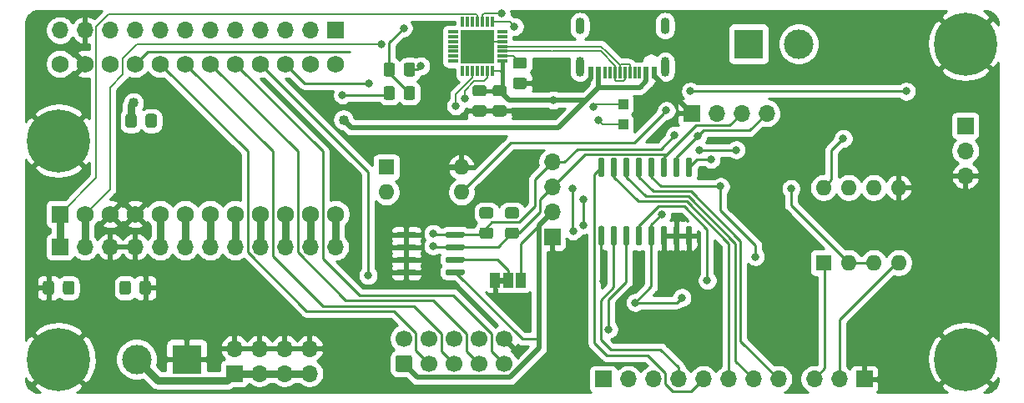
<source format=gbr>
%TF.GenerationSoftware,KiCad,Pcbnew,(5.1.6)-1*%
%TF.CreationDate,2021-01-14T00:20:57+08:00*%
%TF.ProjectId,micro-mp,6d696372-6f2d-46d7-902e-6b696361645f,v0.4*%
%TF.SameCoordinates,Original*%
%TF.FileFunction,Copper,L2,Bot*%
%TF.FilePolarity,Positive*%
%FSLAX46Y46*%
G04 Gerber Fmt 4.6, Leading zero omitted, Abs format (unit mm)*
G04 Created by KiCad (PCBNEW (5.1.6)-1) date 2021-01-14 00:20:57*
%MOMM*%
%LPD*%
G01*
G04 APERTURE LIST*
%TA.AperFunction,EtchedComponent*%
%ADD10C,0.100000*%
%TD*%
%TA.AperFunction,ComponentPad*%
%ADD11C,1.752600*%
%TD*%
%TA.AperFunction,ComponentPad*%
%ADD12R,1.752600X1.752600*%
%TD*%
%TA.AperFunction,ComponentPad*%
%ADD13C,1.700000*%
%TD*%
%TA.AperFunction,ComponentPad*%
%ADD14O,1.700000X1.700000*%
%TD*%
%TA.AperFunction,ComponentPad*%
%ADD15R,1.700000X1.700000*%
%TD*%
%TA.AperFunction,ComponentPad*%
%ADD16O,1.600000X1.600000*%
%TD*%
%TA.AperFunction,ComponentPad*%
%ADD17R,1.600000X1.600000*%
%TD*%
%TA.AperFunction,SMDPad,CuDef*%
%ADD18R,1.000000X1.000000*%
%TD*%
%TA.AperFunction,SMDPad,CuDef*%
%ADD19R,1.000000X1.500000*%
%TD*%
%TA.AperFunction,SMDPad,CuDef*%
%ADD20R,3.400000X3.400000*%
%TD*%
%TA.AperFunction,SMDPad,CuDef*%
%ADD21R,0.300000X1.000000*%
%TD*%
%TA.AperFunction,SMDPad,CuDef*%
%ADD22R,1.000000X0.300000*%
%TD*%
%TA.AperFunction,ComponentPad*%
%ADD23O,0.900000X2.000000*%
%TD*%
%TA.AperFunction,ComponentPad*%
%ADD24O,0.900000X1.700000*%
%TD*%
%TA.AperFunction,SMDPad,CuDef*%
%ADD25R,0.300000X1.160000*%
%TD*%
%TA.AperFunction,SMDPad,CuDef*%
%ADD26R,0.600000X1.160000*%
%TD*%
%TA.AperFunction,ComponentPad*%
%ADD27C,3.000000*%
%TD*%
%TA.AperFunction,ComponentPad*%
%ADD28R,3.000000X3.000000*%
%TD*%
%TA.AperFunction,ComponentPad*%
%ADD29C,6.400000*%
%TD*%
%TA.AperFunction,ViaPad*%
%ADD30C,0.800000*%
%TD*%
%TA.AperFunction,ViaPad*%
%ADD31C,1.016000*%
%TD*%
%TA.AperFunction,Conductor*%
%ADD32C,0.177800*%
%TD*%
%TA.AperFunction,Conductor*%
%ADD33C,0.508000*%
%TD*%
%TA.AperFunction,Conductor*%
%ADD34C,0.254000*%
%TD*%
%TA.AperFunction,Conductor*%
%ADD35C,0.762000*%
%TD*%
%TA.AperFunction,Conductor*%
%ADD36C,0.381000*%
%TD*%
G04 APERTURE END LIST*
D10*
%TO.C,JP11*%
G36*
X152700000Y-99300000D02*
G01*
X153200000Y-99300000D01*
X153200000Y-98700000D01*
X152700000Y-98700000D01*
X152700000Y-99300000D01*
G37*
%TD*%
D11*
%TO.P,U1,24*%
%TO.N,RAW*%
X108141000Y-77026000D03*
%TO.P,U1,12*%
%TO.N,PB5*%
X136081000Y-92266000D03*
%TO.P,U1,23*%
%TO.N,GND*%
X110681000Y-77026000D03*
%TO.P,U1,22*%
%TO.N,RST*%
X113221000Y-77026000D03*
%TO.P,U1,21*%
%TO.N,VCC*%
X115761000Y-77026000D03*
%TO.P,U1,20*%
%TO.N,PF4*%
X118301000Y-77026000D03*
%TO.P,U1,19*%
%TO.N,PF5*%
X120841000Y-77026000D03*
%TO.P,U1,18*%
%TO.N,PF6*%
X123381000Y-77026000D03*
%TO.P,U1,17*%
%TO.N,PF7*%
X125921000Y-77026000D03*
%TO.P,U1,16*%
%TO.N,PB1*%
X128461000Y-77026000D03*
%TO.P,U1,15*%
%TO.N,PB3*%
X131001000Y-77026000D03*
%TO.P,U1,14*%
%TO.N,PB2*%
X133541000Y-77026000D03*
%TO.P,U1,13*%
%TO.N,PB6*%
X136081000Y-77026000D03*
%TO.P,U1,11*%
%TO.N,PB4*%
X133541000Y-92266000D03*
%TO.P,U1,10*%
%TO.N,PE6*%
X131001000Y-92266000D03*
%TO.P,U1,9*%
%TO.N,PD7*%
X128461000Y-92266000D03*
%TO.P,U1,8*%
%TO.N,PC6*%
X125921000Y-92266000D03*
%TO.P,U1,7*%
%TO.N,PD4*%
X123381000Y-92266000D03*
%TO.P,U1,6*%
%TO.N,PD0*%
X120841000Y-92266000D03*
%TO.P,U1,5*%
%TO.N,PD1*%
X118301000Y-92266000D03*
%TO.P,U1,4*%
%TO.N,GND*%
X115761000Y-92266000D03*
%TO.P,U1,3*%
X113221000Y-92266000D03*
%TO.P,U1,2*%
%TO.N,RX1*%
X110681000Y-92266000D03*
D12*
%TO.P,U1,1*%
%TO.N,TX0*%
X108141000Y-92266000D03*
%TD*%
D13*
%TO.P,J4,10*%
%TO.N,GND*%
X153162000Y-104902000D03*
%TO.P,J4,8*%
%TO.N,PB1*%
X150622000Y-104902000D03*
%TO.P,J4,6*%
%TO.N,PD7*%
X148082000Y-104902000D03*
%TO.P,J4,4*%
%TO.N,PC6*%
X145542000Y-104902000D03*
%TO.P,J4,2*%
%TO.N,PD4*%
X143002000Y-104902000D03*
%TO.P,J4,9*%
%TO.N,PF7*%
X153162000Y-107442000D03*
%TO.P,J4,7*%
%TO.N,PF6*%
X150622000Y-107442000D03*
%TO.P,J4,5*%
%TO.N,PF5*%
X148082000Y-107442000D03*
%TO.P,J4,3*%
%TO.N,PF4*%
X145542000Y-107442000D03*
%TO.P,J4,1*%
%TO.N,VCC*%
%TA.AperFunction,ComponentPad*%
G36*
G01*
X143602000Y-108292000D02*
X142402000Y-108292000D01*
G75*
G02*
X142152000Y-108042000I0J250000D01*
G01*
X142152000Y-106842000D01*
G75*
G02*
X142402000Y-106592000I250000J0D01*
G01*
X143602000Y-106592000D01*
G75*
G02*
X143852000Y-106842000I0J-250000D01*
G01*
X143852000Y-108042000D01*
G75*
G02*
X143602000Y-108292000I-250000J0D01*
G01*
G37*
%TD.AperFunction*%
%TD*%
%TO.P,R11,2*%
%TO.N,GND*%
%TA.AperFunction,SMDPad,CuDef*%
G36*
G01*
X116225000Y-100200001D02*
X116225000Y-99299999D01*
G75*
G02*
X116474999Y-99050000I249999J0D01*
G01*
X117125001Y-99050000D01*
G75*
G02*
X117375000Y-99299999I0J-249999D01*
G01*
X117375000Y-100200001D01*
G75*
G02*
X117125001Y-100450000I-249999J0D01*
G01*
X116474999Y-100450000D01*
G75*
G02*
X116225000Y-100200001I0J249999D01*
G01*
G37*
%TD.AperFunction*%
%TO.P,R11,1*%
%TO.N,Net-(D5-Pad1)*%
%TA.AperFunction,SMDPad,CuDef*%
G36*
G01*
X114175000Y-100200001D02*
X114175000Y-99299999D01*
G75*
G02*
X114424999Y-99050000I249999J0D01*
G01*
X115075001Y-99050000D01*
G75*
G02*
X115325000Y-99299999I0J-249999D01*
G01*
X115325000Y-100200001D01*
G75*
G02*
X115075001Y-100450000I-249999J0D01*
G01*
X114424999Y-100450000D01*
G75*
G02*
X114175000Y-100200001I0J249999D01*
G01*
G37*
%TD.AperFunction*%
%TD*%
%TO.P,R10,2*%
%TO.N,GND*%
%TA.AperFunction,SMDPad,CuDef*%
G36*
G01*
X107550000Y-99299999D02*
X107550000Y-100200001D01*
G75*
G02*
X107300001Y-100450000I-249999J0D01*
G01*
X106649999Y-100450000D01*
G75*
G02*
X106400000Y-100200001I0J249999D01*
G01*
X106400000Y-99299999D01*
G75*
G02*
X106649999Y-99050000I249999J0D01*
G01*
X107300001Y-99050000D01*
G75*
G02*
X107550000Y-99299999I0J-249999D01*
G01*
G37*
%TD.AperFunction*%
%TO.P,R10,1*%
%TO.N,Net-(D4-Pad1)*%
%TA.AperFunction,SMDPad,CuDef*%
G36*
G01*
X109600000Y-99299999D02*
X109600000Y-100200001D01*
G75*
G02*
X109350001Y-100450000I-249999J0D01*
G01*
X108699999Y-100450000D01*
G75*
G02*
X108450000Y-100200001I0J249999D01*
G01*
X108450000Y-99299999D01*
G75*
G02*
X108699999Y-99050000I249999J0D01*
G01*
X109350001Y-99050000D01*
G75*
G02*
X109600000Y-99299999I0J-249999D01*
G01*
G37*
%TD.AperFunction*%
%TD*%
%TO.P,U4,8*%
%TO.N,VCC*%
%TA.AperFunction,SMDPad,CuDef*%
G36*
G01*
X147250000Y-98305000D02*
X147250000Y-98005000D01*
G75*
G02*
X147400000Y-97855000I150000J0D01*
G01*
X149050000Y-97855000D01*
G75*
G02*
X149200000Y-98005000I0J-150000D01*
G01*
X149200000Y-98305000D01*
G75*
G02*
X149050000Y-98455000I-150000J0D01*
G01*
X147400000Y-98455000D01*
G75*
G02*
X147250000Y-98305000I0J150000D01*
G01*
G37*
%TD.AperFunction*%
%TO.P,U4,7*%
%TO.N,WP*%
%TA.AperFunction,SMDPad,CuDef*%
G36*
G01*
X147250000Y-97035000D02*
X147250000Y-96735000D01*
G75*
G02*
X147400000Y-96585000I150000J0D01*
G01*
X149050000Y-96585000D01*
G75*
G02*
X149200000Y-96735000I0J-150000D01*
G01*
X149200000Y-97035000D01*
G75*
G02*
X149050000Y-97185000I-150000J0D01*
G01*
X147400000Y-97185000D01*
G75*
G02*
X147250000Y-97035000I0J150000D01*
G01*
G37*
%TD.AperFunction*%
%TO.P,U4,6*%
%TO.N,PD0*%
%TA.AperFunction,SMDPad,CuDef*%
G36*
G01*
X147250000Y-95765000D02*
X147250000Y-95465000D01*
G75*
G02*
X147400000Y-95315000I150000J0D01*
G01*
X149050000Y-95315000D01*
G75*
G02*
X149200000Y-95465000I0J-150000D01*
G01*
X149200000Y-95765000D01*
G75*
G02*
X149050000Y-95915000I-150000J0D01*
G01*
X147400000Y-95915000D01*
G75*
G02*
X147250000Y-95765000I0J150000D01*
G01*
G37*
%TD.AperFunction*%
%TO.P,U4,5*%
%TO.N,PD1*%
%TA.AperFunction,SMDPad,CuDef*%
G36*
G01*
X147250000Y-94495000D02*
X147250000Y-94195000D01*
G75*
G02*
X147400000Y-94045000I150000J0D01*
G01*
X149050000Y-94045000D01*
G75*
G02*
X149200000Y-94195000I0J-150000D01*
G01*
X149200000Y-94495000D01*
G75*
G02*
X149050000Y-94645000I-150000J0D01*
G01*
X147400000Y-94645000D01*
G75*
G02*
X147250000Y-94495000I0J150000D01*
G01*
G37*
%TD.AperFunction*%
%TO.P,U4,4*%
%TO.N,GND*%
%TA.AperFunction,SMDPad,CuDef*%
G36*
G01*
X142300000Y-94495000D02*
X142300000Y-94195000D01*
G75*
G02*
X142450000Y-94045000I150000J0D01*
G01*
X144100000Y-94045000D01*
G75*
G02*
X144250000Y-94195000I0J-150000D01*
G01*
X144250000Y-94495000D01*
G75*
G02*
X144100000Y-94645000I-150000J0D01*
G01*
X142450000Y-94645000D01*
G75*
G02*
X142300000Y-94495000I0J150000D01*
G01*
G37*
%TD.AperFunction*%
%TO.P,U4,3*%
%TA.AperFunction,SMDPad,CuDef*%
G36*
G01*
X142300000Y-95765000D02*
X142300000Y-95465000D01*
G75*
G02*
X142450000Y-95315000I150000J0D01*
G01*
X144100000Y-95315000D01*
G75*
G02*
X144250000Y-95465000I0J-150000D01*
G01*
X144250000Y-95765000D01*
G75*
G02*
X144100000Y-95915000I-150000J0D01*
G01*
X142450000Y-95915000D01*
G75*
G02*
X142300000Y-95765000I0J150000D01*
G01*
G37*
%TD.AperFunction*%
%TO.P,U4,2*%
%TA.AperFunction,SMDPad,CuDef*%
G36*
G01*
X142300000Y-97035000D02*
X142300000Y-96735000D01*
G75*
G02*
X142450000Y-96585000I150000J0D01*
G01*
X144100000Y-96585000D01*
G75*
G02*
X144250000Y-96735000I0J-150000D01*
G01*
X144250000Y-97035000D01*
G75*
G02*
X144100000Y-97185000I-150000J0D01*
G01*
X142450000Y-97185000D01*
G75*
G02*
X142300000Y-97035000I0J150000D01*
G01*
G37*
%TD.AperFunction*%
%TO.P,U4,1*%
%TA.AperFunction,SMDPad,CuDef*%
G36*
G01*
X142300000Y-98305000D02*
X142300000Y-98005000D01*
G75*
G02*
X142450000Y-97855000I150000J0D01*
G01*
X144100000Y-97855000D01*
G75*
G02*
X144250000Y-98005000I0J-150000D01*
G01*
X144250000Y-98305000D01*
G75*
G02*
X144100000Y-98455000I-150000J0D01*
G01*
X142450000Y-98455000D01*
G75*
G02*
X142300000Y-98305000I0J150000D01*
G01*
G37*
%TD.AperFunction*%
%TD*%
D14*
%TO.P,J12,8*%
%TO.N,P7*%
X181030000Y-109000000D03*
%TO.P,J12,7*%
%TO.N,P6*%
X178490000Y-109000000D03*
%TO.P,J12,6*%
%TO.N,P5*%
X175950000Y-109000000D03*
%TO.P,J12,5*%
%TO.N,P4*%
X173410000Y-109000000D03*
%TO.P,J12,4*%
%TO.N,P3*%
X170870000Y-109000000D03*
%TO.P,J12,3*%
%TO.N,P2*%
X168330000Y-109000000D03*
%TO.P,J12,2*%
%TO.N,P1*%
X165790000Y-109000000D03*
D15*
%TO.P,J12,1*%
%TO.N,P0*%
X163250000Y-109000000D03*
%TD*%
D16*
%TO.P,SW8,4*%
%TO.N,GND*%
X148870000Y-87500000D03*
%TO.P,SW8,2*%
%TO.N,PB5*%
X141250000Y-90040000D03*
%TO.P,SW8,3*%
%TO.N,PB5_DIP*%
X148870000Y-90040000D03*
D17*
%TO.P,SW8,1*%
%TO.N,PB4*%
X141250000Y-87500000D03*
%TD*%
%TO.P,U5,16*%
%TO.N,VCC*%
%TA.AperFunction,SMDPad,CuDef*%
G36*
G01*
X172095000Y-88525000D02*
X171795000Y-88525000D01*
G75*
G02*
X171645000Y-88375000I0J150000D01*
G01*
X171645000Y-86700000D01*
G75*
G02*
X171795000Y-86550000I150000J0D01*
G01*
X172095000Y-86550000D01*
G75*
G02*
X172245000Y-86700000I0J-150000D01*
G01*
X172245000Y-88375000D01*
G75*
G02*
X172095000Y-88525000I-150000J0D01*
G01*
G37*
%TD.AperFunction*%
%TO.P,U5,15*%
%TO.N,PD1*%
%TA.AperFunction,SMDPad,CuDef*%
G36*
G01*
X170825000Y-88525000D02*
X170525000Y-88525000D01*
G75*
G02*
X170375000Y-88375000I0J150000D01*
G01*
X170375000Y-86700000D01*
G75*
G02*
X170525000Y-86550000I150000J0D01*
G01*
X170825000Y-86550000D01*
G75*
G02*
X170975000Y-86700000I0J-150000D01*
G01*
X170975000Y-88375000D01*
G75*
G02*
X170825000Y-88525000I-150000J0D01*
G01*
G37*
%TD.AperFunction*%
%TO.P,U5,14*%
%TO.N,PD0*%
%TA.AperFunction,SMDPad,CuDef*%
G36*
G01*
X169555000Y-88525000D02*
X169255000Y-88525000D01*
G75*
G02*
X169105000Y-88375000I0J150000D01*
G01*
X169105000Y-86700000D01*
G75*
G02*
X169255000Y-86550000I150000J0D01*
G01*
X169555000Y-86550000D01*
G75*
G02*
X169705000Y-86700000I0J-150000D01*
G01*
X169705000Y-88375000D01*
G75*
G02*
X169555000Y-88525000I-150000J0D01*
G01*
G37*
%TD.AperFunction*%
%TO.P,U5,13*%
%TO.N,PE6*%
%TA.AperFunction,SMDPad,CuDef*%
G36*
G01*
X168285000Y-88525000D02*
X167985000Y-88525000D01*
G75*
G02*
X167835000Y-88375000I0J150000D01*
G01*
X167835000Y-86700000D01*
G75*
G02*
X167985000Y-86550000I150000J0D01*
G01*
X168285000Y-86550000D01*
G75*
G02*
X168435000Y-86700000I0J-150000D01*
G01*
X168435000Y-88375000D01*
G75*
G02*
X168285000Y-88525000I-150000J0D01*
G01*
G37*
%TD.AperFunction*%
%TO.P,U5,12*%
%TO.N,P7*%
%TA.AperFunction,SMDPad,CuDef*%
G36*
G01*
X167015000Y-88525000D02*
X166715000Y-88525000D01*
G75*
G02*
X166565000Y-88375000I0J150000D01*
G01*
X166565000Y-86700000D01*
G75*
G02*
X166715000Y-86550000I150000J0D01*
G01*
X167015000Y-86550000D01*
G75*
G02*
X167165000Y-86700000I0J-150000D01*
G01*
X167165000Y-88375000D01*
G75*
G02*
X167015000Y-88525000I-150000J0D01*
G01*
G37*
%TD.AperFunction*%
%TO.P,U5,11*%
%TO.N,P6*%
%TA.AperFunction,SMDPad,CuDef*%
G36*
G01*
X165745000Y-88525000D02*
X165445000Y-88525000D01*
G75*
G02*
X165295000Y-88375000I0J150000D01*
G01*
X165295000Y-86700000D01*
G75*
G02*
X165445000Y-86550000I150000J0D01*
G01*
X165745000Y-86550000D01*
G75*
G02*
X165895000Y-86700000I0J-150000D01*
G01*
X165895000Y-88375000D01*
G75*
G02*
X165745000Y-88525000I-150000J0D01*
G01*
G37*
%TD.AperFunction*%
%TO.P,U5,10*%
%TO.N,P5*%
%TA.AperFunction,SMDPad,CuDef*%
G36*
G01*
X164475000Y-88525000D02*
X164175000Y-88525000D01*
G75*
G02*
X164025000Y-88375000I0J150000D01*
G01*
X164025000Y-86700000D01*
G75*
G02*
X164175000Y-86550000I150000J0D01*
G01*
X164475000Y-86550000D01*
G75*
G02*
X164625000Y-86700000I0J-150000D01*
G01*
X164625000Y-88375000D01*
G75*
G02*
X164475000Y-88525000I-150000J0D01*
G01*
G37*
%TD.AperFunction*%
%TO.P,U5,9*%
%TO.N,P4*%
%TA.AperFunction,SMDPad,CuDef*%
G36*
G01*
X163205000Y-88525000D02*
X162905000Y-88525000D01*
G75*
G02*
X162755000Y-88375000I0J150000D01*
G01*
X162755000Y-86700000D01*
G75*
G02*
X162905000Y-86550000I150000J0D01*
G01*
X163205000Y-86550000D01*
G75*
G02*
X163355000Y-86700000I0J-150000D01*
G01*
X163355000Y-88375000D01*
G75*
G02*
X163205000Y-88525000I-150000J0D01*
G01*
G37*
%TD.AperFunction*%
%TO.P,U5,8*%
%TO.N,GND*%
%TA.AperFunction,SMDPad,CuDef*%
G36*
G01*
X163205000Y-95450000D02*
X162905000Y-95450000D01*
G75*
G02*
X162755000Y-95300000I0J150000D01*
G01*
X162755000Y-93625000D01*
G75*
G02*
X162905000Y-93475000I150000J0D01*
G01*
X163205000Y-93475000D01*
G75*
G02*
X163355000Y-93625000I0J-150000D01*
G01*
X163355000Y-95300000D01*
G75*
G02*
X163205000Y-95450000I-150000J0D01*
G01*
G37*
%TD.AperFunction*%
%TO.P,U5,7*%
%TO.N,P3*%
%TA.AperFunction,SMDPad,CuDef*%
G36*
G01*
X164475000Y-95450000D02*
X164175000Y-95450000D01*
G75*
G02*
X164025000Y-95300000I0J150000D01*
G01*
X164025000Y-93625000D01*
G75*
G02*
X164175000Y-93475000I150000J0D01*
G01*
X164475000Y-93475000D01*
G75*
G02*
X164625000Y-93625000I0J-150000D01*
G01*
X164625000Y-95300000D01*
G75*
G02*
X164475000Y-95450000I-150000J0D01*
G01*
G37*
%TD.AperFunction*%
%TO.P,U5,6*%
%TO.N,P2*%
%TA.AperFunction,SMDPad,CuDef*%
G36*
G01*
X165745000Y-95450000D02*
X165445000Y-95450000D01*
G75*
G02*
X165295000Y-95300000I0J150000D01*
G01*
X165295000Y-93625000D01*
G75*
G02*
X165445000Y-93475000I150000J0D01*
G01*
X165745000Y-93475000D01*
G75*
G02*
X165895000Y-93625000I0J-150000D01*
G01*
X165895000Y-95300000D01*
G75*
G02*
X165745000Y-95450000I-150000J0D01*
G01*
G37*
%TD.AperFunction*%
%TO.P,U5,5*%
%TO.N,P1*%
%TA.AperFunction,SMDPad,CuDef*%
G36*
G01*
X167015000Y-95450000D02*
X166715000Y-95450000D01*
G75*
G02*
X166565000Y-95300000I0J150000D01*
G01*
X166565000Y-93625000D01*
G75*
G02*
X166715000Y-93475000I150000J0D01*
G01*
X167015000Y-93475000D01*
G75*
G02*
X167165000Y-93625000I0J-150000D01*
G01*
X167165000Y-95300000D01*
G75*
G02*
X167015000Y-95450000I-150000J0D01*
G01*
G37*
%TD.AperFunction*%
%TO.P,U5,4*%
%TO.N,P0*%
%TA.AperFunction,SMDPad,CuDef*%
G36*
G01*
X168285000Y-95450000D02*
X167985000Y-95450000D01*
G75*
G02*
X167835000Y-95300000I0J150000D01*
G01*
X167835000Y-93625000D01*
G75*
G02*
X167985000Y-93475000I150000J0D01*
G01*
X168285000Y-93475000D01*
G75*
G02*
X168435000Y-93625000I0J-150000D01*
G01*
X168435000Y-95300000D01*
G75*
G02*
X168285000Y-95450000I-150000J0D01*
G01*
G37*
%TD.AperFunction*%
%TO.P,U5,3*%
%TO.N,GND*%
%TA.AperFunction,SMDPad,CuDef*%
G36*
G01*
X169555000Y-95450000D02*
X169255000Y-95450000D01*
G75*
G02*
X169105000Y-95300000I0J150000D01*
G01*
X169105000Y-93625000D01*
G75*
G02*
X169255000Y-93475000I150000J0D01*
G01*
X169555000Y-93475000D01*
G75*
G02*
X169705000Y-93625000I0J-150000D01*
G01*
X169705000Y-95300000D01*
G75*
G02*
X169555000Y-95450000I-150000J0D01*
G01*
G37*
%TD.AperFunction*%
%TO.P,U5,2*%
%TA.AperFunction,SMDPad,CuDef*%
G36*
G01*
X170825000Y-95450000D02*
X170525000Y-95450000D01*
G75*
G02*
X170375000Y-95300000I0J150000D01*
G01*
X170375000Y-93625000D01*
G75*
G02*
X170525000Y-93475000I150000J0D01*
G01*
X170825000Y-93475000D01*
G75*
G02*
X170975000Y-93625000I0J-150000D01*
G01*
X170975000Y-95300000D01*
G75*
G02*
X170825000Y-95450000I-150000J0D01*
G01*
G37*
%TD.AperFunction*%
%TO.P,U5,1*%
%TA.AperFunction,SMDPad,CuDef*%
G36*
G01*
X172095000Y-95450000D02*
X171795000Y-95450000D01*
G75*
G02*
X171645000Y-95300000I0J150000D01*
G01*
X171645000Y-93625000D01*
G75*
G02*
X171795000Y-93475000I150000J0D01*
G01*
X172095000Y-93475000D01*
G75*
G02*
X172245000Y-93625000I0J-150000D01*
G01*
X172245000Y-95300000D01*
G75*
G02*
X172095000Y-95450000I-150000J0D01*
G01*
G37*
%TD.AperFunction*%
%TD*%
D18*
%TO.P,TP2,1*%
%TO.N,SUS_2102*%
X165300000Y-83200000D03*
%TD*%
%TO.P,TP1,1*%
%TO.N,RST_2102*%
X165300000Y-81100000D03*
%TD*%
%TO.P,R8,2*%
%TO.N,VCC*%
%TA.AperFunction,SMDPad,CuDef*%
G36*
G01*
X142125000Y-79549999D02*
X142125000Y-80450001D01*
G75*
G02*
X141875001Y-80700000I-249999J0D01*
G01*
X141224999Y-80700000D01*
G75*
G02*
X140975000Y-80450001I0J249999D01*
G01*
X140975000Y-79549999D01*
G75*
G02*
X141224999Y-79300000I249999J0D01*
G01*
X141875001Y-79300000D01*
G75*
G02*
X142125000Y-79549999I0J-249999D01*
G01*
G37*
%TD.AperFunction*%
%TO.P,R8,1*%
%TO.N,RST*%
%TA.AperFunction,SMDPad,CuDef*%
G36*
G01*
X144175000Y-79549999D02*
X144175000Y-80450001D01*
G75*
G02*
X143925001Y-80700000I-249999J0D01*
G01*
X143274999Y-80700000D01*
G75*
G02*
X143025000Y-80450001I0J249999D01*
G01*
X143025000Y-79549999D01*
G75*
G02*
X143274999Y-79300000I249999J0D01*
G01*
X143925001Y-79300000D01*
G75*
G02*
X144175000Y-79549999I0J-249999D01*
G01*
G37*
%TD.AperFunction*%
%TD*%
%TO.P,R7,2*%
%TO.N,VCC*%
%TA.AperFunction,SMDPad,CuDef*%
G36*
G01*
X151850001Y-92725000D02*
X150949999Y-92725000D01*
G75*
G02*
X150700000Y-92475001I0J249999D01*
G01*
X150700000Y-91824999D01*
G75*
G02*
X150949999Y-91575000I249999J0D01*
G01*
X151850001Y-91575000D01*
G75*
G02*
X152100000Y-91824999I0J-249999D01*
G01*
X152100000Y-92475001D01*
G75*
G02*
X151850001Y-92725000I-249999J0D01*
G01*
G37*
%TD.AperFunction*%
%TO.P,R7,1*%
%TO.N,PD1*%
%TA.AperFunction,SMDPad,CuDef*%
G36*
G01*
X151850001Y-94775000D02*
X150949999Y-94775000D01*
G75*
G02*
X150700000Y-94525001I0J249999D01*
G01*
X150700000Y-93874999D01*
G75*
G02*
X150949999Y-93625000I249999J0D01*
G01*
X151850001Y-93625000D01*
G75*
G02*
X152100000Y-93874999I0J-249999D01*
G01*
X152100000Y-94525001D01*
G75*
G02*
X151850001Y-94775000I-249999J0D01*
G01*
G37*
%TD.AperFunction*%
%TD*%
%TO.P,R5,2*%
%TO.N,VCC*%
%TA.AperFunction,SMDPad,CuDef*%
G36*
G01*
X154450001Y-92725000D02*
X153549999Y-92725000D01*
G75*
G02*
X153300000Y-92475001I0J249999D01*
G01*
X153300000Y-91824999D01*
G75*
G02*
X153549999Y-91575000I249999J0D01*
G01*
X154450001Y-91575000D01*
G75*
G02*
X154700000Y-91824999I0J-249999D01*
G01*
X154700000Y-92475001D01*
G75*
G02*
X154450001Y-92725000I-249999J0D01*
G01*
G37*
%TD.AperFunction*%
%TO.P,R5,1*%
%TO.N,PD0*%
%TA.AperFunction,SMDPad,CuDef*%
G36*
G01*
X154450001Y-94775000D02*
X153549999Y-94775000D01*
G75*
G02*
X153300000Y-94525001I0J249999D01*
G01*
X153300000Y-93874999D01*
G75*
G02*
X153549999Y-93625000I249999J0D01*
G01*
X154450001Y-93625000D01*
G75*
G02*
X154700000Y-93874999I0J-249999D01*
G01*
X154700000Y-94525001D01*
G75*
G02*
X154450001Y-94775000I-249999J0D01*
G01*
G37*
%TD.AperFunction*%
%TD*%
D19*
%TO.P,JP11,2*%
%TO.N,WP*%
X153600000Y-99000000D03*
%TO.P,JP11,3*%
%TO.N,VCC*%
X154900000Y-99000000D03*
%TO.P,JP11,1*%
%TO.N,GND*%
X152300000Y-99000000D03*
%TD*%
%TO.P,C6,2*%
%TO.N,DTR_2102*%
%TA.AperFunction,SMDPad,CuDef*%
G36*
G01*
X143025000Y-78050001D02*
X143025000Y-77149999D01*
G75*
G02*
X143274999Y-76900000I249999J0D01*
G01*
X143925001Y-76900000D01*
G75*
G02*
X144175000Y-77149999I0J-249999D01*
G01*
X144175000Y-78050001D01*
G75*
G02*
X143925001Y-78300000I-249999J0D01*
G01*
X143274999Y-78300000D01*
G75*
G02*
X143025000Y-78050001I0J249999D01*
G01*
G37*
%TD.AperFunction*%
%TO.P,C6,1*%
%TO.N,RST*%
%TA.AperFunction,SMDPad,CuDef*%
G36*
G01*
X140975000Y-78050001D02*
X140975000Y-77149999D01*
G75*
G02*
X141224999Y-76900000I249999J0D01*
G01*
X141875001Y-76900000D01*
G75*
G02*
X142125000Y-77149999I0J-249999D01*
G01*
X142125000Y-78050001D01*
G75*
G02*
X141875001Y-78300000I-249999J0D01*
G01*
X141224999Y-78300000D01*
G75*
G02*
X140975000Y-78050001I0J249999D01*
G01*
G37*
%TD.AperFunction*%
%TD*%
D20*
%TO.P,U3,29*%
%TO.N,GND*%
X150500000Y-75250000D03*
D21*
%TO.P,U3,28*%
%TO.N,DTR_2102*%
X152000000Y-72750000D03*
%TO.P,U3,27*%
%TO.N,Net-(U3-Pad27)*%
X151500000Y-72750000D03*
%TO.P,U3,26*%
%TO.N,RX1*%
X151000000Y-72750000D03*
%TO.P,U3,25*%
%TO.N,TX0*%
X150500000Y-72750000D03*
%TO.P,U3,24*%
%TO.N,Net-(U3-Pad24)*%
X150000000Y-72750000D03*
%TO.P,U3,23*%
%TO.N,Net-(U3-Pad23)*%
X149500000Y-72750000D03*
D22*
%TO.P,U3,21*%
%TO.N,Net-(U3-Pad21)*%
X148000000Y-73750000D03*
%TO.P,U3,20*%
%TO.N,Net-(U3-Pad20)*%
X148000000Y-74250000D03*
%TO.P,U3,19*%
%TO.N,Net-(U3-Pad19)*%
X148000000Y-74750000D03*
%TO.P,U3,18*%
%TO.N,Net-(U3-Pad18)*%
X148000000Y-75250000D03*
%TO.P,U3,17*%
%TO.N,Net-(U3-Pad17)*%
X148000000Y-75750000D03*
%TO.P,U3,16*%
%TO.N,Net-(U3-Pad16)*%
X148000000Y-76250000D03*
D21*
%TO.P,U3,14*%
%TO.N,Net-(U3-Pad14)*%
X149000000Y-77750000D03*
%TO.P,U3,13*%
%TO.N,Net-(U3-Pad13)*%
X149500000Y-77750000D03*
%TO.P,U3,12*%
%TO.N,SUS_2102*%
X150000000Y-77750000D03*
%TO.P,U3,11*%
%TO.N,Net-(U3-Pad11)*%
X150500000Y-77750000D03*
%TO.P,U3,10*%
%TO.N,Net-(U3-Pad10)*%
X151000000Y-77750000D03*
%TO.P,U3,9*%
%TO.N,RST_2102*%
X151500000Y-77750000D03*
D22*
%TO.P,U3,7*%
%TO.N,REGIN*%
X153000000Y-76750000D03*
%TO.P,U3,6*%
%TO.N,VDD*%
X153000000Y-76250000D03*
%TO.P,U3,5*%
%TO.N,TYPEC_D-*%
X153000000Y-75750000D03*
%TO.P,U3,4*%
%TO.N,TYPEC_D+*%
X153000000Y-75250000D03*
%TO.P,U3,3*%
%TO.N,GND*%
X153000000Y-74750000D03*
%TO.P,U3,2*%
%TO.N,Net-(U3-Pad2)*%
X153000000Y-74250000D03*
%TO.P,U3,1*%
%TO.N,Net-(U3-Pad1)*%
X153000000Y-73750000D03*
D21*
%TO.P,U3,8*%
%TO.N,REGIN*%
X152000000Y-77750000D03*
D22*
%TO.P,U3,15*%
%TO.N,Net-(U3-Pad15)*%
X148000000Y-76750000D03*
D21*
%TO.P,U3,22*%
%TO.N,Net-(U3-Pad22)*%
X149000000Y-72750000D03*
%TD*%
D23*
%TO.P,J11,S1*%
%TO.N,Net-(C2-Pad2)*%
X160880000Y-77330000D03*
X169520000Y-77330000D03*
D24*
X160880000Y-73160000D03*
X169520000Y-73160000D03*
D25*
%TO.P,J11,B7*%
%TO.N,TYPEC_D-*%
X164450000Y-77910000D03*
%TO.P,J11,A6*%
%TO.N,TYPEC_D+*%
X164950000Y-77910000D03*
%TO.P,J11,A7*%
%TO.N,TYPEC_D-*%
X165450000Y-77910000D03*
%TO.P,J11,B8*%
%TO.N,Net-(J11-PadB8)*%
X163450000Y-77910000D03*
%TO.P,J11,A5*%
%TO.N,Net-(J11-PadA5)*%
X163950000Y-77910000D03*
%TO.P,J11,A8*%
%TO.N,Net-(J11-PadA8)*%
X166450000Y-77910000D03*
%TO.P,J11,B6*%
%TO.N,TYPEC_D+*%
X165950000Y-77910000D03*
%TO.P,J11,B5*%
%TO.N,Net-(J11-PadB5)*%
X166950000Y-77910000D03*
D26*
%TO.P,J11,A4*%
%TO.N,REGIN*%
X162800000Y-77910000D03*
%TO.P,J11,B9*%
X162800000Y-77910000D03*
%TO.P,J11,A1*%
%TO.N,GND*%
X162000000Y-77910000D03*
%TO.P,J11,B12*%
X162000000Y-77910000D03*
%TO.P,J11,B4*%
%TO.N,REGIN*%
X167600000Y-77910000D03*
%TO.P,J11,B1*%
%TO.N,GND*%
X168400000Y-77910000D03*
%TO.P,J11,A9*%
%TO.N,REGIN*%
X167600000Y-77910000D03*
%TO.P,J11,A12*%
%TO.N,GND*%
X168400000Y-77910000D03*
%TD*%
%TO.P,F1,2*%
%TO.N,REGIN*%
%TA.AperFunction,SMDPad,CuDef*%
G36*
G01*
X115925000Y-82349999D02*
X115925000Y-83250001D01*
G75*
G02*
X115675001Y-83500000I-249999J0D01*
G01*
X115024999Y-83500000D01*
G75*
G02*
X114775000Y-83250001I0J249999D01*
G01*
X114775000Y-82349999D01*
G75*
G02*
X115024999Y-82100000I249999J0D01*
G01*
X115675001Y-82100000D01*
G75*
G02*
X115925000Y-82349999I0J-249999D01*
G01*
G37*
%TD.AperFunction*%
%TO.P,F1,1*%
%TO.N,RAW*%
%TA.AperFunction,SMDPad,CuDef*%
G36*
G01*
X117975000Y-82349999D02*
X117975000Y-83250001D01*
G75*
G02*
X117725001Y-83500000I-249999J0D01*
G01*
X117074999Y-83500000D01*
G75*
G02*
X116825000Y-83250001I0J249999D01*
G01*
X116825000Y-82349999D01*
G75*
G02*
X117074999Y-82100000I249999J0D01*
G01*
X117725001Y-82100000D01*
G75*
G02*
X117975000Y-82349999I0J-249999D01*
G01*
G37*
%TD.AperFunction*%
%TD*%
%TO.P,C5,2*%
%TO.N,GND*%
%TA.AperFunction,SMDPad,CuDef*%
G36*
G01*
X154349999Y-78425000D02*
X155250001Y-78425000D01*
G75*
G02*
X155500000Y-78674999I0J-249999D01*
G01*
X155500000Y-79325001D01*
G75*
G02*
X155250001Y-79575000I-249999J0D01*
G01*
X154349999Y-79575000D01*
G75*
G02*
X154100000Y-79325001I0J249999D01*
G01*
X154100000Y-78674999D01*
G75*
G02*
X154349999Y-78425000I249999J0D01*
G01*
G37*
%TD.AperFunction*%
%TO.P,C5,1*%
%TO.N,VDD*%
%TA.AperFunction,SMDPad,CuDef*%
G36*
G01*
X154349999Y-76375000D02*
X155250001Y-76375000D01*
G75*
G02*
X155500000Y-76624999I0J-249999D01*
G01*
X155500000Y-77275001D01*
G75*
G02*
X155250001Y-77525000I-249999J0D01*
G01*
X154349999Y-77525000D01*
G75*
G02*
X154100000Y-77275001I0J249999D01*
G01*
X154100000Y-76624999D01*
G75*
G02*
X154349999Y-76375000I249999J0D01*
G01*
G37*
%TD.AperFunction*%
%TD*%
%TO.P,C4,2*%
%TO.N,GND*%
%TA.AperFunction,SMDPad,CuDef*%
G36*
G01*
X150249999Y-81225000D02*
X151150001Y-81225000D01*
G75*
G02*
X151400000Y-81474999I0J-249999D01*
G01*
X151400000Y-82125001D01*
G75*
G02*
X151150001Y-82375000I-249999J0D01*
G01*
X150249999Y-82375000D01*
G75*
G02*
X150000000Y-82125001I0J249999D01*
G01*
X150000000Y-81474999D01*
G75*
G02*
X150249999Y-81225000I249999J0D01*
G01*
G37*
%TD.AperFunction*%
%TO.P,C4,1*%
%TO.N,REGIN*%
%TA.AperFunction,SMDPad,CuDef*%
G36*
G01*
X150249999Y-79175000D02*
X151150001Y-79175000D01*
G75*
G02*
X151400000Y-79424999I0J-249999D01*
G01*
X151400000Y-80075001D01*
G75*
G02*
X151150001Y-80325000I-249999J0D01*
G01*
X150249999Y-80325000D01*
G75*
G02*
X150000000Y-80075001I0J249999D01*
G01*
X150000000Y-79424999D01*
G75*
G02*
X150249999Y-79175000I249999J0D01*
G01*
G37*
%TD.AperFunction*%
%TD*%
%TO.P,C3,2*%
%TO.N,GND*%
%TA.AperFunction,SMDPad,CuDef*%
G36*
G01*
X152299999Y-81225000D02*
X153200001Y-81225000D01*
G75*
G02*
X153450000Y-81474999I0J-249999D01*
G01*
X153450000Y-82125001D01*
G75*
G02*
X153200001Y-82375000I-249999J0D01*
G01*
X152299999Y-82375000D01*
G75*
G02*
X152050000Y-82125001I0J249999D01*
G01*
X152050000Y-81474999D01*
G75*
G02*
X152299999Y-81225000I249999J0D01*
G01*
G37*
%TD.AperFunction*%
%TO.P,C3,1*%
%TO.N,REGIN*%
%TA.AperFunction,SMDPad,CuDef*%
G36*
G01*
X152299999Y-79175000D02*
X153200001Y-79175000D01*
G75*
G02*
X153450000Y-79424999I0J-249999D01*
G01*
X153450000Y-80075001D01*
G75*
G02*
X153200001Y-80325000I-249999J0D01*
G01*
X152299999Y-80325000D01*
G75*
G02*
X152050000Y-80075001I0J249999D01*
G01*
X152050000Y-79424999D01*
G75*
G02*
X152299999Y-79175000I249999J0D01*
G01*
G37*
%TD.AperFunction*%
%TD*%
D27*
%TO.P,J10,2*%
%TO.N,Net-(J10-Pad2)*%
X183080000Y-75000000D03*
D28*
%TO.P,J10,1*%
%TO.N,Net-(J10-Pad1)*%
X178000000Y-75000000D03*
%TD*%
D27*
%TO.P,J1,2*%
%TO.N,DC_IN*%
X115920000Y-107000000D03*
D28*
%TO.P,J1,1*%
%TO.N,GND*%
X121000000Y-107000000D03*
%TD*%
D14*
%TO.P,J2,8*%
%TO.N,GND*%
X133446000Y-105897000D03*
%TO.P,J2,7*%
%TO.N,DC_IN*%
X133446000Y-108437000D03*
%TO.P,J2,6*%
%TO.N,GND*%
X130906000Y-105897000D03*
%TO.P,J2,5*%
%TO.N,DC_IN*%
X130906000Y-108437000D03*
%TO.P,J2,4*%
%TO.N,GND*%
X128366000Y-105897000D03*
%TO.P,J2,3*%
%TO.N,DC_IN*%
X128366000Y-108437000D03*
%TO.P,J2,2*%
%TO.N,GND*%
X125826000Y-105897000D03*
D15*
%TO.P,J2,1*%
%TO.N,DC_IN*%
X125826000Y-108437000D03*
%TD*%
D14*
%TO.P,J9,4*%
%TO.N,PD1*%
X158100000Y-86980000D03*
%TO.P,J9,3*%
%TO.N,PD0*%
X158100000Y-89520000D03*
%TO.P,J9,2*%
%TO.N,VCC*%
X158100000Y-92060000D03*
D15*
%TO.P,J9,1*%
%TO.N,GND*%
X158100000Y-94600000D03*
%TD*%
D14*
%TO.P,J7,4*%
%TO.N,PD1*%
X179832000Y-82042000D03*
%TO.P,J7,3*%
%TO.N,PD0*%
X177292000Y-82042000D03*
%TO.P,J7,2*%
%TO.N,VCC*%
X174752000Y-82042000D03*
D15*
%TO.P,J7,1*%
%TO.N,GND*%
X172212000Y-82042000D03*
%TD*%
D29*
%TO.P,H4,1*%
%TO.N,GND*%
X200000000Y-107000000D03*
%TD*%
%TO.P,H3,1*%
%TO.N,GND*%
X108000000Y-107000000D03*
%TD*%
%TO.P,H2,1*%
%TO.N,GND*%
X200000000Y-75000000D03*
%TD*%
%TO.P,H1,1*%
%TO.N,GND*%
X108000000Y-84836000D03*
%TD*%
D14*
%TO.P,J3,12*%
%TO.N,PB5*%
X136081000Y-95600000D03*
%TO.P,J3,11*%
%TO.N,PB4*%
X133541000Y-95600000D03*
%TO.P,J3,10*%
%TO.N,PE6*%
X131001000Y-95600000D03*
%TO.P,J3,9*%
%TO.N,PD7*%
X128461000Y-95600000D03*
%TO.P,J3,8*%
%TO.N,PC6*%
X125921000Y-95600000D03*
%TO.P,J3,7*%
%TO.N,PD4*%
X123381000Y-95600000D03*
%TO.P,J3,6*%
%TO.N,PD0*%
X120841000Y-95600000D03*
%TO.P,J3,5*%
%TO.N,PD1*%
X118301000Y-95600000D03*
%TO.P,J3,4*%
%TO.N,GND*%
X115761000Y-95600000D03*
%TO.P,J3,3*%
X113221000Y-95600000D03*
%TO.P,J3,2*%
%TO.N,RX1*%
X110681000Y-95600000D03*
D15*
%TO.P,J3,1*%
%TO.N,TX0*%
X108141000Y-95600000D03*
%TD*%
%TO.P,J5,1*%
%TO.N,PB6*%
X136081000Y-73600000D03*
D14*
%TO.P,J5,2*%
%TO.N,PB2*%
X133541000Y-73600000D03*
%TO.P,J5,3*%
%TO.N,PB3*%
X131001000Y-73600000D03*
%TO.P,J5,4*%
%TO.N,PB1*%
X128461000Y-73600000D03*
%TO.P,J5,5*%
%TO.N,PF7*%
X125921000Y-73600000D03*
%TO.P,J5,6*%
%TO.N,PF6*%
X123381000Y-73600000D03*
%TO.P,J5,7*%
%TO.N,PF5*%
X120841000Y-73600000D03*
%TO.P,J5,8*%
%TO.N,PF4*%
X118301000Y-73600000D03*
%TO.P,J5,9*%
%TO.N,VCC*%
X115761000Y-73600000D03*
%TO.P,J5,10*%
%TO.N,RST*%
X113221000Y-73600000D03*
%TO.P,J5,11*%
%TO.N,GND*%
X110681000Y-73600000D03*
%TO.P,J5,12*%
%TO.N,RAW*%
X108141000Y-73600000D03*
%TD*%
%TO.P,J6,3*%
%TO.N,PB6*%
X184670000Y-109000000D03*
%TO.P,J6,2*%
%TO.N,PB2*%
X187210000Y-109000000D03*
D15*
%TO.P,J6,1*%
%TO.N,GND*%
X189750000Y-109000000D03*
%TD*%
%TO.P,J8,1*%
%TO.N,VCC*%
X200000000Y-83300000D03*
D14*
%TO.P,J8,2*%
%TO.N,Net-(D1-Pad2)*%
X200000000Y-85840000D03*
%TO.P,J8,3*%
%TO.N,GND*%
X200000000Y-88380000D03*
%TD*%
D17*
%TO.P,U2,1*%
%TO.N,PB6*%
X185600000Y-97200000D03*
D16*
%TO.P,U2,5*%
%TO.N,GND*%
X193220000Y-89580000D03*
%TO.P,U2,2*%
%TO.N,PB3*%
X188140000Y-97200000D03*
%TO.P,U2,6*%
%TO.N,Net-(J10-Pad2)*%
X190680000Y-89580000D03*
%TO.P,U2,3*%
%TO.N,PB3*%
X190680000Y-97200000D03*
%TO.P,U2,7*%
%TO.N,Net-(J10-Pad1)*%
X188140000Y-89580000D03*
%TO.P,U2,4*%
%TO.N,PB2*%
X193220000Y-97200000D03*
%TO.P,U2,8*%
%TO.N,VCC*%
X185600000Y-89580000D03*
%TD*%
D30*
%TO.N,GND*%
X149600000Y-74500000D03*
X149600000Y-76000000D03*
X151300000Y-76000000D03*
X151300000Y-74500000D03*
X143935000Y-90685000D03*
X144560000Y-90060000D03*
X143310000Y-91310000D03*
X169405000Y-96405000D03*
X170675000Y-96425000D03*
X171945000Y-96445000D03*
X163250000Y-99055000D03*
X146100000Y-74250000D03*
X146100000Y-75250000D03*
X159000000Y-99000000D03*
X160250000Y-99000000D03*
X193250000Y-93000000D03*
X193250000Y-94000000D03*
X172000000Y-73500000D03*
X172000000Y-74750000D03*
X152800000Y-100800000D03*
X169435000Y-79265000D03*
X170135000Y-79965000D03*
X160400000Y-79200000D03*
X161300000Y-79200000D03*
%TO.N,VCC*%
X187600000Y-84600000D03*
X151440000Y-92060000D03*
X154040000Y-92060000D03*
X174200000Y-86700000D03*
X136799999Y-80199999D03*
%TO.N,PE6*%
X175167959Y-89467959D03*
X178700000Y-96600000D03*
%TO.N,PD0*%
X146000000Y-95500000D03*
%TO.N,PD1*%
X170500000Y-84250000D03*
X172862500Y-84362500D03*
X146000000Y-94250000D03*
%TO.N,PB6*%
X160179880Y-89700000D03*
X160200000Y-94000000D03*
%TO.N,PB2*%
X161200000Y-90800000D03*
X161200000Y-93400000D03*
%TO.N,PB3*%
X182300000Y-89700000D03*
X176750000Y-85750000D03*
X173000000Y-85750000D03*
X139500000Y-79000000D03*
%TO.N,PB1*%
X139400000Y-98500000D03*
%TO.N,RST*%
X143000000Y-73400000D03*
D31*
%TO.N,RAW*%
X117400000Y-82800000D03*
D30*
%TO.N,PB5_DIP*%
X194000000Y-79800000D03*
X169650000Y-81750000D03*
X172100000Y-79800000D03*
%TO.N,REGIN*%
X158200000Y-80700000D03*
D31*
X136900000Y-82700000D03*
X115600000Y-81000000D03*
D30*
%TO.N,RST_2102*%
X162297306Y-81403248D03*
X149200000Y-80500000D03*
%TO.N,SUS_2102*%
X162750000Y-82750000D03*
X148300000Y-81299996D03*
%TO.N,DTR_2102*%
X154250000Y-73249992D03*
X144750000Y-77250000D03*
%TO.N,RX1*%
X152907099Y-71907099D03*
X140750000Y-75000000D03*
%TO.N,P2*%
X163807400Y-103969000D03*
%TO.N,P1*%
X173800000Y-99000000D03*
%TO.N,P0*%
X169200000Y-92300000D03*
X166500000Y-101250000D03*
X171250000Y-100750000D03*
%TO.N,Net-(D4-Pad1)*%
X109000000Y-99750000D03*
%TO.N,Net-(D5-Pad1)*%
X114750000Y-99750000D03*
%TD*%
D32*
%TO.N,GND*%
X151000000Y-74750000D02*
X150500000Y-75250000D01*
X153000000Y-74750000D02*
X151000000Y-74750000D01*
D33*
X143275000Y-91345000D02*
X143310000Y-91310000D01*
X143275000Y-94345000D02*
X143275000Y-91345000D01*
X143935000Y-90685000D02*
X144560000Y-90060000D01*
X143310000Y-91310000D02*
X143935000Y-90685000D01*
D34*
X169405000Y-94462500D02*
X169405000Y-96405000D01*
X169405000Y-96405000D02*
X169405000Y-96405000D01*
X170675000Y-94462500D02*
X170675000Y-96425000D01*
X171945000Y-94462500D02*
X171945000Y-96445000D01*
X170675000Y-96425000D02*
X170675000Y-96425000D01*
X171945000Y-96445000D02*
X171945000Y-96445000D01*
X163055000Y-94462500D02*
X163055000Y-93475000D01*
X163055000Y-98860000D02*
X163250000Y-99055000D01*
X163055000Y-94462500D02*
X163055000Y-98860000D01*
X163250000Y-99055000D02*
X163250000Y-99055000D01*
D33*
X147120000Y-87500000D02*
X148870000Y-87500000D01*
X144560000Y-90060000D02*
X147120000Y-87500000D01*
D34*
X152300000Y-99000000D02*
X152300000Y-100300000D01*
X152300000Y-100300000D02*
X152800000Y-100800000D01*
D33*
X168400000Y-78230000D02*
X169435000Y-79265000D01*
X168400000Y-77910000D02*
X168400000Y-78230000D01*
X169435000Y-79265000D02*
X170135000Y-79965000D01*
X170135000Y-79965000D02*
X172212000Y-82042000D01*
X160400000Y-79200000D02*
X160300000Y-79200000D01*
X160400000Y-79200000D02*
X161300000Y-79200000D01*
X162000000Y-78500000D02*
X161300000Y-79200000D01*
X162000000Y-77910000D02*
X162000000Y-78500000D01*
D35*
%TO.N,PB5*%
X136081000Y-92266000D02*
X136081000Y-95600000D01*
D34*
%TO.N,VCC*%
X186400000Y-88780000D02*
X185600000Y-89580000D01*
X187600000Y-84600000D02*
X186400000Y-85800000D01*
X186400000Y-85800000D02*
X186400000Y-88780000D01*
D33*
X144360001Y-108800001D02*
X143002000Y-107442000D01*
X153813841Y-108800001D02*
X144360001Y-108800001D01*
X156741999Y-105871843D02*
X153813841Y-108800001D01*
D34*
X154900000Y-99000000D02*
X154900000Y-95260000D01*
D33*
X158100000Y-92060000D02*
X157180000Y-92980000D01*
D34*
X154900000Y-95260000D02*
X157180000Y-92980000D01*
D33*
X157180000Y-92980000D02*
X156741999Y-93418001D01*
X156741999Y-93418001D02*
X156741999Y-104958001D01*
X156741999Y-104958001D02*
X156741999Y-105871843D01*
D34*
X148225000Y-98155000D02*
X155028001Y-104958001D01*
X155028001Y-104958001D02*
X156741999Y-104958001D01*
X172782500Y-86700000D02*
X174200000Y-86700000D01*
X171945000Y-87537500D02*
X172782500Y-86700000D01*
X117018301Y-75768699D02*
X137518699Y-75768699D01*
X115761000Y-77026000D02*
X117018301Y-75768699D01*
X136800000Y-80200000D02*
X136799999Y-80199999D01*
X141550000Y-80000000D02*
X141350000Y-80200000D01*
X141350000Y-80200000D02*
X136800000Y-80200000D01*
D35*
%TO.N,DC_IN*%
X125127999Y-109135001D02*
X125826000Y-108437000D01*
X118055001Y-109135001D02*
X125127999Y-109135001D01*
X115920000Y-107000000D02*
X118055001Y-109135001D01*
X125826000Y-108437000D02*
X128366000Y-108437000D01*
X128366000Y-108437000D02*
X130906000Y-108437000D01*
X130906000Y-108437000D02*
X133446000Y-108437000D01*
%TO.N,PB4*%
X133541000Y-92266000D02*
X133541000Y-95600000D01*
%TO.N,PE6*%
X131001000Y-92266000D02*
X131001000Y-95600000D01*
D34*
X175167959Y-89467959D02*
X175200000Y-89500000D01*
X169077957Y-89467959D02*
X175167959Y-89467959D01*
X168135000Y-87537500D02*
X168135000Y-88525001D01*
X168135000Y-88525001D02*
X169077957Y-89467959D01*
X175167959Y-89467959D02*
X175167959Y-89467959D01*
X178700000Y-95450000D02*
X178700000Y-96600000D01*
X175167959Y-89467959D02*
X175167959Y-91917959D01*
X175167959Y-91917959D02*
X178700000Y-95450000D01*
D35*
%TO.N,PD7*%
X128461000Y-92266000D02*
X128461000Y-95600000D01*
%TO.N,PC6*%
X125921000Y-92266000D02*
X125921000Y-95600000D01*
%TO.N,PD4*%
X123381000Y-92266000D02*
X123381000Y-95600000D01*
D34*
%TO.N,PD0*%
X176060999Y-83273001D02*
X177292000Y-82042000D01*
X169405000Y-87537500D02*
X169405000Y-86550000D01*
X172681999Y-83273001D02*
X176060999Y-83273001D01*
X152585000Y-95615000D02*
X154000000Y-94200000D01*
X148225000Y-95615000D02*
X152585000Y-95615000D01*
X156868999Y-92031001D02*
X156868999Y-90751001D01*
X154700000Y-94200000D02*
X156868999Y-92031001D01*
X154000000Y-94200000D02*
X154700000Y-94200000D01*
X156868999Y-90751001D02*
X158100000Y-89520000D01*
X169786010Y-86168990D02*
X169827500Y-86127500D01*
X161451010Y-86168990D02*
X169786010Y-86168990D01*
X158100000Y-89520000D02*
X161451010Y-86168990D01*
X169405000Y-86550000D02*
X169827500Y-86127500D01*
X169827500Y-86127500D02*
X172681999Y-83273001D01*
D35*
X120841000Y-92266000D02*
X120841000Y-95600000D01*
D34*
X148225000Y-95615000D02*
X146115000Y-95615000D01*
X146115000Y-95615000D02*
X146000000Y-95500000D01*
%TO.N,PD1*%
X173443988Y-83781012D02*
X178092988Y-83781012D01*
X178092988Y-83781012D02*
X179832000Y-82042000D01*
X170675000Y-87537500D02*
X170675000Y-86550000D01*
X170675000Y-86550000D02*
X172862500Y-84362500D01*
X151255000Y-94345000D02*
X151400000Y-94200000D01*
X148225000Y-94345000D02*
X151255000Y-94345000D01*
X156360988Y-91456398D02*
X156360988Y-88719012D01*
X154711376Y-93106010D02*
X156360988Y-91456398D01*
X151918990Y-93106010D02*
X154711376Y-93106010D01*
X151400000Y-93625000D02*
X151918990Y-93106010D01*
X156360988Y-88719012D02*
X158100000Y-86980000D01*
X151400000Y-94200000D02*
X151400000Y-93625000D01*
D35*
X118301000Y-92266000D02*
X118301000Y-95600000D01*
D34*
X170500000Y-84250000D02*
X170500000Y-84250000D01*
X172862500Y-84362500D02*
X173443988Y-83781012D01*
X146095000Y-94345000D02*
X146000000Y-94250000D01*
X148225000Y-94345000D02*
X146095000Y-94345000D01*
X159302081Y-86980000D02*
X160621102Y-85660979D01*
X160621102Y-85660979D02*
X169089021Y-85660979D01*
X158100000Y-86980000D02*
X159302081Y-86980000D01*
X169089021Y-85660979D02*
X170500000Y-84250000D01*
D35*
%TO.N,TX0*%
X108141000Y-92266000D02*
X108141000Y-95600000D01*
D34*
X108141000Y-92266000D02*
X108141000Y-91609000D01*
D32*
X108141000Y-92266000D02*
X111824001Y-88582999D01*
X113072207Y-71983299D02*
X150363361Y-71983299D01*
X150363361Y-71983299D02*
X150500000Y-72119938D01*
X111824001Y-88582999D02*
X111824001Y-73231505D01*
X150500000Y-72119938D02*
X150500000Y-72750000D01*
X111824001Y-73231505D02*
X113072207Y-71983299D01*
D34*
%TO.N,PB6*%
X185750000Y-97350000D02*
X185600000Y-97200000D01*
X184670000Y-109000000D02*
X185750000Y-107920000D01*
X185750000Y-107920000D02*
X185750000Y-97350000D01*
X160179880Y-93979880D02*
X160200000Y-94000000D01*
X160179880Y-89700000D02*
X160179880Y-93979880D01*
%TO.N,PB2*%
X187210000Y-102990000D02*
X187210000Y-105490000D01*
X193220000Y-97200000D02*
X193000000Y-97200000D01*
X187210000Y-105490000D02*
X187210000Y-109000000D01*
X193000000Y-97200000D02*
X187210000Y-102990000D01*
X161200000Y-90800000D02*
X161200000Y-93400000D01*
%TO.N,PB3*%
X188140000Y-97200000D02*
X190680000Y-97200000D01*
X182300000Y-91360000D02*
X188140000Y-97200000D01*
X182300000Y-89700000D02*
X182300000Y-91360000D01*
X176750000Y-85750000D02*
X173000000Y-85750000D01*
X173000000Y-85750000D02*
X173000000Y-85750000D01*
X132975000Y-79000000D02*
X139500000Y-79000000D01*
X131001000Y-77026000D02*
X132975000Y-79000000D01*
%TO.N,PB1*%
X128461000Y-77026000D02*
X139400000Y-87965000D01*
X139400000Y-87965000D02*
X139400000Y-98500000D01*
%TO.N,PF7*%
X151930999Y-106210999D02*
X153162000Y-107442000D01*
X148041882Y-100500000D02*
X151930999Y-104389117D01*
X138544116Y-100500000D02*
X148041882Y-100500000D01*
X134798301Y-96754185D02*
X138544116Y-100500000D01*
X151930999Y-104389117D02*
X151930999Y-106210999D01*
X125921000Y-77026000D02*
X134798301Y-85903301D01*
X134798301Y-85903301D02*
X134798301Y-96754185D01*
%TO.N,PF6*%
X123381000Y-77026000D02*
X132258301Y-85903301D01*
X132258301Y-96139183D02*
X137127129Y-101008011D01*
X132258301Y-85903301D02*
X132258301Y-96139183D01*
X149390999Y-106210999D02*
X150622000Y-107442000D01*
X137127129Y-101008011D02*
X146009893Y-101008011D01*
X149390999Y-104389117D02*
X149390999Y-106210999D01*
X146009893Y-101008011D02*
X149390999Y-104389117D01*
%TO.N,PF5*%
X146850999Y-104389117D02*
X146850999Y-106210999D01*
X129718301Y-85903301D02*
X129718301Y-96518301D01*
X146850999Y-106210999D02*
X148082000Y-107442000D01*
X129718301Y-96518301D02*
X134800000Y-101600000D01*
X120841000Y-77026000D02*
X129718301Y-85903301D01*
X134800000Y-101600000D02*
X144061882Y-101600000D01*
X144061882Y-101600000D02*
X146850999Y-104389117D01*
%TO.N,PF4*%
X142029893Y-102108011D02*
X144233001Y-104311119D01*
X118301000Y-77026000D02*
X127178301Y-85903301D01*
X133147129Y-102108011D02*
X142029893Y-102108011D01*
X127178301Y-96139183D02*
X133147129Y-102108011D01*
X127178301Y-85903301D02*
X127178301Y-96139183D01*
X144233001Y-104311119D02*
X144233001Y-106133001D01*
X144233001Y-106133001D02*
X145542000Y-107442000D01*
%TO.N,RST*%
X141550000Y-77600000D02*
X141550000Y-74850000D01*
X141550000Y-74850000D02*
X143000000Y-73400000D01*
X143000000Y-73400000D02*
X143000000Y-73400000D01*
X141550000Y-77950000D02*
X143600000Y-80000000D01*
X141550000Y-77600000D02*
X141550000Y-77950000D01*
%TO.N,PB5_DIP*%
X169250001Y-82149999D02*
X169650000Y-81750000D01*
X148870000Y-90040000D02*
X153910000Y-85000000D01*
X166400000Y-85000000D02*
X169250001Y-82149999D01*
X153910000Y-85000000D02*
X166400000Y-85000000D01*
X194000000Y-79800000D02*
X172100000Y-79800000D01*
D36*
%TO.N,REGIN*%
X152750000Y-79750000D02*
X150700000Y-79750000D01*
X153000000Y-79500000D02*
X152750000Y-79750000D01*
X153000000Y-78000000D02*
X153000000Y-79500000D01*
D32*
X152000000Y-77750000D02*
X152750000Y-77750000D01*
X152750000Y-77750000D02*
X153000000Y-78000000D01*
X153000000Y-76750000D02*
X153000000Y-77000000D01*
D36*
X153000000Y-76825000D02*
X153000000Y-78000000D01*
D33*
X162800000Y-79300000D02*
X162900000Y-79400000D01*
X162800000Y-77910000D02*
X162800000Y-79300000D01*
X167600000Y-78767242D02*
X166967242Y-79400000D01*
X167600000Y-77910000D02*
X167600000Y-78767242D01*
X166967242Y-79400000D02*
X162800000Y-79400000D01*
X162800000Y-79400000D02*
X161500000Y-80700000D01*
X153700000Y-80700000D02*
X158200000Y-80700000D01*
X152750000Y-79750000D02*
X153700000Y-80700000D01*
X158200000Y-80700000D02*
X161500000Y-80700000D01*
X137700000Y-83500000D02*
X136900000Y-82700000D01*
X161500000Y-80700000D02*
X158700000Y-83500000D01*
X158700000Y-83500000D02*
X137700000Y-83500000D01*
D35*
X115350000Y-81250000D02*
X115600000Y-81000000D01*
X115350000Y-82800000D02*
X115350000Y-81250000D01*
D32*
%TO.N,VDD*%
X154100000Y-76250000D02*
X154800000Y-76950000D01*
X153000000Y-76250000D02*
X154100000Y-76250000D01*
%TO.N,TYPEC_D+*%
X165086639Y-77063299D02*
X164950000Y-77199938D01*
X164950000Y-77199938D02*
X164950000Y-77910000D01*
X165861099Y-77063299D02*
X165086639Y-77063299D01*
X165950000Y-77152200D02*
X165861099Y-77063299D01*
X165950000Y-77910000D02*
X165950000Y-77152200D01*
X164950000Y-77152200D02*
X164950000Y-77910000D01*
X163600000Y-75800000D02*
X163600000Y-75802200D01*
X163600000Y-75802200D02*
X164950000Y-77152200D01*
X153000000Y-75250000D02*
X163050000Y-75250000D01*
X163050000Y-75250000D02*
X163600000Y-75800000D01*
%TO.N,TYPEC_D-*%
X165313361Y-78756701D02*
X165450000Y-78620062D01*
X165450000Y-78620062D02*
X165450000Y-77910000D01*
X164538901Y-78756701D02*
X165313361Y-78756701D01*
X164450000Y-78667800D02*
X164538901Y-78756701D01*
X164450000Y-77910000D02*
X164450000Y-78667800D01*
X153000000Y-75750000D02*
X158020989Y-75750000D01*
X164450000Y-77199938D02*
X164450000Y-77910000D01*
X158100000Y-75750000D02*
X163000062Y-75750000D01*
X163000062Y-75750000D02*
X164450000Y-77199938D01*
%TO.N,RST_2102*%
X165300000Y-81100000D02*
X162600554Y-81100000D01*
X162600554Y-81100000D02*
X162297306Y-81403248D01*
X149200000Y-79744258D02*
X149200000Y-80500000D01*
X151500000Y-77750000D02*
X151500000Y-78427800D01*
X151500000Y-78427800D02*
X151127800Y-78800000D01*
X151127800Y-78800000D02*
X150144258Y-78800000D01*
X150144258Y-78800000D02*
X149200000Y-79744258D01*
%TO.N,SUS_2102*%
X165300000Y-83200000D02*
X163200000Y-83200000D01*
X163200000Y-83200000D02*
X162750000Y-82750000D01*
X148300000Y-80141349D02*
X148300000Y-81299996D01*
X150000000Y-78441349D02*
X148300000Y-80141349D01*
X150000000Y-77750000D02*
X150000000Y-78441349D01*
D34*
%TO.N,WP*%
X152489000Y-96885000D02*
X148225000Y-96885000D01*
X153600000Y-97996000D02*
X152489000Y-96885000D01*
X153600000Y-99000000D02*
X153600000Y-97996000D01*
D32*
%TO.N,DTR_2102*%
X153750008Y-72750000D02*
X154250000Y-73249992D01*
X152000000Y-72750000D02*
X153750008Y-72750000D01*
D34*
X144400000Y-77600000D02*
X144750000Y-77250000D01*
X143600000Y-77600000D02*
X144400000Y-77600000D01*
D35*
%TO.N,RX1*%
X110681000Y-92266000D02*
X110681000Y-95600000D01*
D32*
X151000000Y-72750000D02*
X151000000Y-72072200D01*
X151165101Y-71907099D02*
X152907099Y-71907099D01*
X151000000Y-72072200D02*
X151165101Y-71907099D01*
X152907099Y-71907099D02*
X152907099Y-71907099D01*
X110681000Y-92266000D02*
X113200000Y-89747000D01*
X114541799Y-76440783D02*
X115982582Y-75000000D01*
X115982582Y-75000000D02*
X140750000Y-75000000D01*
X113200000Y-79400000D02*
X114541799Y-78058201D01*
X113200000Y-89747000D02*
X113200000Y-79400000D01*
X114541799Y-78058201D02*
X114541799Y-76440783D01*
D34*
%TO.N,P7*%
X166865000Y-88525000D02*
X166865000Y-87537500D01*
X177200000Y-105170000D02*
X177200000Y-95044692D01*
X168315966Y-89975967D02*
X166865000Y-88525000D01*
X181030000Y-109000000D02*
X177200000Y-105170000D01*
X177200000Y-95044692D02*
X172131275Y-89975967D01*
X172131275Y-89975967D02*
X168315966Y-89975967D01*
%TO.N,P6*%
X171920850Y-90483978D02*
X167553978Y-90483978D01*
X165595000Y-88525000D02*
X165595000Y-87537500D01*
X167553978Y-90483978D02*
X165595000Y-88525000D01*
X176691989Y-107201989D02*
X176691989Y-95255117D01*
X178490000Y-109000000D02*
X176691989Y-107201989D01*
X176691989Y-95255117D02*
X171920850Y-90483978D01*
%TO.N,P5*%
X175950000Y-109000000D02*
X176200000Y-109000000D01*
X175950000Y-95231564D02*
X171710425Y-90991989D01*
X171710425Y-90991989D02*
X166791989Y-90991989D01*
X175950000Y-109000000D02*
X175950000Y-95231564D01*
X164325000Y-88525000D02*
X164325000Y-87537500D01*
X166791989Y-90991989D02*
X164325000Y-88525000D01*
%TO.N,P4*%
X162373990Y-88218510D02*
X163055000Y-87537500D01*
X163600000Y-106600000D02*
X162373990Y-105373990D01*
X167751882Y-106600000D02*
X163600000Y-106600000D01*
X172178999Y-110231001D02*
X170279119Y-110231001D01*
X173410000Y-109000000D02*
X172178999Y-110231001D01*
X170279119Y-110231001D02*
X169561001Y-109512883D01*
X169561001Y-109512883D02*
X169561001Y-108409119D01*
X162373990Y-105373990D02*
X162373990Y-88218510D01*
X169561001Y-108409119D02*
X167751882Y-106600000D01*
%TO.N,P3*%
X164325000Y-99675000D02*
X164325000Y-94462500D01*
X163000000Y-105000000D02*
X163000000Y-101000000D01*
X163000000Y-101000000D02*
X164325000Y-99675000D01*
X170870000Y-109000000D02*
X170870000Y-107797919D01*
X169072081Y-106000000D02*
X164000000Y-106000000D01*
X164000000Y-106000000D02*
X163000000Y-105000000D01*
X170870000Y-107797919D02*
X169072081Y-106000000D01*
%TO.N,P2*%
X163807400Y-100911036D02*
X165595000Y-99123436D01*
X163807400Y-103969000D02*
X163807400Y-100911036D01*
X165595000Y-99123436D02*
X165595000Y-94462500D01*
%TO.N,P1*%
X173800000Y-99000000D02*
X173800000Y-99000000D01*
X173800000Y-93800000D02*
X173800000Y-99000000D01*
X171500000Y-91500000D02*
X173800000Y-93800000D01*
X166865000Y-94462500D02*
X166865000Y-93475000D01*
X168840000Y-91500000D02*
X171500000Y-91500000D01*
X166865000Y-93475000D02*
X168840000Y-91500000D01*
%TO.N,P0*%
X168135000Y-93365000D02*
X169200000Y-92300000D01*
X168135000Y-94462500D02*
X168135000Y-93365000D01*
X169200000Y-92300000D02*
X169200000Y-92300000D01*
X168135000Y-94462500D02*
X168135000Y-97635004D01*
X168135000Y-99615000D02*
X166500000Y-101250000D01*
X168135000Y-94462500D02*
X168135000Y-99615000D01*
X171250000Y-100750000D02*
X170750000Y-101250000D01*
X170750000Y-101250000D02*
X166500000Y-101250000D01*
%TD*%
%TO.N,GND*%
G36*
X197879330Y-71782445D02*
G01*
X197838912Y-71809452D01*
X197478724Y-72299119D01*
X200000000Y-74820395D01*
X202521276Y-72299119D01*
X202161088Y-71809452D01*
X201885675Y-71660000D01*
X201967721Y-71660000D01*
X202259659Y-71688625D01*
X202509429Y-71764035D01*
X202739792Y-71886522D01*
X202941980Y-72051422D01*
X203108286Y-72252450D01*
X203232378Y-72481954D01*
X203309531Y-72731195D01*
X203340000Y-73021089D01*
X203340000Y-73111926D01*
X203217555Y-72879330D01*
X203190548Y-72838912D01*
X202700881Y-72478724D01*
X200179605Y-75000000D01*
X202700881Y-77521276D01*
X203190548Y-77161088D01*
X203340000Y-76885675D01*
X203340001Y-105111928D01*
X203217555Y-104879330D01*
X203190548Y-104838912D01*
X202700881Y-104478724D01*
X200179605Y-107000000D01*
X202700881Y-109521276D01*
X203190548Y-109161088D01*
X203340001Y-108885673D01*
X203340001Y-108967711D01*
X203311375Y-109259660D01*
X203235965Y-109509429D01*
X203113477Y-109739794D01*
X202948579Y-109941979D01*
X202747546Y-110108288D01*
X202518046Y-110232378D01*
X202268805Y-110309531D01*
X201978911Y-110340000D01*
X201888074Y-110340000D01*
X202120670Y-110217555D01*
X202161088Y-110190548D01*
X202521276Y-109700881D01*
X200000000Y-107179605D01*
X197478724Y-109700881D01*
X197838912Y-110190548D01*
X198114325Y-110340000D01*
X191003889Y-110340000D01*
X191051185Y-110301185D01*
X191130537Y-110204494D01*
X191189502Y-110094180D01*
X191225812Y-109974482D01*
X191238072Y-109850000D01*
X191235000Y-109285750D01*
X191076250Y-109127000D01*
X189877000Y-109127000D01*
X189877000Y-109147000D01*
X189623000Y-109147000D01*
X189623000Y-109127000D01*
X189603000Y-109127000D01*
X189603000Y-108873000D01*
X189623000Y-108873000D01*
X189623000Y-107673750D01*
X189877000Y-107673750D01*
X189877000Y-108873000D01*
X191076250Y-108873000D01*
X191235000Y-108714250D01*
X191238072Y-108150000D01*
X191225812Y-108025518D01*
X191189502Y-107905820D01*
X191130537Y-107795506D01*
X191051185Y-107698815D01*
X190954494Y-107619463D01*
X190844180Y-107560498D01*
X190724482Y-107524188D01*
X190600000Y-107511928D01*
X190035750Y-107515000D01*
X189877000Y-107673750D01*
X189623000Y-107673750D01*
X189464250Y-107515000D01*
X188900000Y-107511928D01*
X188775518Y-107524188D01*
X188655820Y-107560498D01*
X188545506Y-107619463D01*
X188448815Y-107698815D01*
X188369463Y-107795506D01*
X188310498Y-107905820D01*
X188288487Y-107978380D01*
X188156632Y-107846525D01*
X187972000Y-107723158D01*
X187972000Y-106975695D01*
X196146520Y-106975695D01*
X196215822Y-107727938D01*
X196430548Y-108452208D01*
X196782445Y-109120670D01*
X196809452Y-109161088D01*
X197299119Y-109521276D01*
X199820395Y-107000000D01*
X197299119Y-104478724D01*
X196809452Y-104838912D01*
X196449151Y-105502882D01*
X196225306Y-106224385D01*
X196146520Y-106975695D01*
X187972000Y-106975695D01*
X187972000Y-104299119D01*
X197478724Y-104299119D01*
X200000000Y-106820395D01*
X202521276Y-104299119D01*
X202161088Y-103809452D01*
X201497118Y-103449151D01*
X200775615Y-103225306D01*
X200024305Y-103146520D01*
X199272062Y-103215822D01*
X198547792Y-103430548D01*
X197879330Y-103782445D01*
X197838912Y-103809452D01*
X197478724Y-104299119D01*
X187972000Y-104299119D01*
X187972000Y-103305630D01*
X192728135Y-98549495D01*
X192801426Y-98579853D01*
X193078665Y-98635000D01*
X193361335Y-98635000D01*
X193638574Y-98579853D01*
X193899727Y-98471680D01*
X194134759Y-98314637D01*
X194334637Y-98114759D01*
X194491680Y-97879727D01*
X194599853Y-97618574D01*
X194655000Y-97341335D01*
X194655000Y-97058665D01*
X194599853Y-96781426D01*
X194491680Y-96520273D01*
X194334637Y-96285241D01*
X194134759Y-96085363D01*
X193899727Y-95928320D01*
X193638574Y-95820147D01*
X193361335Y-95765000D01*
X193078665Y-95765000D01*
X192801426Y-95820147D01*
X192540273Y-95928320D01*
X192305241Y-96085363D01*
X192105363Y-96285241D01*
X191950000Y-96517759D01*
X191794637Y-96285241D01*
X191594759Y-96085363D01*
X191359727Y-95928320D01*
X191098574Y-95820147D01*
X190821335Y-95765000D01*
X190538665Y-95765000D01*
X190261426Y-95820147D01*
X190000273Y-95928320D01*
X189765241Y-96085363D01*
X189565363Y-96285241D01*
X189463293Y-96438000D01*
X189356707Y-96438000D01*
X189254637Y-96285241D01*
X189054759Y-96085363D01*
X188819727Y-95928320D01*
X188558574Y-95820147D01*
X188281335Y-95765000D01*
X187998665Y-95765000D01*
X187818474Y-95800843D01*
X183062000Y-91044370D01*
X183062000Y-90401711D01*
X183103937Y-90359774D01*
X183217205Y-90190256D01*
X183295226Y-90001898D01*
X183335000Y-89801939D01*
X183335000Y-89598061D01*
X183303295Y-89438665D01*
X184165000Y-89438665D01*
X184165000Y-89721335D01*
X184220147Y-89998574D01*
X184328320Y-90259727D01*
X184485363Y-90494759D01*
X184685241Y-90694637D01*
X184920273Y-90851680D01*
X185181426Y-90959853D01*
X185458665Y-91015000D01*
X185741335Y-91015000D01*
X186018574Y-90959853D01*
X186279727Y-90851680D01*
X186514759Y-90694637D01*
X186714637Y-90494759D01*
X186870000Y-90262241D01*
X187025363Y-90494759D01*
X187225241Y-90694637D01*
X187460273Y-90851680D01*
X187721426Y-90959853D01*
X187998665Y-91015000D01*
X188281335Y-91015000D01*
X188558574Y-90959853D01*
X188819727Y-90851680D01*
X189054759Y-90694637D01*
X189254637Y-90494759D01*
X189410000Y-90262241D01*
X189565363Y-90494759D01*
X189765241Y-90694637D01*
X190000273Y-90851680D01*
X190261426Y-90959853D01*
X190538665Y-91015000D01*
X190821335Y-91015000D01*
X191098574Y-90959853D01*
X191359727Y-90851680D01*
X191594759Y-90694637D01*
X191794637Y-90494759D01*
X191951680Y-90259727D01*
X191956067Y-90249135D01*
X192067615Y-90435131D01*
X192256586Y-90643519D01*
X192482580Y-90811037D01*
X192736913Y-90931246D01*
X192870961Y-90971904D01*
X193093000Y-90849915D01*
X193093000Y-89707000D01*
X193347000Y-89707000D01*
X193347000Y-90849915D01*
X193569039Y-90971904D01*
X193703087Y-90931246D01*
X193957420Y-90811037D01*
X194183414Y-90643519D01*
X194372385Y-90435131D01*
X194517070Y-90193881D01*
X194611909Y-89929040D01*
X194490624Y-89707000D01*
X193347000Y-89707000D01*
X193093000Y-89707000D01*
X193073000Y-89707000D01*
X193073000Y-89453000D01*
X193093000Y-89453000D01*
X193093000Y-88310085D01*
X193347000Y-88310085D01*
X193347000Y-89453000D01*
X194490624Y-89453000D01*
X194611909Y-89230960D01*
X194517070Y-88966119D01*
X194379595Y-88736890D01*
X198558524Y-88736890D01*
X198603175Y-88884099D01*
X198728359Y-89146920D01*
X198902412Y-89380269D01*
X199118645Y-89575178D01*
X199368748Y-89724157D01*
X199643109Y-89821481D01*
X199873000Y-89700814D01*
X199873000Y-88507000D01*
X200127000Y-88507000D01*
X200127000Y-89700814D01*
X200356891Y-89821481D01*
X200631252Y-89724157D01*
X200881355Y-89575178D01*
X201097588Y-89380269D01*
X201271641Y-89146920D01*
X201396825Y-88884099D01*
X201441476Y-88736890D01*
X201320155Y-88507000D01*
X200127000Y-88507000D01*
X199873000Y-88507000D01*
X198679845Y-88507000D01*
X198558524Y-88736890D01*
X194379595Y-88736890D01*
X194372385Y-88724869D01*
X194183414Y-88516481D01*
X193957420Y-88348963D01*
X193703087Y-88228754D01*
X193569039Y-88188096D01*
X193347000Y-88310085D01*
X193093000Y-88310085D01*
X192870961Y-88188096D01*
X192736913Y-88228754D01*
X192482580Y-88348963D01*
X192256586Y-88516481D01*
X192067615Y-88724869D01*
X191956067Y-88910865D01*
X191951680Y-88900273D01*
X191794637Y-88665241D01*
X191594759Y-88465363D01*
X191359727Y-88308320D01*
X191098574Y-88200147D01*
X190821335Y-88145000D01*
X190538665Y-88145000D01*
X190261426Y-88200147D01*
X190000273Y-88308320D01*
X189765241Y-88465363D01*
X189565363Y-88665241D01*
X189410000Y-88897759D01*
X189254637Y-88665241D01*
X189054759Y-88465363D01*
X188819727Y-88308320D01*
X188558574Y-88200147D01*
X188281335Y-88145000D01*
X187998665Y-88145000D01*
X187721426Y-88200147D01*
X187460273Y-88308320D01*
X187225241Y-88465363D01*
X187162000Y-88528604D01*
X187162000Y-86115630D01*
X187642631Y-85635000D01*
X187701939Y-85635000D01*
X187901898Y-85595226D01*
X188090256Y-85517205D01*
X188259774Y-85403937D01*
X188403937Y-85259774D01*
X188517205Y-85090256D01*
X188595226Y-84901898D01*
X188635000Y-84701939D01*
X188635000Y-84498061D01*
X188595226Y-84298102D01*
X188517205Y-84109744D01*
X188403937Y-83940226D01*
X188259774Y-83796063D01*
X188090256Y-83682795D01*
X187901898Y-83604774D01*
X187701939Y-83565000D01*
X187498061Y-83565000D01*
X187298102Y-83604774D01*
X187109744Y-83682795D01*
X186940226Y-83796063D01*
X186796063Y-83940226D01*
X186682795Y-84109744D01*
X186604774Y-84298102D01*
X186565000Y-84498061D01*
X186565000Y-84557369D01*
X185887654Y-85234716D01*
X185858578Y-85258578D01*
X185804389Y-85324608D01*
X185763355Y-85374608D01*
X185748017Y-85403304D01*
X185692598Y-85506986D01*
X185649026Y-85650623D01*
X185639143Y-85750973D01*
X185634314Y-85800000D01*
X185638000Y-85837423D01*
X185638001Y-88145000D01*
X185458665Y-88145000D01*
X185181426Y-88200147D01*
X184920273Y-88308320D01*
X184685241Y-88465363D01*
X184485363Y-88665241D01*
X184328320Y-88900273D01*
X184220147Y-89161426D01*
X184165000Y-89438665D01*
X183303295Y-89438665D01*
X183295226Y-89398102D01*
X183217205Y-89209744D01*
X183103937Y-89040226D01*
X182959774Y-88896063D01*
X182790256Y-88782795D01*
X182601898Y-88704774D01*
X182401939Y-88665000D01*
X182198061Y-88665000D01*
X181998102Y-88704774D01*
X181809744Y-88782795D01*
X181640226Y-88896063D01*
X181496063Y-89040226D01*
X181382795Y-89209744D01*
X181304774Y-89398102D01*
X181265000Y-89598061D01*
X181265000Y-89801939D01*
X181304774Y-90001898D01*
X181382795Y-90190256D01*
X181496063Y-90359774D01*
X181538000Y-90401711D01*
X181538001Y-91322567D01*
X181534314Y-91360000D01*
X181549027Y-91509378D01*
X181592599Y-91653015D01*
X181663355Y-91785392D01*
X181704068Y-91835000D01*
X181758579Y-91901422D01*
X181787649Y-91925279D01*
X185624297Y-95761928D01*
X184800000Y-95761928D01*
X184675518Y-95774188D01*
X184555820Y-95810498D01*
X184445506Y-95869463D01*
X184348815Y-95948815D01*
X184269463Y-96045506D01*
X184210498Y-96155820D01*
X184174188Y-96275518D01*
X184161928Y-96400000D01*
X184161928Y-98000000D01*
X184174188Y-98124482D01*
X184210498Y-98244180D01*
X184269463Y-98354494D01*
X184348815Y-98451185D01*
X184445506Y-98530537D01*
X184555820Y-98589502D01*
X184675518Y-98625812D01*
X184800000Y-98638072D01*
X184988001Y-98638072D01*
X184988000Y-107549161D01*
X184816260Y-107515000D01*
X184523740Y-107515000D01*
X184236842Y-107572068D01*
X183966589Y-107684010D01*
X183723368Y-107846525D01*
X183516525Y-108053368D01*
X183354010Y-108296589D01*
X183242068Y-108566842D01*
X183185000Y-108853740D01*
X183185000Y-109146260D01*
X183242068Y-109433158D01*
X183354010Y-109703411D01*
X183516525Y-109946632D01*
X183723368Y-110153475D01*
X183966589Y-110315990D01*
X184024555Y-110340000D01*
X181675445Y-110340000D01*
X181733411Y-110315990D01*
X181976632Y-110153475D01*
X182183475Y-109946632D01*
X182345990Y-109703411D01*
X182457932Y-109433158D01*
X182515000Y-109146260D01*
X182515000Y-108853740D01*
X182457932Y-108566842D01*
X182345990Y-108296589D01*
X182183475Y-108053368D01*
X181976632Y-107846525D01*
X181733411Y-107684010D01*
X181463158Y-107572068D01*
X181176260Y-107515000D01*
X180883740Y-107515000D01*
X180665952Y-107558321D01*
X177962000Y-104854370D01*
X177962000Y-97325711D01*
X178040226Y-97403937D01*
X178209744Y-97517205D01*
X178398102Y-97595226D01*
X178598061Y-97635000D01*
X178801939Y-97635000D01*
X179001898Y-97595226D01*
X179190256Y-97517205D01*
X179359774Y-97403937D01*
X179503937Y-97259774D01*
X179617205Y-97090256D01*
X179695226Y-96901898D01*
X179735000Y-96701939D01*
X179735000Y-96498061D01*
X179695226Y-96298102D01*
X179617205Y-96109744D01*
X179503937Y-95940226D01*
X179462000Y-95898289D01*
X179462000Y-95487422D01*
X179465686Y-95449999D01*
X179461204Y-95404495D01*
X179450974Y-95300622D01*
X179407402Y-95156985D01*
X179336645Y-95024608D01*
X179241422Y-94908578D01*
X179212353Y-94884722D01*
X175929959Y-91602329D01*
X175929959Y-90169670D01*
X175971896Y-90127733D01*
X176085164Y-89958215D01*
X176163185Y-89769857D01*
X176202959Y-89569898D01*
X176202959Y-89366020D01*
X176163185Y-89166061D01*
X176085164Y-88977703D01*
X175971896Y-88808185D01*
X175827733Y-88664022D01*
X175658215Y-88550754D01*
X175469857Y-88472733D01*
X175269898Y-88432959D01*
X175066020Y-88432959D01*
X174866061Y-88472733D01*
X174677703Y-88550754D01*
X174508185Y-88664022D01*
X174466248Y-88705959D01*
X172807382Y-88705959D01*
X172823084Y-88676582D01*
X172867929Y-88528745D01*
X172883072Y-88375000D01*
X172883072Y-87677058D01*
X173098131Y-87462000D01*
X173498289Y-87462000D01*
X173540226Y-87503937D01*
X173709744Y-87617205D01*
X173898102Y-87695226D01*
X174098061Y-87735000D01*
X174301939Y-87735000D01*
X174501898Y-87695226D01*
X174690256Y-87617205D01*
X174859774Y-87503937D01*
X175003937Y-87359774D01*
X175117205Y-87190256D01*
X175195226Y-87001898D01*
X175235000Y-86801939D01*
X175235000Y-86598061D01*
X175217882Y-86512000D01*
X176048289Y-86512000D01*
X176090226Y-86553937D01*
X176259744Y-86667205D01*
X176448102Y-86745226D01*
X176648061Y-86785000D01*
X176851939Y-86785000D01*
X177051898Y-86745226D01*
X177240256Y-86667205D01*
X177409774Y-86553937D01*
X177553937Y-86409774D01*
X177667205Y-86240256D01*
X177745226Y-86051898D01*
X177785000Y-85851939D01*
X177785000Y-85648061D01*
X177745226Y-85448102D01*
X177667205Y-85259744D01*
X177553937Y-85090226D01*
X177409774Y-84946063D01*
X177240256Y-84832795D01*
X177051898Y-84754774D01*
X176851939Y-84715000D01*
X176648061Y-84715000D01*
X176448102Y-84754774D01*
X176259744Y-84832795D01*
X176090226Y-84946063D01*
X176048289Y-84988000D01*
X173701711Y-84988000D01*
X173694294Y-84980583D01*
X173779705Y-84852756D01*
X173857726Y-84664398D01*
X173881871Y-84543012D01*
X178055565Y-84543012D01*
X178092988Y-84546698D01*
X178130411Y-84543012D01*
X178130414Y-84543012D01*
X178242366Y-84531986D01*
X178386003Y-84488414D01*
X178518380Y-84417657D01*
X178634410Y-84322434D01*
X178658272Y-84293358D01*
X179467952Y-83483679D01*
X179685740Y-83527000D01*
X179978260Y-83527000D01*
X180265158Y-83469932D01*
X180535411Y-83357990D01*
X180778632Y-83195475D01*
X180985475Y-82988632D01*
X181147990Y-82745411D01*
X181259932Y-82475158D01*
X181264936Y-82450000D01*
X198511928Y-82450000D01*
X198511928Y-84150000D01*
X198524188Y-84274482D01*
X198560498Y-84394180D01*
X198619463Y-84504494D01*
X198698815Y-84601185D01*
X198795506Y-84680537D01*
X198905820Y-84739502D01*
X198978380Y-84761513D01*
X198846525Y-84893368D01*
X198684010Y-85136589D01*
X198572068Y-85406842D01*
X198515000Y-85693740D01*
X198515000Y-85986260D01*
X198572068Y-86273158D01*
X198684010Y-86543411D01*
X198846525Y-86786632D01*
X199053368Y-86993475D01*
X199235534Y-87115195D01*
X199118645Y-87184822D01*
X198902412Y-87379731D01*
X198728359Y-87613080D01*
X198603175Y-87875901D01*
X198558524Y-88023110D01*
X198679845Y-88253000D01*
X199873000Y-88253000D01*
X199873000Y-88233000D01*
X200127000Y-88233000D01*
X200127000Y-88253000D01*
X201320155Y-88253000D01*
X201441476Y-88023110D01*
X201396825Y-87875901D01*
X201271641Y-87613080D01*
X201097588Y-87379731D01*
X200881355Y-87184822D01*
X200764466Y-87115195D01*
X200946632Y-86993475D01*
X201153475Y-86786632D01*
X201315990Y-86543411D01*
X201427932Y-86273158D01*
X201485000Y-85986260D01*
X201485000Y-85693740D01*
X201427932Y-85406842D01*
X201315990Y-85136589D01*
X201153475Y-84893368D01*
X201021620Y-84761513D01*
X201094180Y-84739502D01*
X201204494Y-84680537D01*
X201301185Y-84601185D01*
X201380537Y-84504494D01*
X201439502Y-84394180D01*
X201475812Y-84274482D01*
X201488072Y-84150000D01*
X201488072Y-82450000D01*
X201475812Y-82325518D01*
X201439502Y-82205820D01*
X201380537Y-82095506D01*
X201301185Y-81998815D01*
X201204494Y-81919463D01*
X201094180Y-81860498D01*
X200974482Y-81824188D01*
X200850000Y-81811928D01*
X199150000Y-81811928D01*
X199025518Y-81824188D01*
X198905820Y-81860498D01*
X198795506Y-81919463D01*
X198698815Y-81998815D01*
X198619463Y-82095506D01*
X198560498Y-82205820D01*
X198524188Y-82325518D01*
X198511928Y-82450000D01*
X181264936Y-82450000D01*
X181317000Y-82188260D01*
X181317000Y-81895740D01*
X181259932Y-81608842D01*
X181147990Y-81338589D01*
X180985475Y-81095368D01*
X180778632Y-80888525D01*
X180535411Y-80726010D01*
X180265158Y-80614068D01*
X180003397Y-80562000D01*
X193298289Y-80562000D01*
X193340226Y-80603937D01*
X193509744Y-80717205D01*
X193698102Y-80795226D01*
X193898061Y-80835000D01*
X194101939Y-80835000D01*
X194301898Y-80795226D01*
X194490256Y-80717205D01*
X194659774Y-80603937D01*
X194803937Y-80459774D01*
X194917205Y-80290256D01*
X194995226Y-80101898D01*
X195035000Y-79901939D01*
X195035000Y-79698061D01*
X194995226Y-79498102D01*
X194917205Y-79309744D01*
X194803937Y-79140226D01*
X194659774Y-78996063D01*
X194490256Y-78882795D01*
X194301898Y-78804774D01*
X194101939Y-78765000D01*
X193898061Y-78765000D01*
X193698102Y-78804774D01*
X193509744Y-78882795D01*
X193340226Y-78996063D01*
X193298289Y-79038000D01*
X172801711Y-79038000D01*
X172759774Y-78996063D01*
X172590256Y-78882795D01*
X172401898Y-78804774D01*
X172201939Y-78765000D01*
X171998061Y-78765000D01*
X171798102Y-78804774D01*
X171609744Y-78882795D01*
X171440226Y-78996063D01*
X171296063Y-79140226D01*
X171182795Y-79309744D01*
X171104774Y-79498102D01*
X171065000Y-79698061D01*
X171065000Y-79901939D01*
X171104774Y-80101898D01*
X171182795Y-80290256D01*
X171296063Y-80459774D01*
X171390371Y-80554082D01*
X171362000Y-80553928D01*
X171237518Y-80566188D01*
X171117820Y-80602498D01*
X171007506Y-80661463D01*
X170910815Y-80740815D01*
X170831463Y-80837506D01*
X170772498Y-80947820D01*
X170736188Y-81067518D01*
X170723928Y-81192000D01*
X170727000Y-81756250D01*
X170885750Y-81915000D01*
X172085000Y-81915000D01*
X172085000Y-81895000D01*
X172339000Y-81895000D01*
X172339000Y-81915000D01*
X172359000Y-81915000D01*
X172359000Y-82169000D01*
X172339000Y-82169000D01*
X172339000Y-82189000D01*
X172085000Y-82189000D01*
X172085000Y-82169000D01*
X170885750Y-82169000D01*
X170727000Y-82327750D01*
X170723928Y-82892000D01*
X170736188Y-83016482D01*
X170772498Y-83136180D01*
X170831463Y-83246494D01*
X170856984Y-83277592D01*
X170801898Y-83254774D01*
X170601939Y-83215000D01*
X170398061Y-83215000D01*
X170198102Y-83254774D01*
X170009744Y-83332795D01*
X169840226Y-83446063D01*
X169696063Y-83590226D01*
X169582795Y-83759744D01*
X169504774Y-83948102D01*
X169465000Y-84148061D01*
X169465000Y-84207370D01*
X168773391Y-84898979D01*
X167578651Y-84898979D01*
X169692631Y-82785000D01*
X169751939Y-82785000D01*
X169951898Y-82745226D01*
X170140256Y-82667205D01*
X170309774Y-82553937D01*
X170453937Y-82409774D01*
X170567205Y-82240256D01*
X170645226Y-82051898D01*
X170685000Y-81851939D01*
X170685000Y-81648061D01*
X170645226Y-81448102D01*
X170567205Y-81259744D01*
X170453937Y-81090226D01*
X170309774Y-80946063D01*
X170140256Y-80832795D01*
X169951898Y-80754774D01*
X169751939Y-80715000D01*
X169548061Y-80715000D01*
X169348102Y-80754774D01*
X169159744Y-80832795D01*
X168990226Y-80946063D01*
X168846063Y-81090226D01*
X168732795Y-81259744D01*
X168654774Y-81448102D01*
X168615000Y-81648061D01*
X168615000Y-81707369D01*
X166394428Y-83927942D01*
X166425812Y-83824482D01*
X166438072Y-83700000D01*
X166438072Y-82700000D01*
X166425812Y-82575518D01*
X166389502Y-82455820D01*
X166330537Y-82345506D01*
X166251185Y-82248815D01*
X166154494Y-82169463D01*
X166118082Y-82150000D01*
X166154494Y-82130537D01*
X166251185Y-82051185D01*
X166330537Y-81954494D01*
X166389502Y-81844180D01*
X166425812Y-81724482D01*
X166438072Y-81600000D01*
X166438072Y-80600000D01*
X166425812Y-80475518D01*
X166389502Y-80355820D01*
X166353785Y-80289000D01*
X166923582Y-80289000D01*
X166967242Y-80293300D01*
X167010902Y-80289000D01*
X167010909Y-80289000D01*
X167141516Y-80276136D01*
X167309093Y-80225303D01*
X167463533Y-80142753D01*
X167598901Y-80031659D01*
X167626740Y-79997737D01*
X168197741Y-79426737D01*
X168231659Y-79398901D01*
X168342753Y-79263533D01*
X168415159Y-79128072D01*
X168416801Y-79125000D01*
X168527002Y-79125000D01*
X168527002Y-78966252D01*
X168685750Y-79125000D01*
X168700000Y-79128072D01*
X168824482Y-79115812D01*
X168944180Y-79079502D01*
X169054494Y-79020537D01*
X169151185Y-78941185D01*
X169176971Y-78909764D01*
X169307303Y-78949300D01*
X169520000Y-78970249D01*
X169732696Y-78949300D01*
X169937219Y-78887259D01*
X170125710Y-78786509D01*
X170290922Y-78650922D01*
X170426509Y-78485710D01*
X170527259Y-78297220D01*
X170589300Y-78092697D01*
X170605000Y-77933294D01*
X170605000Y-77700881D01*
X197478724Y-77700881D01*
X197838912Y-78190548D01*
X198502882Y-78550849D01*
X199224385Y-78774694D01*
X199975695Y-78853480D01*
X200727938Y-78784178D01*
X201452208Y-78569452D01*
X202120670Y-78217555D01*
X202161088Y-78190548D01*
X202521276Y-77700881D01*
X200000000Y-75179605D01*
X197478724Y-77700881D01*
X170605000Y-77700881D01*
X170605000Y-76726706D01*
X170589300Y-76567303D01*
X170527259Y-76362780D01*
X170426509Y-76174290D01*
X170290922Y-76009078D01*
X170125710Y-75873491D01*
X169937220Y-75772741D01*
X169732697Y-75710700D01*
X169520000Y-75689751D01*
X169307304Y-75710700D01*
X169102781Y-75772741D01*
X168914291Y-75873491D01*
X168749079Y-76009078D01*
X168665975Y-76110339D01*
X168532889Y-76021414D01*
X168362729Y-75950932D01*
X168182089Y-75915000D01*
X167997911Y-75915000D01*
X167817271Y-75950932D01*
X167647111Y-76021414D01*
X167493972Y-76123738D01*
X167363738Y-76253972D01*
X167261414Y-76407111D01*
X167190932Y-76577271D01*
X167166816Y-76698509D01*
X167100000Y-76691928D01*
X166800000Y-76691928D01*
X166700000Y-76701777D01*
X166600000Y-76691928D01*
X166508733Y-76691928D01*
X166464351Y-76637849D01*
X166436724Y-76615176D01*
X166398123Y-76576575D01*
X166375450Y-76548948D01*
X166265222Y-76458486D01*
X166139464Y-76391267D01*
X166003008Y-76349874D01*
X165896655Y-76339399D01*
X165861099Y-76335897D01*
X165825543Y-76339399D01*
X165160948Y-76339399D01*
X164147093Y-75325545D01*
X164137016Y-75313266D01*
X164137010Y-75313260D01*
X164114350Y-75285649D01*
X164086739Y-75262989D01*
X163587023Y-74763275D01*
X163564351Y-74735649D01*
X163454123Y-74645187D01*
X163328365Y-74577968D01*
X163191909Y-74536575D01*
X163085556Y-74526100D01*
X163050000Y-74522598D01*
X163014444Y-74526100D01*
X161374222Y-74526100D01*
X161485710Y-74466509D01*
X161650922Y-74330922D01*
X161786509Y-74165710D01*
X161887259Y-73977220D01*
X161949300Y-73772697D01*
X161965000Y-73613294D01*
X161965000Y-72706707D01*
X161965000Y-72706706D01*
X168435000Y-72706706D01*
X168435000Y-73613293D01*
X168450700Y-73772696D01*
X168512741Y-73977219D01*
X168613491Y-74165710D01*
X168749078Y-74330922D01*
X168914290Y-74466509D01*
X169102780Y-74567259D01*
X169307303Y-74629300D01*
X169520000Y-74650249D01*
X169732696Y-74629300D01*
X169937219Y-74567259D01*
X170125710Y-74466509D01*
X170290922Y-74330922D01*
X170426509Y-74165710D01*
X170527259Y-73977220D01*
X170589300Y-73772697D01*
X170605000Y-73613294D01*
X170605000Y-73500000D01*
X175861928Y-73500000D01*
X175861928Y-76500000D01*
X175874188Y-76624482D01*
X175910498Y-76744180D01*
X175969463Y-76854494D01*
X176048815Y-76951185D01*
X176145506Y-77030537D01*
X176255820Y-77089502D01*
X176375518Y-77125812D01*
X176500000Y-77138072D01*
X179500000Y-77138072D01*
X179624482Y-77125812D01*
X179744180Y-77089502D01*
X179854494Y-77030537D01*
X179951185Y-76951185D01*
X180030537Y-76854494D01*
X180089502Y-76744180D01*
X180125812Y-76624482D01*
X180138072Y-76500000D01*
X180138072Y-74789721D01*
X180945000Y-74789721D01*
X180945000Y-75210279D01*
X181027047Y-75622756D01*
X181187988Y-76011302D01*
X181421637Y-76360983D01*
X181719017Y-76658363D01*
X182068698Y-76892012D01*
X182457244Y-77052953D01*
X182869721Y-77135000D01*
X183290279Y-77135000D01*
X183702756Y-77052953D01*
X184091302Y-76892012D01*
X184440983Y-76658363D01*
X184738363Y-76360983D01*
X184972012Y-76011302D01*
X185132953Y-75622756D01*
X185215000Y-75210279D01*
X185215000Y-74975695D01*
X196146520Y-74975695D01*
X196215822Y-75727938D01*
X196430548Y-76452208D01*
X196782445Y-77120670D01*
X196809452Y-77161088D01*
X197299119Y-77521276D01*
X199820395Y-75000000D01*
X197299119Y-72478724D01*
X196809452Y-72838912D01*
X196449151Y-73502882D01*
X196225306Y-74224385D01*
X196146520Y-74975695D01*
X185215000Y-74975695D01*
X185215000Y-74789721D01*
X185132953Y-74377244D01*
X184972012Y-73988698D01*
X184738363Y-73639017D01*
X184440983Y-73341637D01*
X184091302Y-73107988D01*
X183702756Y-72947047D01*
X183290279Y-72865000D01*
X182869721Y-72865000D01*
X182457244Y-72947047D01*
X182068698Y-73107988D01*
X181719017Y-73341637D01*
X181421637Y-73639017D01*
X181187988Y-73988698D01*
X181027047Y-74377244D01*
X180945000Y-74789721D01*
X180138072Y-74789721D01*
X180138072Y-73500000D01*
X180125812Y-73375518D01*
X180089502Y-73255820D01*
X180030537Y-73145506D01*
X179951185Y-73048815D01*
X179854494Y-72969463D01*
X179744180Y-72910498D01*
X179624482Y-72874188D01*
X179500000Y-72861928D01*
X176500000Y-72861928D01*
X176375518Y-72874188D01*
X176255820Y-72910498D01*
X176145506Y-72969463D01*
X176048815Y-73048815D01*
X175969463Y-73145506D01*
X175910498Y-73255820D01*
X175874188Y-73375518D01*
X175861928Y-73500000D01*
X170605000Y-73500000D01*
X170605000Y-72706707D01*
X170589300Y-72547304D01*
X170527259Y-72342780D01*
X170426509Y-72154290D01*
X170290922Y-71989078D01*
X170125710Y-71853491D01*
X169937220Y-71752741D01*
X169732697Y-71690700D01*
X169520000Y-71669751D01*
X169307304Y-71690700D01*
X169102781Y-71752741D01*
X168914291Y-71853491D01*
X168749079Y-71989078D01*
X168613492Y-72154290D01*
X168512742Y-72342780D01*
X168450700Y-72547303D01*
X168435000Y-72706706D01*
X161965000Y-72706706D01*
X161949300Y-72547304D01*
X161887259Y-72342780D01*
X161786509Y-72154290D01*
X161650922Y-71989078D01*
X161485710Y-71853491D01*
X161297220Y-71752741D01*
X161092697Y-71690700D01*
X160880000Y-71669751D01*
X160667304Y-71690700D01*
X160462781Y-71752741D01*
X160274291Y-71853491D01*
X160109079Y-71989078D01*
X159973492Y-72154290D01*
X159872742Y-72342780D01*
X159810700Y-72547303D01*
X159795000Y-72706706D01*
X159795000Y-73613293D01*
X159810700Y-73772696D01*
X159872741Y-73977219D01*
X159973491Y-74165710D01*
X160109078Y-74330922D01*
X160274290Y-74466509D01*
X160385777Y-74526100D01*
X154130288Y-74526100D01*
X154127824Y-74504058D01*
X154138072Y-74400000D01*
X154138072Y-74283005D01*
X154148061Y-74284992D01*
X154351939Y-74284992D01*
X154551898Y-74245218D01*
X154740256Y-74167197D01*
X154909774Y-74053929D01*
X155053937Y-73909766D01*
X155167205Y-73740248D01*
X155245226Y-73551890D01*
X155285000Y-73351931D01*
X155285000Y-73148053D01*
X155245226Y-72948094D01*
X155167205Y-72759736D01*
X155053937Y-72590218D01*
X154909774Y-72446055D01*
X154740256Y-72332787D01*
X154551898Y-72254766D01*
X154351939Y-72214992D01*
X154239188Y-72214992D01*
X154154131Y-72145187D01*
X154028373Y-72077968D01*
X153934078Y-72049364D01*
X153942099Y-72009038D01*
X153942099Y-71805160D01*
X153913225Y-71660000D01*
X198111926Y-71660000D01*
X197879330Y-71782445D01*
G37*
X197879330Y-71782445D02*
X197838912Y-71809452D01*
X197478724Y-72299119D01*
X200000000Y-74820395D01*
X202521276Y-72299119D01*
X202161088Y-71809452D01*
X201885675Y-71660000D01*
X201967721Y-71660000D01*
X202259659Y-71688625D01*
X202509429Y-71764035D01*
X202739792Y-71886522D01*
X202941980Y-72051422D01*
X203108286Y-72252450D01*
X203232378Y-72481954D01*
X203309531Y-72731195D01*
X203340000Y-73021089D01*
X203340000Y-73111926D01*
X203217555Y-72879330D01*
X203190548Y-72838912D01*
X202700881Y-72478724D01*
X200179605Y-75000000D01*
X202700881Y-77521276D01*
X203190548Y-77161088D01*
X203340000Y-76885675D01*
X203340001Y-105111928D01*
X203217555Y-104879330D01*
X203190548Y-104838912D01*
X202700881Y-104478724D01*
X200179605Y-107000000D01*
X202700881Y-109521276D01*
X203190548Y-109161088D01*
X203340001Y-108885673D01*
X203340001Y-108967711D01*
X203311375Y-109259660D01*
X203235965Y-109509429D01*
X203113477Y-109739794D01*
X202948579Y-109941979D01*
X202747546Y-110108288D01*
X202518046Y-110232378D01*
X202268805Y-110309531D01*
X201978911Y-110340000D01*
X201888074Y-110340000D01*
X202120670Y-110217555D01*
X202161088Y-110190548D01*
X202521276Y-109700881D01*
X200000000Y-107179605D01*
X197478724Y-109700881D01*
X197838912Y-110190548D01*
X198114325Y-110340000D01*
X191003889Y-110340000D01*
X191051185Y-110301185D01*
X191130537Y-110204494D01*
X191189502Y-110094180D01*
X191225812Y-109974482D01*
X191238072Y-109850000D01*
X191235000Y-109285750D01*
X191076250Y-109127000D01*
X189877000Y-109127000D01*
X189877000Y-109147000D01*
X189623000Y-109147000D01*
X189623000Y-109127000D01*
X189603000Y-109127000D01*
X189603000Y-108873000D01*
X189623000Y-108873000D01*
X189623000Y-107673750D01*
X189877000Y-107673750D01*
X189877000Y-108873000D01*
X191076250Y-108873000D01*
X191235000Y-108714250D01*
X191238072Y-108150000D01*
X191225812Y-108025518D01*
X191189502Y-107905820D01*
X191130537Y-107795506D01*
X191051185Y-107698815D01*
X190954494Y-107619463D01*
X190844180Y-107560498D01*
X190724482Y-107524188D01*
X190600000Y-107511928D01*
X190035750Y-107515000D01*
X189877000Y-107673750D01*
X189623000Y-107673750D01*
X189464250Y-107515000D01*
X188900000Y-107511928D01*
X188775518Y-107524188D01*
X188655820Y-107560498D01*
X188545506Y-107619463D01*
X188448815Y-107698815D01*
X188369463Y-107795506D01*
X188310498Y-107905820D01*
X188288487Y-107978380D01*
X188156632Y-107846525D01*
X187972000Y-107723158D01*
X187972000Y-106975695D01*
X196146520Y-106975695D01*
X196215822Y-107727938D01*
X196430548Y-108452208D01*
X196782445Y-109120670D01*
X196809452Y-109161088D01*
X197299119Y-109521276D01*
X199820395Y-107000000D01*
X197299119Y-104478724D01*
X196809452Y-104838912D01*
X196449151Y-105502882D01*
X196225306Y-106224385D01*
X196146520Y-106975695D01*
X187972000Y-106975695D01*
X187972000Y-104299119D01*
X197478724Y-104299119D01*
X200000000Y-106820395D01*
X202521276Y-104299119D01*
X202161088Y-103809452D01*
X201497118Y-103449151D01*
X200775615Y-103225306D01*
X200024305Y-103146520D01*
X199272062Y-103215822D01*
X198547792Y-103430548D01*
X197879330Y-103782445D01*
X197838912Y-103809452D01*
X197478724Y-104299119D01*
X187972000Y-104299119D01*
X187972000Y-103305630D01*
X192728135Y-98549495D01*
X192801426Y-98579853D01*
X193078665Y-98635000D01*
X193361335Y-98635000D01*
X193638574Y-98579853D01*
X193899727Y-98471680D01*
X194134759Y-98314637D01*
X194334637Y-98114759D01*
X194491680Y-97879727D01*
X194599853Y-97618574D01*
X194655000Y-97341335D01*
X194655000Y-97058665D01*
X194599853Y-96781426D01*
X194491680Y-96520273D01*
X194334637Y-96285241D01*
X194134759Y-96085363D01*
X193899727Y-95928320D01*
X193638574Y-95820147D01*
X193361335Y-95765000D01*
X193078665Y-95765000D01*
X192801426Y-95820147D01*
X192540273Y-95928320D01*
X192305241Y-96085363D01*
X192105363Y-96285241D01*
X191950000Y-96517759D01*
X191794637Y-96285241D01*
X191594759Y-96085363D01*
X191359727Y-95928320D01*
X191098574Y-95820147D01*
X190821335Y-95765000D01*
X190538665Y-95765000D01*
X190261426Y-95820147D01*
X190000273Y-95928320D01*
X189765241Y-96085363D01*
X189565363Y-96285241D01*
X189463293Y-96438000D01*
X189356707Y-96438000D01*
X189254637Y-96285241D01*
X189054759Y-96085363D01*
X188819727Y-95928320D01*
X188558574Y-95820147D01*
X188281335Y-95765000D01*
X187998665Y-95765000D01*
X187818474Y-95800843D01*
X183062000Y-91044370D01*
X183062000Y-90401711D01*
X183103937Y-90359774D01*
X183217205Y-90190256D01*
X183295226Y-90001898D01*
X183335000Y-89801939D01*
X183335000Y-89598061D01*
X183303295Y-89438665D01*
X184165000Y-89438665D01*
X184165000Y-89721335D01*
X184220147Y-89998574D01*
X184328320Y-90259727D01*
X184485363Y-90494759D01*
X184685241Y-90694637D01*
X184920273Y-90851680D01*
X185181426Y-90959853D01*
X185458665Y-91015000D01*
X185741335Y-91015000D01*
X186018574Y-90959853D01*
X186279727Y-90851680D01*
X186514759Y-90694637D01*
X186714637Y-90494759D01*
X186870000Y-90262241D01*
X187025363Y-90494759D01*
X187225241Y-90694637D01*
X187460273Y-90851680D01*
X187721426Y-90959853D01*
X187998665Y-91015000D01*
X188281335Y-91015000D01*
X188558574Y-90959853D01*
X188819727Y-90851680D01*
X189054759Y-90694637D01*
X189254637Y-90494759D01*
X189410000Y-90262241D01*
X189565363Y-90494759D01*
X189765241Y-90694637D01*
X190000273Y-90851680D01*
X190261426Y-90959853D01*
X190538665Y-91015000D01*
X190821335Y-91015000D01*
X191098574Y-90959853D01*
X191359727Y-90851680D01*
X191594759Y-90694637D01*
X191794637Y-90494759D01*
X191951680Y-90259727D01*
X191956067Y-90249135D01*
X192067615Y-90435131D01*
X192256586Y-90643519D01*
X192482580Y-90811037D01*
X192736913Y-90931246D01*
X192870961Y-90971904D01*
X193093000Y-90849915D01*
X193093000Y-89707000D01*
X193347000Y-89707000D01*
X193347000Y-90849915D01*
X193569039Y-90971904D01*
X193703087Y-90931246D01*
X193957420Y-90811037D01*
X194183414Y-90643519D01*
X194372385Y-90435131D01*
X194517070Y-90193881D01*
X194611909Y-89929040D01*
X194490624Y-89707000D01*
X193347000Y-89707000D01*
X193093000Y-89707000D01*
X193073000Y-89707000D01*
X193073000Y-89453000D01*
X193093000Y-89453000D01*
X193093000Y-88310085D01*
X193347000Y-88310085D01*
X193347000Y-89453000D01*
X194490624Y-89453000D01*
X194611909Y-89230960D01*
X194517070Y-88966119D01*
X194379595Y-88736890D01*
X198558524Y-88736890D01*
X198603175Y-88884099D01*
X198728359Y-89146920D01*
X198902412Y-89380269D01*
X199118645Y-89575178D01*
X199368748Y-89724157D01*
X199643109Y-89821481D01*
X199873000Y-89700814D01*
X199873000Y-88507000D01*
X200127000Y-88507000D01*
X200127000Y-89700814D01*
X200356891Y-89821481D01*
X200631252Y-89724157D01*
X200881355Y-89575178D01*
X201097588Y-89380269D01*
X201271641Y-89146920D01*
X201396825Y-88884099D01*
X201441476Y-88736890D01*
X201320155Y-88507000D01*
X200127000Y-88507000D01*
X199873000Y-88507000D01*
X198679845Y-88507000D01*
X198558524Y-88736890D01*
X194379595Y-88736890D01*
X194372385Y-88724869D01*
X194183414Y-88516481D01*
X193957420Y-88348963D01*
X193703087Y-88228754D01*
X193569039Y-88188096D01*
X193347000Y-88310085D01*
X193093000Y-88310085D01*
X192870961Y-88188096D01*
X192736913Y-88228754D01*
X192482580Y-88348963D01*
X192256586Y-88516481D01*
X192067615Y-88724869D01*
X191956067Y-88910865D01*
X191951680Y-88900273D01*
X191794637Y-88665241D01*
X191594759Y-88465363D01*
X191359727Y-88308320D01*
X191098574Y-88200147D01*
X190821335Y-88145000D01*
X190538665Y-88145000D01*
X190261426Y-88200147D01*
X190000273Y-88308320D01*
X189765241Y-88465363D01*
X189565363Y-88665241D01*
X189410000Y-88897759D01*
X189254637Y-88665241D01*
X189054759Y-88465363D01*
X188819727Y-88308320D01*
X188558574Y-88200147D01*
X188281335Y-88145000D01*
X187998665Y-88145000D01*
X187721426Y-88200147D01*
X187460273Y-88308320D01*
X187225241Y-88465363D01*
X187162000Y-88528604D01*
X187162000Y-86115630D01*
X187642631Y-85635000D01*
X187701939Y-85635000D01*
X187901898Y-85595226D01*
X188090256Y-85517205D01*
X188259774Y-85403937D01*
X188403937Y-85259774D01*
X188517205Y-85090256D01*
X188595226Y-84901898D01*
X188635000Y-84701939D01*
X188635000Y-84498061D01*
X188595226Y-84298102D01*
X188517205Y-84109744D01*
X188403937Y-83940226D01*
X188259774Y-83796063D01*
X188090256Y-83682795D01*
X187901898Y-83604774D01*
X187701939Y-83565000D01*
X187498061Y-83565000D01*
X187298102Y-83604774D01*
X187109744Y-83682795D01*
X186940226Y-83796063D01*
X186796063Y-83940226D01*
X186682795Y-84109744D01*
X186604774Y-84298102D01*
X186565000Y-84498061D01*
X186565000Y-84557369D01*
X185887654Y-85234716D01*
X185858578Y-85258578D01*
X185804389Y-85324608D01*
X185763355Y-85374608D01*
X185748017Y-85403304D01*
X185692598Y-85506986D01*
X185649026Y-85650623D01*
X185639143Y-85750973D01*
X185634314Y-85800000D01*
X185638000Y-85837423D01*
X185638001Y-88145000D01*
X185458665Y-88145000D01*
X185181426Y-88200147D01*
X184920273Y-88308320D01*
X184685241Y-88465363D01*
X184485363Y-88665241D01*
X184328320Y-88900273D01*
X184220147Y-89161426D01*
X184165000Y-89438665D01*
X183303295Y-89438665D01*
X183295226Y-89398102D01*
X183217205Y-89209744D01*
X183103937Y-89040226D01*
X182959774Y-88896063D01*
X182790256Y-88782795D01*
X182601898Y-88704774D01*
X182401939Y-88665000D01*
X182198061Y-88665000D01*
X181998102Y-88704774D01*
X181809744Y-88782795D01*
X181640226Y-88896063D01*
X181496063Y-89040226D01*
X181382795Y-89209744D01*
X181304774Y-89398102D01*
X181265000Y-89598061D01*
X181265000Y-89801939D01*
X181304774Y-90001898D01*
X181382795Y-90190256D01*
X181496063Y-90359774D01*
X181538000Y-90401711D01*
X181538001Y-91322567D01*
X181534314Y-91360000D01*
X181549027Y-91509378D01*
X181592599Y-91653015D01*
X181663355Y-91785392D01*
X181704068Y-91835000D01*
X181758579Y-91901422D01*
X181787649Y-91925279D01*
X185624297Y-95761928D01*
X184800000Y-95761928D01*
X184675518Y-95774188D01*
X184555820Y-95810498D01*
X184445506Y-95869463D01*
X184348815Y-95948815D01*
X184269463Y-96045506D01*
X184210498Y-96155820D01*
X184174188Y-96275518D01*
X184161928Y-96400000D01*
X184161928Y-98000000D01*
X184174188Y-98124482D01*
X184210498Y-98244180D01*
X184269463Y-98354494D01*
X184348815Y-98451185D01*
X184445506Y-98530537D01*
X184555820Y-98589502D01*
X184675518Y-98625812D01*
X184800000Y-98638072D01*
X184988001Y-98638072D01*
X184988000Y-107549161D01*
X184816260Y-107515000D01*
X184523740Y-107515000D01*
X184236842Y-107572068D01*
X183966589Y-107684010D01*
X183723368Y-107846525D01*
X183516525Y-108053368D01*
X183354010Y-108296589D01*
X183242068Y-108566842D01*
X183185000Y-108853740D01*
X183185000Y-109146260D01*
X183242068Y-109433158D01*
X183354010Y-109703411D01*
X183516525Y-109946632D01*
X183723368Y-110153475D01*
X183966589Y-110315990D01*
X184024555Y-110340000D01*
X181675445Y-110340000D01*
X181733411Y-110315990D01*
X181976632Y-110153475D01*
X182183475Y-109946632D01*
X182345990Y-109703411D01*
X182457932Y-109433158D01*
X182515000Y-109146260D01*
X182515000Y-108853740D01*
X182457932Y-108566842D01*
X182345990Y-108296589D01*
X182183475Y-108053368D01*
X181976632Y-107846525D01*
X181733411Y-107684010D01*
X181463158Y-107572068D01*
X181176260Y-107515000D01*
X180883740Y-107515000D01*
X180665952Y-107558321D01*
X177962000Y-104854370D01*
X177962000Y-97325711D01*
X178040226Y-97403937D01*
X178209744Y-97517205D01*
X178398102Y-97595226D01*
X178598061Y-97635000D01*
X178801939Y-97635000D01*
X179001898Y-97595226D01*
X179190256Y-97517205D01*
X179359774Y-97403937D01*
X179503937Y-97259774D01*
X179617205Y-97090256D01*
X179695226Y-96901898D01*
X179735000Y-96701939D01*
X179735000Y-96498061D01*
X179695226Y-96298102D01*
X179617205Y-96109744D01*
X179503937Y-95940226D01*
X179462000Y-95898289D01*
X179462000Y-95487422D01*
X179465686Y-95449999D01*
X179461204Y-95404495D01*
X179450974Y-95300622D01*
X179407402Y-95156985D01*
X179336645Y-95024608D01*
X179241422Y-94908578D01*
X179212353Y-94884722D01*
X175929959Y-91602329D01*
X175929959Y-90169670D01*
X175971896Y-90127733D01*
X176085164Y-89958215D01*
X176163185Y-89769857D01*
X176202959Y-89569898D01*
X176202959Y-89366020D01*
X176163185Y-89166061D01*
X176085164Y-88977703D01*
X175971896Y-88808185D01*
X175827733Y-88664022D01*
X175658215Y-88550754D01*
X175469857Y-88472733D01*
X175269898Y-88432959D01*
X175066020Y-88432959D01*
X174866061Y-88472733D01*
X174677703Y-88550754D01*
X174508185Y-88664022D01*
X174466248Y-88705959D01*
X172807382Y-88705959D01*
X172823084Y-88676582D01*
X172867929Y-88528745D01*
X172883072Y-88375000D01*
X172883072Y-87677058D01*
X173098131Y-87462000D01*
X173498289Y-87462000D01*
X173540226Y-87503937D01*
X173709744Y-87617205D01*
X173898102Y-87695226D01*
X174098061Y-87735000D01*
X174301939Y-87735000D01*
X174501898Y-87695226D01*
X174690256Y-87617205D01*
X174859774Y-87503937D01*
X175003937Y-87359774D01*
X175117205Y-87190256D01*
X175195226Y-87001898D01*
X175235000Y-86801939D01*
X175235000Y-86598061D01*
X175217882Y-86512000D01*
X176048289Y-86512000D01*
X176090226Y-86553937D01*
X176259744Y-86667205D01*
X176448102Y-86745226D01*
X176648061Y-86785000D01*
X176851939Y-86785000D01*
X177051898Y-86745226D01*
X177240256Y-86667205D01*
X177409774Y-86553937D01*
X177553937Y-86409774D01*
X177667205Y-86240256D01*
X177745226Y-86051898D01*
X177785000Y-85851939D01*
X177785000Y-85648061D01*
X177745226Y-85448102D01*
X177667205Y-85259744D01*
X177553937Y-85090226D01*
X177409774Y-84946063D01*
X177240256Y-84832795D01*
X177051898Y-84754774D01*
X176851939Y-84715000D01*
X176648061Y-84715000D01*
X176448102Y-84754774D01*
X176259744Y-84832795D01*
X176090226Y-84946063D01*
X176048289Y-84988000D01*
X173701711Y-84988000D01*
X173694294Y-84980583D01*
X173779705Y-84852756D01*
X173857726Y-84664398D01*
X173881871Y-84543012D01*
X178055565Y-84543012D01*
X178092988Y-84546698D01*
X178130411Y-84543012D01*
X178130414Y-84543012D01*
X178242366Y-84531986D01*
X178386003Y-84488414D01*
X178518380Y-84417657D01*
X178634410Y-84322434D01*
X178658272Y-84293358D01*
X179467952Y-83483679D01*
X179685740Y-83527000D01*
X179978260Y-83527000D01*
X180265158Y-83469932D01*
X180535411Y-83357990D01*
X180778632Y-83195475D01*
X180985475Y-82988632D01*
X181147990Y-82745411D01*
X181259932Y-82475158D01*
X181264936Y-82450000D01*
X198511928Y-82450000D01*
X198511928Y-84150000D01*
X198524188Y-84274482D01*
X198560498Y-84394180D01*
X198619463Y-84504494D01*
X198698815Y-84601185D01*
X198795506Y-84680537D01*
X198905820Y-84739502D01*
X198978380Y-84761513D01*
X198846525Y-84893368D01*
X198684010Y-85136589D01*
X198572068Y-85406842D01*
X198515000Y-85693740D01*
X198515000Y-85986260D01*
X198572068Y-86273158D01*
X198684010Y-86543411D01*
X198846525Y-86786632D01*
X199053368Y-86993475D01*
X199235534Y-87115195D01*
X199118645Y-87184822D01*
X198902412Y-87379731D01*
X198728359Y-87613080D01*
X198603175Y-87875901D01*
X198558524Y-88023110D01*
X198679845Y-88253000D01*
X199873000Y-88253000D01*
X199873000Y-88233000D01*
X200127000Y-88233000D01*
X200127000Y-88253000D01*
X201320155Y-88253000D01*
X201441476Y-88023110D01*
X201396825Y-87875901D01*
X201271641Y-87613080D01*
X201097588Y-87379731D01*
X200881355Y-87184822D01*
X200764466Y-87115195D01*
X200946632Y-86993475D01*
X201153475Y-86786632D01*
X201315990Y-86543411D01*
X201427932Y-86273158D01*
X201485000Y-85986260D01*
X201485000Y-85693740D01*
X201427932Y-85406842D01*
X201315990Y-85136589D01*
X201153475Y-84893368D01*
X201021620Y-84761513D01*
X201094180Y-84739502D01*
X201204494Y-84680537D01*
X201301185Y-84601185D01*
X201380537Y-84504494D01*
X201439502Y-84394180D01*
X201475812Y-84274482D01*
X201488072Y-84150000D01*
X201488072Y-82450000D01*
X201475812Y-82325518D01*
X201439502Y-82205820D01*
X201380537Y-82095506D01*
X201301185Y-81998815D01*
X201204494Y-81919463D01*
X201094180Y-81860498D01*
X200974482Y-81824188D01*
X200850000Y-81811928D01*
X199150000Y-81811928D01*
X199025518Y-81824188D01*
X198905820Y-81860498D01*
X198795506Y-81919463D01*
X198698815Y-81998815D01*
X198619463Y-82095506D01*
X198560498Y-82205820D01*
X198524188Y-82325518D01*
X198511928Y-82450000D01*
X181264936Y-82450000D01*
X181317000Y-82188260D01*
X181317000Y-81895740D01*
X181259932Y-81608842D01*
X181147990Y-81338589D01*
X180985475Y-81095368D01*
X180778632Y-80888525D01*
X180535411Y-80726010D01*
X180265158Y-80614068D01*
X180003397Y-80562000D01*
X193298289Y-80562000D01*
X193340226Y-80603937D01*
X193509744Y-80717205D01*
X193698102Y-80795226D01*
X193898061Y-80835000D01*
X194101939Y-80835000D01*
X194301898Y-80795226D01*
X194490256Y-80717205D01*
X194659774Y-80603937D01*
X194803937Y-80459774D01*
X194917205Y-80290256D01*
X194995226Y-80101898D01*
X195035000Y-79901939D01*
X195035000Y-79698061D01*
X194995226Y-79498102D01*
X194917205Y-79309744D01*
X194803937Y-79140226D01*
X194659774Y-78996063D01*
X194490256Y-78882795D01*
X194301898Y-78804774D01*
X194101939Y-78765000D01*
X193898061Y-78765000D01*
X193698102Y-78804774D01*
X193509744Y-78882795D01*
X193340226Y-78996063D01*
X193298289Y-79038000D01*
X172801711Y-79038000D01*
X172759774Y-78996063D01*
X172590256Y-78882795D01*
X172401898Y-78804774D01*
X172201939Y-78765000D01*
X171998061Y-78765000D01*
X171798102Y-78804774D01*
X171609744Y-78882795D01*
X171440226Y-78996063D01*
X171296063Y-79140226D01*
X171182795Y-79309744D01*
X171104774Y-79498102D01*
X171065000Y-79698061D01*
X171065000Y-79901939D01*
X171104774Y-80101898D01*
X171182795Y-80290256D01*
X171296063Y-80459774D01*
X171390371Y-80554082D01*
X171362000Y-80553928D01*
X171237518Y-80566188D01*
X171117820Y-80602498D01*
X171007506Y-80661463D01*
X170910815Y-80740815D01*
X170831463Y-80837506D01*
X170772498Y-80947820D01*
X170736188Y-81067518D01*
X170723928Y-81192000D01*
X170727000Y-81756250D01*
X170885750Y-81915000D01*
X172085000Y-81915000D01*
X172085000Y-81895000D01*
X172339000Y-81895000D01*
X172339000Y-81915000D01*
X172359000Y-81915000D01*
X172359000Y-82169000D01*
X172339000Y-82169000D01*
X172339000Y-82189000D01*
X172085000Y-82189000D01*
X172085000Y-82169000D01*
X170885750Y-82169000D01*
X170727000Y-82327750D01*
X170723928Y-82892000D01*
X170736188Y-83016482D01*
X170772498Y-83136180D01*
X170831463Y-83246494D01*
X170856984Y-83277592D01*
X170801898Y-83254774D01*
X170601939Y-83215000D01*
X170398061Y-83215000D01*
X170198102Y-83254774D01*
X170009744Y-83332795D01*
X169840226Y-83446063D01*
X169696063Y-83590226D01*
X169582795Y-83759744D01*
X169504774Y-83948102D01*
X169465000Y-84148061D01*
X169465000Y-84207370D01*
X168773391Y-84898979D01*
X167578651Y-84898979D01*
X169692631Y-82785000D01*
X169751939Y-82785000D01*
X169951898Y-82745226D01*
X170140256Y-82667205D01*
X170309774Y-82553937D01*
X170453937Y-82409774D01*
X170567205Y-82240256D01*
X170645226Y-82051898D01*
X170685000Y-81851939D01*
X170685000Y-81648061D01*
X170645226Y-81448102D01*
X170567205Y-81259744D01*
X170453937Y-81090226D01*
X170309774Y-80946063D01*
X170140256Y-80832795D01*
X169951898Y-80754774D01*
X169751939Y-80715000D01*
X169548061Y-80715000D01*
X169348102Y-80754774D01*
X169159744Y-80832795D01*
X168990226Y-80946063D01*
X168846063Y-81090226D01*
X168732795Y-81259744D01*
X168654774Y-81448102D01*
X168615000Y-81648061D01*
X168615000Y-81707369D01*
X166394428Y-83927942D01*
X166425812Y-83824482D01*
X166438072Y-83700000D01*
X166438072Y-82700000D01*
X166425812Y-82575518D01*
X166389502Y-82455820D01*
X166330537Y-82345506D01*
X166251185Y-82248815D01*
X166154494Y-82169463D01*
X166118082Y-82150000D01*
X166154494Y-82130537D01*
X166251185Y-82051185D01*
X166330537Y-81954494D01*
X166389502Y-81844180D01*
X166425812Y-81724482D01*
X166438072Y-81600000D01*
X166438072Y-80600000D01*
X166425812Y-80475518D01*
X166389502Y-80355820D01*
X166353785Y-80289000D01*
X166923582Y-80289000D01*
X166967242Y-80293300D01*
X167010902Y-80289000D01*
X167010909Y-80289000D01*
X167141516Y-80276136D01*
X167309093Y-80225303D01*
X167463533Y-80142753D01*
X167598901Y-80031659D01*
X167626740Y-79997737D01*
X168197741Y-79426737D01*
X168231659Y-79398901D01*
X168342753Y-79263533D01*
X168415159Y-79128072D01*
X168416801Y-79125000D01*
X168527002Y-79125000D01*
X168527002Y-78966252D01*
X168685750Y-79125000D01*
X168700000Y-79128072D01*
X168824482Y-79115812D01*
X168944180Y-79079502D01*
X169054494Y-79020537D01*
X169151185Y-78941185D01*
X169176971Y-78909764D01*
X169307303Y-78949300D01*
X169520000Y-78970249D01*
X169732696Y-78949300D01*
X169937219Y-78887259D01*
X170125710Y-78786509D01*
X170290922Y-78650922D01*
X170426509Y-78485710D01*
X170527259Y-78297220D01*
X170589300Y-78092697D01*
X170605000Y-77933294D01*
X170605000Y-77700881D01*
X197478724Y-77700881D01*
X197838912Y-78190548D01*
X198502882Y-78550849D01*
X199224385Y-78774694D01*
X199975695Y-78853480D01*
X200727938Y-78784178D01*
X201452208Y-78569452D01*
X202120670Y-78217555D01*
X202161088Y-78190548D01*
X202521276Y-77700881D01*
X200000000Y-75179605D01*
X197478724Y-77700881D01*
X170605000Y-77700881D01*
X170605000Y-76726706D01*
X170589300Y-76567303D01*
X170527259Y-76362780D01*
X170426509Y-76174290D01*
X170290922Y-76009078D01*
X170125710Y-75873491D01*
X169937220Y-75772741D01*
X169732697Y-75710700D01*
X169520000Y-75689751D01*
X169307304Y-75710700D01*
X169102781Y-75772741D01*
X168914291Y-75873491D01*
X168749079Y-76009078D01*
X168665975Y-76110339D01*
X168532889Y-76021414D01*
X168362729Y-75950932D01*
X168182089Y-75915000D01*
X167997911Y-75915000D01*
X167817271Y-75950932D01*
X167647111Y-76021414D01*
X167493972Y-76123738D01*
X167363738Y-76253972D01*
X167261414Y-76407111D01*
X167190932Y-76577271D01*
X167166816Y-76698509D01*
X167100000Y-76691928D01*
X166800000Y-76691928D01*
X166700000Y-76701777D01*
X166600000Y-76691928D01*
X166508733Y-76691928D01*
X166464351Y-76637849D01*
X166436724Y-76615176D01*
X166398123Y-76576575D01*
X166375450Y-76548948D01*
X166265222Y-76458486D01*
X166139464Y-76391267D01*
X166003008Y-76349874D01*
X165896655Y-76339399D01*
X165861099Y-76335897D01*
X165825543Y-76339399D01*
X165160948Y-76339399D01*
X164147093Y-75325545D01*
X164137016Y-75313266D01*
X164137010Y-75313260D01*
X164114350Y-75285649D01*
X164086739Y-75262989D01*
X163587023Y-74763275D01*
X163564351Y-74735649D01*
X163454123Y-74645187D01*
X163328365Y-74577968D01*
X163191909Y-74536575D01*
X163085556Y-74526100D01*
X163050000Y-74522598D01*
X163014444Y-74526100D01*
X161374222Y-74526100D01*
X161485710Y-74466509D01*
X161650922Y-74330922D01*
X161786509Y-74165710D01*
X161887259Y-73977220D01*
X161949300Y-73772697D01*
X161965000Y-73613294D01*
X161965000Y-72706707D01*
X161965000Y-72706706D01*
X168435000Y-72706706D01*
X168435000Y-73613293D01*
X168450700Y-73772696D01*
X168512741Y-73977219D01*
X168613491Y-74165710D01*
X168749078Y-74330922D01*
X168914290Y-74466509D01*
X169102780Y-74567259D01*
X169307303Y-74629300D01*
X169520000Y-74650249D01*
X169732696Y-74629300D01*
X169937219Y-74567259D01*
X170125710Y-74466509D01*
X170290922Y-74330922D01*
X170426509Y-74165710D01*
X170527259Y-73977220D01*
X170589300Y-73772697D01*
X170605000Y-73613294D01*
X170605000Y-73500000D01*
X175861928Y-73500000D01*
X175861928Y-76500000D01*
X175874188Y-76624482D01*
X175910498Y-76744180D01*
X175969463Y-76854494D01*
X176048815Y-76951185D01*
X176145506Y-77030537D01*
X176255820Y-77089502D01*
X176375518Y-77125812D01*
X176500000Y-77138072D01*
X179500000Y-77138072D01*
X179624482Y-77125812D01*
X179744180Y-77089502D01*
X179854494Y-77030537D01*
X179951185Y-76951185D01*
X180030537Y-76854494D01*
X180089502Y-76744180D01*
X180125812Y-76624482D01*
X180138072Y-76500000D01*
X180138072Y-74789721D01*
X180945000Y-74789721D01*
X180945000Y-75210279D01*
X181027047Y-75622756D01*
X181187988Y-76011302D01*
X181421637Y-76360983D01*
X181719017Y-76658363D01*
X182068698Y-76892012D01*
X182457244Y-77052953D01*
X182869721Y-77135000D01*
X183290279Y-77135000D01*
X183702756Y-77052953D01*
X184091302Y-76892012D01*
X184440983Y-76658363D01*
X184738363Y-76360983D01*
X184972012Y-76011302D01*
X185132953Y-75622756D01*
X185215000Y-75210279D01*
X185215000Y-74975695D01*
X196146520Y-74975695D01*
X196215822Y-75727938D01*
X196430548Y-76452208D01*
X196782445Y-77120670D01*
X196809452Y-77161088D01*
X197299119Y-77521276D01*
X199820395Y-75000000D01*
X197299119Y-72478724D01*
X196809452Y-72838912D01*
X196449151Y-73502882D01*
X196225306Y-74224385D01*
X196146520Y-74975695D01*
X185215000Y-74975695D01*
X185215000Y-74789721D01*
X185132953Y-74377244D01*
X184972012Y-73988698D01*
X184738363Y-73639017D01*
X184440983Y-73341637D01*
X184091302Y-73107988D01*
X183702756Y-72947047D01*
X183290279Y-72865000D01*
X182869721Y-72865000D01*
X182457244Y-72947047D01*
X182068698Y-73107988D01*
X181719017Y-73341637D01*
X181421637Y-73639017D01*
X181187988Y-73988698D01*
X181027047Y-74377244D01*
X180945000Y-74789721D01*
X180138072Y-74789721D01*
X180138072Y-73500000D01*
X180125812Y-73375518D01*
X180089502Y-73255820D01*
X180030537Y-73145506D01*
X179951185Y-73048815D01*
X179854494Y-72969463D01*
X179744180Y-72910498D01*
X179624482Y-72874188D01*
X179500000Y-72861928D01*
X176500000Y-72861928D01*
X176375518Y-72874188D01*
X176255820Y-72910498D01*
X176145506Y-72969463D01*
X176048815Y-73048815D01*
X175969463Y-73145506D01*
X175910498Y-73255820D01*
X175874188Y-73375518D01*
X175861928Y-73500000D01*
X170605000Y-73500000D01*
X170605000Y-72706707D01*
X170589300Y-72547304D01*
X170527259Y-72342780D01*
X170426509Y-72154290D01*
X170290922Y-71989078D01*
X170125710Y-71853491D01*
X169937220Y-71752741D01*
X169732697Y-71690700D01*
X169520000Y-71669751D01*
X169307304Y-71690700D01*
X169102781Y-71752741D01*
X168914291Y-71853491D01*
X168749079Y-71989078D01*
X168613492Y-72154290D01*
X168512742Y-72342780D01*
X168450700Y-72547303D01*
X168435000Y-72706706D01*
X161965000Y-72706706D01*
X161949300Y-72547304D01*
X161887259Y-72342780D01*
X161786509Y-72154290D01*
X161650922Y-71989078D01*
X161485710Y-71853491D01*
X161297220Y-71752741D01*
X161092697Y-71690700D01*
X160880000Y-71669751D01*
X160667304Y-71690700D01*
X160462781Y-71752741D01*
X160274291Y-71853491D01*
X160109079Y-71989078D01*
X159973492Y-72154290D01*
X159872742Y-72342780D01*
X159810700Y-72547303D01*
X159795000Y-72706706D01*
X159795000Y-73613293D01*
X159810700Y-73772696D01*
X159872741Y-73977219D01*
X159973491Y-74165710D01*
X160109078Y-74330922D01*
X160274290Y-74466509D01*
X160385777Y-74526100D01*
X154130288Y-74526100D01*
X154127824Y-74504058D01*
X154138072Y-74400000D01*
X154138072Y-74283005D01*
X154148061Y-74284992D01*
X154351939Y-74284992D01*
X154551898Y-74245218D01*
X154740256Y-74167197D01*
X154909774Y-74053929D01*
X155053937Y-73909766D01*
X155167205Y-73740248D01*
X155245226Y-73551890D01*
X155285000Y-73351931D01*
X155285000Y-73148053D01*
X155245226Y-72948094D01*
X155167205Y-72759736D01*
X155053937Y-72590218D01*
X154909774Y-72446055D01*
X154740256Y-72332787D01*
X154551898Y-72254766D01*
X154351939Y-72214992D01*
X154239188Y-72214992D01*
X154154131Y-72145187D01*
X154028373Y-72077968D01*
X153934078Y-72049364D01*
X153942099Y-72009038D01*
X153942099Y-71805160D01*
X153913225Y-71660000D01*
X198111926Y-71660000D01*
X197879330Y-71782445D01*
G36*
X111594251Y-72437506D02*
G01*
X111447920Y-72328359D01*
X111185099Y-72203175D01*
X111037890Y-72158524D01*
X110808000Y-72279845D01*
X110808000Y-73473000D01*
X110828000Y-73473000D01*
X110828000Y-73727000D01*
X110808000Y-73727000D01*
X110808000Y-74920155D01*
X111037890Y-75041476D01*
X111100102Y-75022606D01*
X111100102Y-75573226D01*
X110910781Y-75524871D01*
X110613509Y-75508887D01*
X110318833Y-75551204D01*
X110038073Y-75650198D01*
X109894254Y-75727071D01*
X109813437Y-75978831D01*
X110681000Y-76846395D01*
X110695143Y-76832253D01*
X110874748Y-77011858D01*
X110860605Y-77026000D01*
X110874748Y-77040142D01*
X110695143Y-77219748D01*
X110681000Y-77205605D01*
X109813437Y-78073169D01*
X109894254Y-78324929D01*
X110162779Y-78453457D01*
X110451219Y-78527129D01*
X110748491Y-78543113D01*
X111043167Y-78500796D01*
X111100102Y-78480721D01*
X111100101Y-82608382D01*
X110700881Y-82314724D01*
X108179605Y-84836000D01*
X110700881Y-87357276D01*
X111100101Y-87063619D01*
X111100101Y-88283150D01*
X108631624Y-90751628D01*
X107264700Y-90751628D01*
X107140218Y-90763888D01*
X107020520Y-90800198D01*
X106910206Y-90859163D01*
X106813515Y-90938515D01*
X106734163Y-91035206D01*
X106675198Y-91145520D01*
X106638888Y-91265218D01*
X106626628Y-91389700D01*
X106626628Y-93142300D01*
X106638888Y-93266782D01*
X106675198Y-93386480D01*
X106734163Y-93496794D01*
X106813515Y-93593485D01*
X106910206Y-93672837D01*
X107020520Y-93731802D01*
X107125000Y-93763496D01*
X107125001Y-94136782D01*
X107046820Y-94160498D01*
X106936506Y-94219463D01*
X106839815Y-94298815D01*
X106760463Y-94395506D01*
X106701498Y-94505820D01*
X106665188Y-94625518D01*
X106652928Y-94750000D01*
X106652928Y-96450000D01*
X106665188Y-96574482D01*
X106701498Y-96694180D01*
X106760463Y-96804494D01*
X106839815Y-96901185D01*
X106936506Y-96980537D01*
X107046820Y-97039502D01*
X107166518Y-97075812D01*
X107291000Y-97088072D01*
X108991000Y-97088072D01*
X109115482Y-97075812D01*
X109235180Y-97039502D01*
X109345494Y-96980537D01*
X109442185Y-96901185D01*
X109521537Y-96804494D01*
X109580502Y-96694180D01*
X109602513Y-96621620D01*
X109734368Y-96753475D01*
X109977589Y-96915990D01*
X110247842Y-97027932D01*
X110534740Y-97085000D01*
X110827260Y-97085000D01*
X111114158Y-97027932D01*
X111384411Y-96915990D01*
X111627632Y-96753475D01*
X111834475Y-96546632D01*
X111956195Y-96364466D01*
X112025822Y-96481355D01*
X112220731Y-96697588D01*
X112454080Y-96871641D01*
X112716901Y-96996825D01*
X112864110Y-97041476D01*
X113094000Y-96920155D01*
X113094000Y-95727000D01*
X113348000Y-95727000D01*
X113348000Y-96920155D01*
X113577890Y-97041476D01*
X113725099Y-96996825D01*
X113987920Y-96871641D01*
X114221269Y-96697588D01*
X114416178Y-96481355D01*
X114491000Y-96355745D01*
X114565822Y-96481355D01*
X114760731Y-96697588D01*
X114994080Y-96871641D01*
X115256901Y-96996825D01*
X115404110Y-97041476D01*
X115634000Y-96920155D01*
X115634000Y-95727000D01*
X113348000Y-95727000D01*
X113094000Y-95727000D01*
X113074000Y-95727000D01*
X113074000Y-95473000D01*
X113094000Y-95473000D01*
X113094000Y-94279845D01*
X113348000Y-94279845D01*
X113348000Y-95473000D01*
X115634000Y-95473000D01*
X115634000Y-94279845D01*
X115404110Y-94158524D01*
X115256901Y-94203175D01*
X114994080Y-94328359D01*
X114760731Y-94502412D01*
X114565822Y-94718645D01*
X114491000Y-94844255D01*
X114416178Y-94718645D01*
X114221269Y-94502412D01*
X113987920Y-94328359D01*
X113725099Y-94203175D01*
X113577890Y-94158524D01*
X113348000Y-94279845D01*
X113094000Y-94279845D01*
X112864110Y-94158524D01*
X112716901Y-94203175D01*
X112454080Y-94328359D01*
X112220731Y-94502412D01*
X112025822Y-94718645D01*
X111956195Y-94835534D01*
X111834475Y-94653368D01*
X111697000Y-94515893D01*
X111697000Y-93387302D01*
X111771133Y-93313169D01*
X112353437Y-93313169D01*
X112434254Y-93564929D01*
X112702779Y-93693457D01*
X112991219Y-93767129D01*
X113288491Y-93783113D01*
X113583167Y-93740796D01*
X113863927Y-93641802D01*
X114007746Y-93564929D01*
X114088563Y-93313169D01*
X114893437Y-93313169D01*
X114974254Y-93564929D01*
X115242779Y-93693457D01*
X115531219Y-93767129D01*
X115828491Y-93783113D01*
X116123167Y-93740796D01*
X116403927Y-93641802D01*
X116547746Y-93564929D01*
X116628563Y-93313169D01*
X115761000Y-92445605D01*
X114893437Y-93313169D01*
X114088563Y-93313169D01*
X113221000Y-92445605D01*
X112353437Y-93313169D01*
X111771133Y-93313169D01*
X111854904Y-93229398D01*
X111963955Y-93066191D01*
X112173831Y-93133563D01*
X113041395Y-92266000D01*
X113400605Y-92266000D01*
X114268169Y-93133563D01*
X114491000Y-93062032D01*
X114713831Y-93133563D01*
X115581395Y-92266000D01*
X114713831Y-91398437D01*
X114491000Y-91469968D01*
X114268169Y-91398437D01*
X113400605Y-92266000D01*
X113041395Y-92266000D01*
X113027252Y-92251858D01*
X113206858Y-92072252D01*
X113221000Y-92086395D01*
X114088563Y-91218831D01*
X114893437Y-91218831D01*
X115761000Y-92086395D01*
X116628563Y-91218831D01*
X116547746Y-90967071D01*
X116279221Y-90838543D01*
X115990781Y-90764871D01*
X115693509Y-90748887D01*
X115398833Y-90791204D01*
X115118073Y-90890198D01*
X114974254Y-90967071D01*
X114893437Y-91218831D01*
X114088563Y-91218831D01*
X114007746Y-90967071D01*
X113739221Y-90838543D01*
X113450781Y-90764871D01*
X113218374Y-90752375D01*
X113686734Y-90284015D01*
X113714350Y-90261351D01*
X113740089Y-90229989D01*
X113769722Y-90193881D01*
X113804813Y-90151123D01*
X113872032Y-90025365D01*
X113888333Y-89971626D01*
X113913425Y-89888910D01*
X113927402Y-89747000D01*
X113923900Y-89711444D01*
X113923900Y-82349999D01*
X114136928Y-82349999D01*
X114136928Y-83250001D01*
X114153992Y-83423255D01*
X114204528Y-83589851D01*
X114286595Y-83743387D01*
X114397038Y-83877962D01*
X114531613Y-83988405D01*
X114685149Y-84070472D01*
X114851745Y-84121008D01*
X115024999Y-84138072D01*
X115675001Y-84138072D01*
X115848255Y-84121008D01*
X116014851Y-84070472D01*
X116168387Y-83988405D01*
X116302962Y-83877962D01*
X116375000Y-83790184D01*
X116447038Y-83877962D01*
X116581613Y-83988405D01*
X116735149Y-84070472D01*
X116901745Y-84121008D01*
X117074999Y-84138072D01*
X117725001Y-84138072D01*
X117898255Y-84121008D01*
X118064851Y-84070472D01*
X118218387Y-83988405D01*
X118352962Y-83877962D01*
X118463405Y-83743387D01*
X118545472Y-83589851D01*
X118596008Y-83423255D01*
X118613072Y-83250001D01*
X118613072Y-82349999D01*
X118596008Y-82176745D01*
X118545472Y-82010149D01*
X118463405Y-81856613D01*
X118352962Y-81722038D01*
X118218387Y-81611595D01*
X118064851Y-81529528D01*
X117898255Y-81478992D01*
X117725001Y-81461928D01*
X117074999Y-81461928D01*
X116901745Y-81478992D01*
X116735149Y-81529528D01*
X116581613Y-81611595D01*
X116547086Y-81639931D01*
X116612913Y-81541413D01*
X116699075Y-81333401D01*
X116743000Y-81112576D01*
X116743000Y-80887424D01*
X116699075Y-80666599D01*
X116612913Y-80458587D01*
X116487826Y-80271380D01*
X116328620Y-80112174D01*
X116141413Y-79987087D01*
X115933401Y-79900925D01*
X115712576Y-79857000D01*
X115487424Y-79857000D01*
X115266599Y-79900925D01*
X115058587Y-79987087D01*
X114871380Y-80112174D01*
X114712174Y-80271380D01*
X114587087Y-80458587D01*
X114500925Y-80666599D01*
X114495661Y-80693062D01*
X114418916Y-80836644D01*
X114406799Y-80859313D01*
X114348702Y-81050830D01*
X114329085Y-81250000D01*
X114334001Y-81299911D01*
X114334001Y-81798849D01*
X114286595Y-81856613D01*
X114204528Y-82010149D01*
X114153992Y-82176745D01*
X114136928Y-82349999D01*
X113923900Y-82349999D01*
X113923900Y-79699848D01*
X115028533Y-78595216D01*
X115056149Y-78572552D01*
X115080085Y-78543387D01*
X115133621Y-78478153D01*
X115146612Y-78462324D01*
X115170678Y-78417300D01*
X115320170Y-78479222D01*
X115612150Y-78537300D01*
X115909850Y-78537300D01*
X116201830Y-78479222D01*
X116476869Y-78365297D01*
X116724398Y-78199904D01*
X116934904Y-77989398D01*
X117031000Y-77845580D01*
X117127096Y-77989398D01*
X117337602Y-78199904D01*
X117585131Y-78365297D01*
X117860170Y-78479222D01*
X118152150Y-78537300D01*
X118449850Y-78537300D01*
X118687416Y-78490046D01*
X126416301Y-86218932D01*
X126416301Y-90835341D01*
X126361830Y-90812778D01*
X126069850Y-90754700D01*
X125772150Y-90754700D01*
X125480170Y-90812778D01*
X125205131Y-90926703D01*
X124957602Y-91092096D01*
X124747096Y-91302602D01*
X124651000Y-91446420D01*
X124554904Y-91302602D01*
X124344398Y-91092096D01*
X124096869Y-90926703D01*
X123821830Y-90812778D01*
X123529850Y-90754700D01*
X123232150Y-90754700D01*
X122940170Y-90812778D01*
X122665131Y-90926703D01*
X122417602Y-91092096D01*
X122207096Y-91302602D01*
X122111000Y-91446420D01*
X122014904Y-91302602D01*
X121804398Y-91092096D01*
X121556869Y-90926703D01*
X121281830Y-90812778D01*
X120989850Y-90754700D01*
X120692150Y-90754700D01*
X120400170Y-90812778D01*
X120125131Y-90926703D01*
X119877602Y-91092096D01*
X119667096Y-91302602D01*
X119571000Y-91446420D01*
X119474904Y-91302602D01*
X119264398Y-91092096D01*
X119016869Y-90926703D01*
X118741830Y-90812778D01*
X118449850Y-90754700D01*
X118152150Y-90754700D01*
X117860170Y-90812778D01*
X117585131Y-90926703D01*
X117337602Y-91092096D01*
X117127096Y-91302602D01*
X117018045Y-91465809D01*
X116808169Y-91398437D01*
X115940605Y-92266000D01*
X116808169Y-93133563D01*
X117018045Y-93066191D01*
X117127096Y-93229398D01*
X117285000Y-93387302D01*
X117285001Y-94515892D01*
X117147525Y-94653368D01*
X117025805Y-94835534D01*
X116956178Y-94718645D01*
X116761269Y-94502412D01*
X116527920Y-94328359D01*
X116265099Y-94203175D01*
X116117890Y-94158524D01*
X115888000Y-94279845D01*
X115888000Y-95473000D01*
X115908000Y-95473000D01*
X115908000Y-95727000D01*
X115888000Y-95727000D01*
X115888000Y-96920155D01*
X116117890Y-97041476D01*
X116265099Y-96996825D01*
X116527920Y-96871641D01*
X116761269Y-96697588D01*
X116956178Y-96481355D01*
X117025805Y-96364466D01*
X117147525Y-96546632D01*
X117354368Y-96753475D01*
X117597589Y-96915990D01*
X117867842Y-97027932D01*
X118154740Y-97085000D01*
X118447260Y-97085000D01*
X118734158Y-97027932D01*
X119004411Y-96915990D01*
X119247632Y-96753475D01*
X119454475Y-96546632D01*
X119571000Y-96372240D01*
X119687525Y-96546632D01*
X119894368Y-96753475D01*
X120137589Y-96915990D01*
X120407842Y-97027932D01*
X120694740Y-97085000D01*
X120987260Y-97085000D01*
X121274158Y-97027932D01*
X121544411Y-96915990D01*
X121787632Y-96753475D01*
X121994475Y-96546632D01*
X122111000Y-96372240D01*
X122227525Y-96546632D01*
X122434368Y-96753475D01*
X122677589Y-96915990D01*
X122947842Y-97027932D01*
X123234740Y-97085000D01*
X123527260Y-97085000D01*
X123814158Y-97027932D01*
X124084411Y-96915990D01*
X124327632Y-96753475D01*
X124534475Y-96546632D01*
X124651000Y-96372240D01*
X124767525Y-96546632D01*
X124974368Y-96753475D01*
X125217589Y-96915990D01*
X125487842Y-97027932D01*
X125774740Y-97085000D01*
X126067260Y-97085000D01*
X126354158Y-97027932D01*
X126624411Y-96915990D01*
X126776114Y-96814626D01*
X132581845Y-102620357D01*
X132605707Y-102649433D01*
X132663651Y-102696986D01*
X132721736Y-102744656D01*
X132792493Y-102782476D01*
X132854114Y-102815413D01*
X132997751Y-102858985D01*
X133109703Y-102870011D01*
X133109706Y-102870011D01*
X133147129Y-102873697D01*
X133184552Y-102870011D01*
X141714263Y-102870011D01*
X142391696Y-103547444D01*
X142298589Y-103586010D01*
X142055368Y-103748525D01*
X141848525Y-103955368D01*
X141686010Y-104198589D01*
X141574068Y-104468842D01*
X141517000Y-104755740D01*
X141517000Y-105048260D01*
X141574068Y-105335158D01*
X141686010Y-105605411D01*
X141848525Y-105848632D01*
X142035608Y-106035715D01*
X141908614Y-106103595D01*
X141774038Y-106214038D01*
X141663595Y-106348614D01*
X141581528Y-106502150D01*
X141530992Y-106668746D01*
X141513928Y-106842000D01*
X141513928Y-108042000D01*
X141530992Y-108215254D01*
X141581528Y-108381850D01*
X141663595Y-108535386D01*
X141774038Y-108669962D01*
X141908614Y-108780405D01*
X142062150Y-108862472D01*
X142228746Y-108913008D01*
X142402000Y-108930072D01*
X143232836Y-108930072D01*
X143700507Y-109397742D01*
X143728342Y-109431660D01*
X143863710Y-109542754D01*
X144018150Y-109625304D01*
X144071522Y-109641494D01*
X144185725Y-109676137D01*
X144218925Y-109679407D01*
X144316334Y-109689001D01*
X144316340Y-109689001D01*
X144360000Y-109693301D01*
X144403660Y-109689001D01*
X153770181Y-109689001D01*
X153813841Y-109693301D01*
X153857501Y-109689001D01*
X153857508Y-109689001D01*
X153988115Y-109676137D01*
X154155692Y-109625304D01*
X154310132Y-109542754D01*
X154445500Y-109431660D01*
X154473340Y-109397737D01*
X157339741Y-106531337D01*
X157373658Y-106503502D01*
X157417057Y-106450621D01*
X157469269Y-106387000D01*
X157484752Y-106368134D01*
X157567302Y-106213694D01*
X157614895Y-106056799D01*
X157618135Y-106046118D01*
X157625534Y-105970992D01*
X157630999Y-105915510D01*
X157630999Y-105915503D01*
X157635299Y-105871843D01*
X157630999Y-105828183D01*
X157630999Y-96085998D01*
X157814250Y-96085000D01*
X157973000Y-95926250D01*
X157973000Y-94727000D01*
X157953000Y-94727000D01*
X157953000Y-94473000D01*
X157973000Y-94473000D01*
X157973000Y-94453000D01*
X158227000Y-94453000D01*
X158227000Y-94473000D01*
X158247000Y-94473000D01*
X158247000Y-94727000D01*
X158227000Y-94727000D01*
X158227000Y-95926250D01*
X158385750Y-96085000D01*
X158950000Y-96088072D01*
X159074482Y-96075812D01*
X159194180Y-96039502D01*
X159304494Y-95980537D01*
X159401185Y-95901185D01*
X159480537Y-95804494D01*
X159539502Y-95694180D01*
X159575812Y-95574482D01*
X159588072Y-95450000D01*
X159585000Y-94885750D01*
X159426252Y-94727002D01*
X159463291Y-94727002D01*
X159540226Y-94803937D01*
X159709744Y-94917205D01*
X159898102Y-94995226D01*
X160098061Y-95035000D01*
X160301939Y-95035000D01*
X160501898Y-94995226D01*
X160690256Y-94917205D01*
X160859774Y-94803937D01*
X161003937Y-94659774D01*
X161117205Y-94490256D01*
X161140093Y-94435000D01*
X161301939Y-94435000D01*
X161501898Y-94395226D01*
X161611991Y-94349624D01*
X161611990Y-105336567D01*
X161608304Y-105373990D01*
X161611990Y-105411413D01*
X161611990Y-105411415D01*
X161623016Y-105523367D01*
X161666588Y-105667004D01*
X161696886Y-105723687D01*
X161737345Y-105799382D01*
X161743306Y-105806645D01*
X161832568Y-105915412D01*
X161861644Y-105939274D01*
X163034720Y-107112351D01*
X163058578Y-107141422D01*
X163087648Y-107165279D01*
X163174607Y-107236645D01*
X163211748Y-107256497D01*
X163306985Y-107307402D01*
X163450622Y-107350974D01*
X163562574Y-107362000D01*
X163562577Y-107362000D01*
X163600000Y-107365686D01*
X163637423Y-107362000D01*
X167436252Y-107362000D01*
X167719696Y-107645444D01*
X167626589Y-107684010D01*
X167383368Y-107846525D01*
X167176525Y-108053368D01*
X167060000Y-108227760D01*
X166943475Y-108053368D01*
X166736632Y-107846525D01*
X166493411Y-107684010D01*
X166223158Y-107572068D01*
X165936260Y-107515000D01*
X165643740Y-107515000D01*
X165356842Y-107572068D01*
X165086589Y-107684010D01*
X164843368Y-107846525D01*
X164711513Y-107978380D01*
X164689502Y-107905820D01*
X164630537Y-107795506D01*
X164551185Y-107698815D01*
X164454494Y-107619463D01*
X164344180Y-107560498D01*
X164224482Y-107524188D01*
X164100000Y-107511928D01*
X162400000Y-107511928D01*
X162275518Y-107524188D01*
X162155820Y-107560498D01*
X162045506Y-107619463D01*
X161948815Y-107698815D01*
X161869463Y-107795506D01*
X161810498Y-107905820D01*
X161774188Y-108025518D01*
X161761928Y-108150000D01*
X161761928Y-109850000D01*
X161774188Y-109974482D01*
X161810498Y-110094180D01*
X161869463Y-110204494D01*
X161948815Y-110301185D01*
X161996111Y-110340000D01*
X109888074Y-110340000D01*
X110120670Y-110217555D01*
X110161088Y-110190548D01*
X110521276Y-109700881D01*
X108000000Y-107179605D01*
X105478724Y-109700881D01*
X105838912Y-110190548D01*
X106114325Y-110340000D01*
X106032279Y-110340000D01*
X105740340Y-110311375D01*
X105490571Y-110235965D01*
X105260206Y-110113477D01*
X105058021Y-109948579D01*
X104891712Y-109747546D01*
X104767622Y-109518046D01*
X104690469Y-109268805D01*
X104660000Y-108978911D01*
X104660000Y-108888074D01*
X104782445Y-109120670D01*
X104809452Y-109161088D01*
X105299119Y-109521276D01*
X107820395Y-107000000D01*
X108179605Y-107000000D01*
X110700881Y-109521276D01*
X111190548Y-109161088D01*
X111550849Y-108497118D01*
X111774694Y-107775615D01*
X111853480Y-107024305D01*
X111831869Y-106789721D01*
X113785000Y-106789721D01*
X113785000Y-107210279D01*
X113867047Y-107622756D01*
X114027988Y-108011302D01*
X114261637Y-108360983D01*
X114559017Y-108658363D01*
X114908698Y-108892012D01*
X115297244Y-109052953D01*
X115709721Y-109135000D01*
X116130279Y-109135000D01*
X116537215Y-109054055D01*
X117301293Y-109818134D01*
X117333105Y-109856897D01*
X117487811Y-109983861D01*
X117664314Y-110078203D01*
X117780227Y-110113365D01*
X117855829Y-110136299D01*
X117875178Y-110138205D01*
X118005099Y-110151001D01*
X118005106Y-110151001D01*
X118055000Y-110155915D01*
X118104894Y-110151001D01*
X125078097Y-110151001D01*
X125127999Y-110155916D01*
X125177901Y-110151001D01*
X125327170Y-110136299D01*
X125518686Y-110078203D01*
X125695189Y-109983861D01*
X125766824Y-109925072D01*
X126676000Y-109925072D01*
X126800482Y-109912812D01*
X126920180Y-109876502D01*
X127030494Y-109817537D01*
X127127185Y-109738185D01*
X127206537Y-109641494D01*
X127265502Y-109531180D01*
X127287513Y-109458620D01*
X127419368Y-109590475D01*
X127662589Y-109752990D01*
X127932842Y-109864932D01*
X128219740Y-109922000D01*
X128512260Y-109922000D01*
X128799158Y-109864932D01*
X129069411Y-109752990D01*
X129312632Y-109590475D01*
X129450107Y-109453000D01*
X129821893Y-109453000D01*
X129959368Y-109590475D01*
X130202589Y-109752990D01*
X130472842Y-109864932D01*
X130759740Y-109922000D01*
X131052260Y-109922000D01*
X131339158Y-109864932D01*
X131609411Y-109752990D01*
X131852632Y-109590475D01*
X131990107Y-109453000D01*
X132361893Y-109453000D01*
X132499368Y-109590475D01*
X132742589Y-109752990D01*
X133012842Y-109864932D01*
X133299740Y-109922000D01*
X133592260Y-109922000D01*
X133879158Y-109864932D01*
X134149411Y-109752990D01*
X134392632Y-109590475D01*
X134599475Y-109383632D01*
X134761990Y-109140411D01*
X134873932Y-108870158D01*
X134931000Y-108583260D01*
X134931000Y-108290740D01*
X134873932Y-108003842D01*
X134761990Y-107733589D01*
X134599475Y-107490368D01*
X134392632Y-107283525D01*
X134216594Y-107165900D01*
X134446269Y-106994588D01*
X134641178Y-106778355D01*
X134790157Y-106528252D01*
X134887481Y-106253891D01*
X134766814Y-106024000D01*
X133573000Y-106024000D01*
X133573000Y-106044000D01*
X133319000Y-106044000D01*
X133319000Y-106024000D01*
X131033000Y-106024000D01*
X131033000Y-106044000D01*
X130779000Y-106044000D01*
X130779000Y-106024000D01*
X128493000Y-106024000D01*
X128493000Y-106044000D01*
X128239000Y-106044000D01*
X128239000Y-106024000D01*
X125953000Y-106024000D01*
X125953000Y-106044000D01*
X125699000Y-106044000D01*
X125699000Y-106024000D01*
X124505186Y-106024000D01*
X124384519Y-106253891D01*
X124481843Y-106528252D01*
X124630822Y-106778355D01*
X124807626Y-106974502D01*
X124731820Y-106997498D01*
X124621506Y-107056463D01*
X124524815Y-107135815D01*
X124445463Y-107232506D01*
X124386498Y-107342820D01*
X124350188Y-107462518D01*
X124337928Y-107587000D01*
X124337928Y-108119001D01*
X123137108Y-108119001D01*
X123135000Y-107285750D01*
X122976250Y-107127000D01*
X121127000Y-107127000D01*
X121127000Y-107147000D01*
X120873000Y-107147000D01*
X120873000Y-107127000D01*
X119023750Y-107127000D01*
X118865000Y-107285750D01*
X118862892Y-108119001D01*
X118475842Y-108119001D01*
X117974055Y-107617215D01*
X118055000Y-107210279D01*
X118055000Y-106789721D01*
X117972953Y-106377244D01*
X117812012Y-105988698D01*
X117578363Y-105639017D01*
X117439346Y-105500000D01*
X118861928Y-105500000D01*
X118865000Y-106714250D01*
X119023750Y-106873000D01*
X120873000Y-106873000D01*
X120873000Y-105023750D01*
X121127000Y-105023750D01*
X121127000Y-106873000D01*
X122976250Y-106873000D01*
X123135000Y-106714250D01*
X123137970Y-105540109D01*
X124384519Y-105540109D01*
X124505186Y-105770000D01*
X125699000Y-105770000D01*
X125699000Y-104576845D01*
X125953000Y-104576845D01*
X125953000Y-105770000D01*
X128239000Y-105770000D01*
X128239000Y-104576845D01*
X128493000Y-104576845D01*
X128493000Y-105770000D01*
X130779000Y-105770000D01*
X130779000Y-104576845D01*
X131033000Y-104576845D01*
X131033000Y-105770000D01*
X133319000Y-105770000D01*
X133319000Y-104576845D01*
X133573000Y-104576845D01*
X133573000Y-105770000D01*
X134766814Y-105770000D01*
X134887481Y-105540109D01*
X134790157Y-105265748D01*
X134641178Y-105015645D01*
X134446269Y-104799412D01*
X134212920Y-104625359D01*
X133950099Y-104500175D01*
X133802890Y-104455524D01*
X133573000Y-104576845D01*
X133319000Y-104576845D01*
X133089110Y-104455524D01*
X132941901Y-104500175D01*
X132679080Y-104625359D01*
X132445731Y-104799412D01*
X132250822Y-105015645D01*
X132176000Y-105141255D01*
X132101178Y-105015645D01*
X131906269Y-104799412D01*
X131672920Y-104625359D01*
X131410099Y-104500175D01*
X131262890Y-104455524D01*
X131033000Y-104576845D01*
X130779000Y-104576845D01*
X130549110Y-104455524D01*
X130401901Y-104500175D01*
X130139080Y-104625359D01*
X129905731Y-104799412D01*
X129710822Y-105015645D01*
X129636000Y-105141255D01*
X129561178Y-105015645D01*
X129366269Y-104799412D01*
X129132920Y-104625359D01*
X128870099Y-104500175D01*
X128722890Y-104455524D01*
X128493000Y-104576845D01*
X128239000Y-104576845D01*
X128009110Y-104455524D01*
X127861901Y-104500175D01*
X127599080Y-104625359D01*
X127365731Y-104799412D01*
X127170822Y-105015645D01*
X127096000Y-105141255D01*
X127021178Y-105015645D01*
X126826269Y-104799412D01*
X126592920Y-104625359D01*
X126330099Y-104500175D01*
X126182890Y-104455524D01*
X125953000Y-104576845D01*
X125699000Y-104576845D01*
X125469110Y-104455524D01*
X125321901Y-104500175D01*
X125059080Y-104625359D01*
X124825731Y-104799412D01*
X124630822Y-105015645D01*
X124481843Y-105265748D01*
X124384519Y-105540109D01*
X123137970Y-105540109D01*
X123138072Y-105500000D01*
X123125812Y-105375518D01*
X123089502Y-105255820D01*
X123030537Y-105145506D01*
X122951185Y-105048815D01*
X122854494Y-104969463D01*
X122744180Y-104910498D01*
X122624482Y-104874188D01*
X122500000Y-104861928D01*
X121285750Y-104865000D01*
X121127000Y-105023750D01*
X120873000Y-105023750D01*
X120714250Y-104865000D01*
X119500000Y-104861928D01*
X119375518Y-104874188D01*
X119255820Y-104910498D01*
X119145506Y-104969463D01*
X119048815Y-105048815D01*
X118969463Y-105145506D01*
X118910498Y-105255820D01*
X118874188Y-105375518D01*
X118861928Y-105500000D01*
X117439346Y-105500000D01*
X117280983Y-105341637D01*
X116931302Y-105107988D01*
X116542756Y-104947047D01*
X116130279Y-104865000D01*
X115709721Y-104865000D01*
X115297244Y-104947047D01*
X114908698Y-105107988D01*
X114559017Y-105341637D01*
X114261637Y-105639017D01*
X114027988Y-105988698D01*
X113867047Y-106377244D01*
X113785000Y-106789721D01*
X111831869Y-106789721D01*
X111784178Y-106272062D01*
X111569452Y-105547792D01*
X111217555Y-104879330D01*
X111190548Y-104838912D01*
X110700881Y-104478724D01*
X108179605Y-107000000D01*
X107820395Y-107000000D01*
X105299119Y-104478724D01*
X104809452Y-104838912D01*
X104660000Y-105114325D01*
X104660000Y-104299119D01*
X105478724Y-104299119D01*
X108000000Y-106820395D01*
X110521276Y-104299119D01*
X110161088Y-103809452D01*
X109497118Y-103449151D01*
X108775615Y-103225306D01*
X108024305Y-103146520D01*
X107272062Y-103215822D01*
X106547792Y-103430548D01*
X105879330Y-103782445D01*
X105838912Y-103809452D01*
X105478724Y-104299119D01*
X104660000Y-104299119D01*
X104660000Y-100450000D01*
X105761928Y-100450000D01*
X105774188Y-100574482D01*
X105810498Y-100694180D01*
X105869463Y-100804494D01*
X105948815Y-100901185D01*
X106045506Y-100980537D01*
X106155820Y-101039502D01*
X106275518Y-101075812D01*
X106400000Y-101088072D01*
X106689250Y-101085000D01*
X106848000Y-100926250D01*
X106848000Y-99877000D01*
X105923750Y-99877000D01*
X105765000Y-100035750D01*
X105761928Y-100450000D01*
X104660000Y-100450000D01*
X104660000Y-99050000D01*
X105761928Y-99050000D01*
X105765000Y-99464250D01*
X105923750Y-99623000D01*
X106848000Y-99623000D01*
X106848000Y-98573750D01*
X107102000Y-98573750D01*
X107102000Y-99623000D01*
X107122000Y-99623000D01*
X107122000Y-99877000D01*
X107102000Y-99877000D01*
X107102000Y-100926250D01*
X107260750Y-101085000D01*
X107550000Y-101088072D01*
X107674482Y-101075812D01*
X107794180Y-101039502D01*
X107904494Y-100980537D01*
X108001185Y-100901185D01*
X108066658Y-100821406D01*
X108072038Y-100827962D01*
X108206613Y-100938405D01*
X108360149Y-101020472D01*
X108526745Y-101071008D01*
X108699999Y-101088072D01*
X109350001Y-101088072D01*
X109523255Y-101071008D01*
X109689851Y-101020472D01*
X109843387Y-100938405D01*
X109977962Y-100827962D01*
X110088405Y-100693387D01*
X110170472Y-100539851D01*
X110221008Y-100373255D01*
X110238072Y-100200001D01*
X110238072Y-99299999D01*
X113536928Y-99299999D01*
X113536928Y-100200001D01*
X113553992Y-100373255D01*
X113604528Y-100539851D01*
X113686595Y-100693387D01*
X113797038Y-100827962D01*
X113931613Y-100938405D01*
X114085149Y-101020472D01*
X114251745Y-101071008D01*
X114424999Y-101088072D01*
X115075001Y-101088072D01*
X115248255Y-101071008D01*
X115414851Y-101020472D01*
X115568387Y-100938405D01*
X115702962Y-100827962D01*
X115708342Y-100821406D01*
X115773815Y-100901185D01*
X115870506Y-100980537D01*
X115980820Y-101039502D01*
X116100518Y-101075812D01*
X116225000Y-101088072D01*
X116514250Y-101085000D01*
X116673000Y-100926250D01*
X116673000Y-99877000D01*
X116927000Y-99877000D01*
X116927000Y-100926250D01*
X117085750Y-101085000D01*
X117375000Y-101088072D01*
X117499482Y-101075812D01*
X117619180Y-101039502D01*
X117729494Y-100980537D01*
X117826185Y-100901185D01*
X117905537Y-100804494D01*
X117964502Y-100694180D01*
X118000812Y-100574482D01*
X118013072Y-100450000D01*
X118010000Y-100035750D01*
X117851250Y-99877000D01*
X116927000Y-99877000D01*
X116673000Y-99877000D01*
X116653000Y-99877000D01*
X116653000Y-99623000D01*
X116673000Y-99623000D01*
X116673000Y-98573750D01*
X116927000Y-98573750D01*
X116927000Y-99623000D01*
X117851250Y-99623000D01*
X118010000Y-99464250D01*
X118013072Y-99050000D01*
X118000812Y-98925518D01*
X117964502Y-98805820D01*
X117905537Y-98695506D01*
X117826185Y-98598815D01*
X117729494Y-98519463D01*
X117619180Y-98460498D01*
X117499482Y-98424188D01*
X117375000Y-98411928D01*
X117085750Y-98415000D01*
X116927000Y-98573750D01*
X116673000Y-98573750D01*
X116514250Y-98415000D01*
X116225000Y-98411928D01*
X116100518Y-98424188D01*
X115980820Y-98460498D01*
X115870506Y-98519463D01*
X115773815Y-98598815D01*
X115708342Y-98678594D01*
X115702962Y-98672038D01*
X115568387Y-98561595D01*
X115414851Y-98479528D01*
X115248255Y-98428992D01*
X115075001Y-98411928D01*
X114424999Y-98411928D01*
X114251745Y-98428992D01*
X114085149Y-98479528D01*
X113931613Y-98561595D01*
X113797038Y-98672038D01*
X113686595Y-98806613D01*
X113604528Y-98960149D01*
X113553992Y-99126745D01*
X113536928Y-99299999D01*
X110238072Y-99299999D01*
X110221008Y-99126745D01*
X110170472Y-98960149D01*
X110088405Y-98806613D01*
X109977962Y-98672038D01*
X109843387Y-98561595D01*
X109689851Y-98479528D01*
X109523255Y-98428992D01*
X109350001Y-98411928D01*
X108699999Y-98411928D01*
X108526745Y-98428992D01*
X108360149Y-98479528D01*
X108206613Y-98561595D01*
X108072038Y-98672038D01*
X108066658Y-98678594D01*
X108001185Y-98598815D01*
X107904494Y-98519463D01*
X107794180Y-98460498D01*
X107674482Y-98424188D01*
X107550000Y-98411928D01*
X107260750Y-98415000D01*
X107102000Y-98573750D01*
X106848000Y-98573750D01*
X106689250Y-98415000D01*
X106400000Y-98411928D01*
X106275518Y-98424188D01*
X106155820Y-98460498D01*
X106045506Y-98519463D01*
X105948815Y-98598815D01*
X105869463Y-98695506D01*
X105810498Y-98805820D01*
X105774188Y-98925518D01*
X105761928Y-99050000D01*
X104660000Y-99050000D01*
X104660000Y-87536881D01*
X105478724Y-87536881D01*
X105838912Y-88026548D01*
X106502882Y-88386849D01*
X107224385Y-88610694D01*
X107975695Y-88689480D01*
X108727938Y-88620178D01*
X109452208Y-88405452D01*
X110120670Y-88053555D01*
X110161088Y-88026548D01*
X110521276Y-87536881D01*
X108000000Y-85015605D01*
X105478724Y-87536881D01*
X104660000Y-87536881D01*
X104660000Y-86724074D01*
X104782445Y-86956670D01*
X104809452Y-86997088D01*
X105299119Y-87357276D01*
X107820395Y-84836000D01*
X105299119Y-82314724D01*
X104809452Y-82674912D01*
X104660000Y-82950325D01*
X104660000Y-82135119D01*
X105478724Y-82135119D01*
X108000000Y-84656395D01*
X110521276Y-82135119D01*
X110161088Y-81645452D01*
X109497118Y-81285151D01*
X108775615Y-81061306D01*
X108024305Y-80982520D01*
X107272062Y-81051822D01*
X106547792Y-81266548D01*
X105879330Y-81618445D01*
X105838912Y-81645452D01*
X105478724Y-82135119D01*
X104660000Y-82135119D01*
X104660000Y-76877150D01*
X106629700Y-76877150D01*
X106629700Y-77174850D01*
X106687778Y-77466830D01*
X106801703Y-77741869D01*
X106967096Y-77989398D01*
X107177602Y-78199904D01*
X107425131Y-78365297D01*
X107700170Y-78479222D01*
X107992150Y-78537300D01*
X108289850Y-78537300D01*
X108581830Y-78479222D01*
X108856869Y-78365297D01*
X109104398Y-78199904D01*
X109314904Y-77989398D01*
X109423955Y-77826191D01*
X109633831Y-77893563D01*
X110501395Y-77026000D01*
X109633831Y-76158437D01*
X109423955Y-76225809D01*
X109314904Y-76062602D01*
X109104398Y-75852096D01*
X108856869Y-75686703D01*
X108581830Y-75572778D01*
X108289850Y-75514700D01*
X107992150Y-75514700D01*
X107700170Y-75572778D01*
X107425131Y-75686703D01*
X107177602Y-75852096D01*
X106967096Y-76062602D01*
X106801703Y-76310131D01*
X106687778Y-76585170D01*
X106629700Y-76877150D01*
X104660000Y-76877150D01*
X104660000Y-73453740D01*
X106656000Y-73453740D01*
X106656000Y-73746260D01*
X106713068Y-74033158D01*
X106825010Y-74303411D01*
X106987525Y-74546632D01*
X107194368Y-74753475D01*
X107437589Y-74915990D01*
X107707842Y-75027932D01*
X107994740Y-75085000D01*
X108287260Y-75085000D01*
X108574158Y-75027932D01*
X108844411Y-74915990D01*
X109087632Y-74753475D01*
X109294475Y-74546632D01*
X109416195Y-74364466D01*
X109485822Y-74481355D01*
X109680731Y-74697588D01*
X109914080Y-74871641D01*
X110176901Y-74996825D01*
X110324110Y-75041476D01*
X110554000Y-74920155D01*
X110554000Y-73727000D01*
X110534000Y-73727000D01*
X110534000Y-73473000D01*
X110554000Y-73473000D01*
X110554000Y-72279845D01*
X110324110Y-72158524D01*
X110176901Y-72203175D01*
X109914080Y-72328359D01*
X109680731Y-72502412D01*
X109485822Y-72718645D01*
X109416195Y-72835534D01*
X109294475Y-72653368D01*
X109087632Y-72446525D01*
X108844411Y-72284010D01*
X108574158Y-72172068D01*
X108287260Y-72115000D01*
X107994740Y-72115000D01*
X107707842Y-72172068D01*
X107437589Y-72284010D01*
X107194368Y-72446525D01*
X106987525Y-72653368D01*
X106825010Y-72896589D01*
X106713068Y-73166842D01*
X106656000Y-73453740D01*
X104660000Y-73453740D01*
X104660000Y-73032279D01*
X104688625Y-72740341D01*
X104764035Y-72490571D01*
X104886522Y-72260208D01*
X105051422Y-72058020D01*
X105252450Y-71891714D01*
X105481954Y-71767622D01*
X105731195Y-71690469D01*
X106021088Y-71660000D01*
X112371757Y-71660000D01*
X111594251Y-72437506D01*
G37*
X111594251Y-72437506D02*
X111447920Y-72328359D01*
X111185099Y-72203175D01*
X111037890Y-72158524D01*
X110808000Y-72279845D01*
X110808000Y-73473000D01*
X110828000Y-73473000D01*
X110828000Y-73727000D01*
X110808000Y-73727000D01*
X110808000Y-74920155D01*
X111037890Y-75041476D01*
X111100102Y-75022606D01*
X111100102Y-75573226D01*
X110910781Y-75524871D01*
X110613509Y-75508887D01*
X110318833Y-75551204D01*
X110038073Y-75650198D01*
X109894254Y-75727071D01*
X109813437Y-75978831D01*
X110681000Y-76846395D01*
X110695143Y-76832253D01*
X110874748Y-77011858D01*
X110860605Y-77026000D01*
X110874748Y-77040142D01*
X110695143Y-77219748D01*
X110681000Y-77205605D01*
X109813437Y-78073169D01*
X109894254Y-78324929D01*
X110162779Y-78453457D01*
X110451219Y-78527129D01*
X110748491Y-78543113D01*
X111043167Y-78500796D01*
X111100102Y-78480721D01*
X111100101Y-82608382D01*
X110700881Y-82314724D01*
X108179605Y-84836000D01*
X110700881Y-87357276D01*
X111100101Y-87063619D01*
X111100101Y-88283150D01*
X108631624Y-90751628D01*
X107264700Y-90751628D01*
X107140218Y-90763888D01*
X107020520Y-90800198D01*
X106910206Y-90859163D01*
X106813515Y-90938515D01*
X106734163Y-91035206D01*
X106675198Y-91145520D01*
X106638888Y-91265218D01*
X106626628Y-91389700D01*
X106626628Y-93142300D01*
X106638888Y-93266782D01*
X106675198Y-93386480D01*
X106734163Y-93496794D01*
X106813515Y-93593485D01*
X106910206Y-93672837D01*
X107020520Y-93731802D01*
X107125000Y-93763496D01*
X107125001Y-94136782D01*
X107046820Y-94160498D01*
X106936506Y-94219463D01*
X106839815Y-94298815D01*
X106760463Y-94395506D01*
X106701498Y-94505820D01*
X106665188Y-94625518D01*
X106652928Y-94750000D01*
X106652928Y-96450000D01*
X106665188Y-96574482D01*
X106701498Y-96694180D01*
X106760463Y-96804494D01*
X106839815Y-96901185D01*
X106936506Y-96980537D01*
X107046820Y-97039502D01*
X107166518Y-97075812D01*
X107291000Y-97088072D01*
X108991000Y-97088072D01*
X109115482Y-97075812D01*
X109235180Y-97039502D01*
X109345494Y-96980537D01*
X109442185Y-96901185D01*
X109521537Y-96804494D01*
X109580502Y-96694180D01*
X109602513Y-96621620D01*
X109734368Y-96753475D01*
X109977589Y-96915990D01*
X110247842Y-97027932D01*
X110534740Y-97085000D01*
X110827260Y-97085000D01*
X111114158Y-97027932D01*
X111384411Y-96915990D01*
X111627632Y-96753475D01*
X111834475Y-96546632D01*
X111956195Y-96364466D01*
X112025822Y-96481355D01*
X112220731Y-96697588D01*
X112454080Y-96871641D01*
X112716901Y-96996825D01*
X112864110Y-97041476D01*
X113094000Y-96920155D01*
X113094000Y-95727000D01*
X113348000Y-95727000D01*
X113348000Y-96920155D01*
X113577890Y-97041476D01*
X113725099Y-96996825D01*
X113987920Y-96871641D01*
X114221269Y-96697588D01*
X114416178Y-96481355D01*
X114491000Y-96355745D01*
X114565822Y-96481355D01*
X114760731Y-96697588D01*
X114994080Y-96871641D01*
X115256901Y-96996825D01*
X115404110Y-97041476D01*
X115634000Y-96920155D01*
X115634000Y-95727000D01*
X113348000Y-95727000D01*
X113094000Y-95727000D01*
X113074000Y-95727000D01*
X113074000Y-95473000D01*
X113094000Y-95473000D01*
X113094000Y-94279845D01*
X113348000Y-94279845D01*
X113348000Y-95473000D01*
X115634000Y-95473000D01*
X115634000Y-94279845D01*
X115404110Y-94158524D01*
X115256901Y-94203175D01*
X114994080Y-94328359D01*
X114760731Y-94502412D01*
X114565822Y-94718645D01*
X114491000Y-94844255D01*
X114416178Y-94718645D01*
X114221269Y-94502412D01*
X113987920Y-94328359D01*
X113725099Y-94203175D01*
X113577890Y-94158524D01*
X113348000Y-94279845D01*
X113094000Y-94279845D01*
X112864110Y-94158524D01*
X112716901Y-94203175D01*
X112454080Y-94328359D01*
X112220731Y-94502412D01*
X112025822Y-94718645D01*
X111956195Y-94835534D01*
X111834475Y-94653368D01*
X111697000Y-94515893D01*
X111697000Y-93387302D01*
X111771133Y-93313169D01*
X112353437Y-93313169D01*
X112434254Y-93564929D01*
X112702779Y-93693457D01*
X112991219Y-93767129D01*
X113288491Y-93783113D01*
X113583167Y-93740796D01*
X113863927Y-93641802D01*
X114007746Y-93564929D01*
X114088563Y-93313169D01*
X114893437Y-93313169D01*
X114974254Y-93564929D01*
X115242779Y-93693457D01*
X115531219Y-93767129D01*
X115828491Y-93783113D01*
X116123167Y-93740796D01*
X116403927Y-93641802D01*
X116547746Y-93564929D01*
X116628563Y-93313169D01*
X115761000Y-92445605D01*
X114893437Y-93313169D01*
X114088563Y-93313169D01*
X113221000Y-92445605D01*
X112353437Y-93313169D01*
X111771133Y-93313169D01*
X111854904Y-93229398D01*
X111963955Y-93066191D01*
X112173831Y-93133563D01*
X113041395Y-92266000D01*
X113400605Y-92266000D01*
X114268169Y-93133563D01*
X114491000Y-93062032D01*
X114713831Y-93133563D01*
X115581395Y-92266000D01*
X114713831Y-91398437D01*
X114491000Y-91469968D01*
X114268169Y-91398437D01*
X113400605Y-92266000D01*
X113041395Y-92266000D01*
X113027252Y-92251858D01*
X113206858Y-92072252D01*
X113221000Y-92086395D01*
X114088563Y-91218831D01*
X114893437Y-91218831D01*
X115761000Y-92086395D01*
X116628563Y-91218831D01*
X116547746Y-90967071D01*
X116279221Y-90838543D01*
X115990781Y-90764871D01*
X115693509Y-90748887D01*
X115398833Y-90791204D01*
X115118073Y-90890198D01*
X114974254Y-90967071D01*
X114893437Y-91218831D01*
X114088563Y-91218831D01*
X114007746Y-90967071D01*
X113739221Y-90838543D01*
X113450781Y-90764871D01*
X113218374Y-90752375D01*
X113686734Y-90284015D01*
X113714350Y-90261351D01*
X113740089Y-90229989D01*
X113769722Y-90193881D01*
X113804813Y-90151123D01*
X113872032Y-90025365D01*
X113888333Y-89971626D01*
X113913425Y-89888910D01*
X113927402Y-89747000D01*
X113923900Y-89711444D01*
X113923900Y-82349999D01*
X114136928Y-82349999D01*
X114136928Y-83250001D01*
X114153992Y-83423255D01*
X114204528Y-83589851D01*
X114286595Y-83743387D01*
X114397038Y-83877962D01*
X114531613Y-83988405D01*
X114685149Y-84070472D01*
X114851745Y-84121008D01*
X115024999Y-84138072D01*
X115675001Y-84138072D01*
X115848255Y-84121008D01*
X116014851Y-84070472D01*
X116168387Y-83988405D01*
X116302962Y-83877962D01*
X116375000Y-83790184D01*
X116447038Y-83877962D01*
X116581613Y-83988405D01*
X116735149Y-84070472D01*
X116901745Y-84121008D01*
X117074999Y-84138072D01*
X117725001Y-84138072D01*
X117898255Y-84121008D01*
X118064851Y-84070472D01*
X118218387Y-83988405D01*
X118352962Y-83877962D01*
X118463405Y-83743387D01*
X118545472Y-83589851D01*
X118596008Y-83423255D01*
X118613072Y-83250001D01*
X118613072Y-82349999D01*
X118596008Y-82176745D01*
X118545472Y-82010149D01*
X118463405Y-81856613D01*
X118352962Y-81722038D01*
X118218387Y-81611595D01*
X118064851Y-81529528D01*
X117898255Y-81478992D01*
X117725001Y-81461928D01*
X117074999Y-81461928D01*
X116901745Y-81478992D01*
X116735149Y-81529528D01*
X116581613Y-81611595D01*
X116547086Y-81639931D01*
X116612913Y-81541413D01*
X116699075Y-81333401D01*
X116743000Y-81112576D01*
X116743000Y-80887424D01*
X116699075Y-80666599D01*
X116612913Y-80458587D01*
X116487826Y-80271380D01*
X116328620Y-80112174D01*
X116141413Y-79987087D01*
X115933401Y-79900925D01*
X115712576Y-79857000D01*
X115487424Y-79857000D01*
X115266599Y-79900925D01*
X115058587Y-79987087D01*
X114871380Y-80112174D01*
X114712174Y-80271380D01*
X114587087Y-80458587D01*
X114500925Y-80666599D01*
X114495661Y-80693062D01*
X114418916Y-80836644D01*
X114406799Y-80859313D01*
X114348702Y-81050830D01*
X114329085Y-81250000D01*
X114334001Y-81299911D01*
X114334001Y-81798849D01*
X114286595Y-81856613D01*
X114204528Y-82010149D01*
X114153992Y-82176745D01*
X114136928Y-82349999D01*
X113923900Y-82349999D01*
X113923900Y-79699848D01*
X115028533Y-78595216D01*
X115056149Y-78572552D01*
X115080085Y-78543387D01*
X115133621Y-78478153D01*
X115146612Y-78462324D01*
X115170678Y-78417300D01*
X115320170Y-78479222D01*
X115612150Y-78537300D01*
X115909850Y-78537300D01*
X116201830Y-78479222D01*
X116476869Y-78365297D01*
X116724398Y-78199904D01*
X116934904Y-77989398D01*
X117031000Y-77845580D01*
X117127096Y-77989398D01*
X117337602Y-78199904D01*
X117585131Y-78365297D01*
X117860170Y-78479222D01*
X118152150Y-78537300D01*
X118449850Y-78537300D01*
X118687416Y-78490046D01*
X126416301Y-86218932D01*
X126416301Y-90835341D01*
X126361830Y-90812778D01*
X126069850Y-90754700D01*
X125772150Y-90754700D01*
X125480170Y-90812778D01*
X125205131Y-90926703D01*
X124957602Y-91092096D01*
X124747096Y-91302602D01*
X124651000Y-91446420D01*
X124554904Y-91302602D01*
X124344398Y-91092096D01*
X124096869Y-90926703D01*
X123821830Y-90812778D01*
X123529850Y-90754700D01*
X123232150Y-90754700D01*
X122940170Y-90812778D01*
X122665131Y-90926703D01*
X122417602Y-91092096D01*
X122207096Y-91302602D01*
X122111000Y-91446420D01*
X122014904Y-91302602D01*
X121804398Y-91092096D01*
X121556869Y-90926703D01*
X121281830Y-90812778D01*
X120989850Y-90754700D01*
X120692150Y-90754700D01*
X120400170Y-90812778D01*
X120125131Y-90926703D01*
X119877602Y-91092096D01*
X119667096Y-91302602D01*
X119571000Y-91446420D01*
X119474904Y-91302602D01*
X119264398Y-91092096D01*
X119016869Y-90926703D01*
X118741830Y-90812778D01*
X118449850Y-90754700D01*
X118152150Y-90754700D01*
X117860170Y-90812778D01*
X117585131Y-90926703D01*
X117337602Y-91092096D01*
X117127096Y-91302602D01*
X117018045Y-91465809D01*
X116808169Y-91398437D01*
X115940605Y-92266000D01*
X116808169Y-93133563D01*
X117018045Y-93066191D01*
X117127096Y-93229398D01*
X117285000Y-93387302D01*
X117285001Y-94515892D01*
X117147525Y-94653368D01*
X117025805Y-94835534D01*
X116956178Y-94718645D01*
X116761269Y-94502412D01*
X116527920Y-94328359D01*
X116265099Y-94203175D01*
X116117890Y-94158524D01*
X115888000Y-94279845D01*
X115888000Y-95473000D01*
X115908000Y-95473000D01*
X115908000Y-95727000D01*
X115888000Y-95727000D01*
X115888000Y-96920155D01*
X116117890Y-97041476D01*
X116265099Y-96996825D01*
X116527920Y-96871641D01*
X116761269Y-96697588D01*
X116956178Y-96481355D01*
X117025805Y-96364466D01*
X117147525Y-96546632D01*
X117354368Y-96753475D01*
X117597589Y-96915990D01*
X117867842Y-97027932D01*
X118154740Y-97085000D01*
X118447260Y-97085000D01*
X118734158Y-97027932D01*
X119004411Y-96915990D01*
X119247632Y-96753475D01*
X119454475Y-96546632D01*
X119571000Y-96372240D01*
X119687525Y-96546632D01*
X119894368Y-96753475D01*
X120137589Y-96915990D01*
X120407842Y-97027932D01*
X120694740Y-97085000D01*
X120987260Y-97085000D01*
X121274158Y-97027932D01*
X121544411Y-96915990D01*
X121787632Y-96753475D01*
X121994475Y-96546632D01*
X122111000Y-96372240D01*
X122227525Y-96546632D01*
X122434368Y-96753475D01*
X122677589Y-96915990D01*
X122947842Y-97027932D01*
X123234740Y-97085000D01*
X123527260Y-97085000D01*
X123814158Y-97027932D01*
X124084411Y-96915990D01*
X124327632Y-96753475D01*
X124534475Y-96546632D01*
X124651000Y-96372240D01*
X124767525Y-96546632D01*
X124974368Y-96753475D01*
X125217589Y-96915990D01*
X125487842Y-97027932D01*
X125774740Y-97085000D01*
X126067260Y-97085000D01*
X126354158Y-97027932D01*
X126624411Y-96915990D01*
X126776114Y-96814626D01*
X132581845Y-102620357D01*
X132605707Y-102649433D01*
X132663651Y-102696986D01*
X132721736Y-102744656D01*
X132792493Y-102782476D01*
X132854114Y-102815413D01*
X132997751Y-102858985D01*
X133109703Y-102870011D01*
X133109706Y-102870011D01*
X133147129Y-102873697D01*
X133184552Y-102870011D01*
X141714263Y-102870011D01*
X142391696Y-103547444D01*
X142298589Y-103586010D01*
X142055368Y-103748525D01*
X141848525Y-103955368D01*
X141686010Y-104198589D01*
X141574068Y-104468842D01*
X141517000Y-104755740D01*
X141517000Y-105048260D01*
X141574068Y-105335158D01*
X141686010Y-105605411D01*
X141848525Y-105848632D01*
X142035608Y-106035715D01*
X141908614Y-106103595D01*
X141774038Y-106214038D01*
X141663595Y-106348614D01*
X141581528Y-106502150D01*
X141530992Y-106668746D01*
X141513928Y-106842000D01*
X141513928Y-108042000D01*
X141530992Y-108215254D01*
X141581528Y-108381850D01*
X141663595Y-108535386D01*
X141774038Y-108669962D01*
X141908614Y-108780405D01*
X142062150Y-108862472D01*
X142228746Y-108913008D01*
X142402000Y-108930072D01*
X143232836Y-108930072D01*
X143700507Y-109397742D01*
X143728342Y-109431660D01*
X143863710Y-109542754D01*
X144018150Y-109625304D01*
X144071522Y-109641494D01*
X144185725Y-109676137D01*
X144218925Y-109679407D01*
X144316334Y-109689001D01*
X144316340Y-109689001D01*
X144360000Y-109693301D01*
X144403660Y-109689001D01*
X153770181Y-109689001D01*
X153813841Y-109693301D01*
X153857501Y-109689001D01*
X153857508Y-109689001D01*
X153988115Y-109676137D01*
X154155692Y-109625304D01*
X154310132Y-109542754D01*
X154445500Y-109431660D01*
X154473340Y-109397737D01*
X157339741Y-106531337D01*
X157373658Y-106503502D01*
X157417057Y-106450621D01*
X157469269Y-106387000D01*
X157484752Y-106368134D01*
X157567302Y-106213694D01*
X157614895Y-106056799D01*
X157618135Y-106046118D01*
X157625534Y-105970992D01*
X157630999Y-105915510D01*
X157630999Y-105915503D01*
X157635299Y-105871843D01*
X157630999Y-105828183D01*
X157630999Y-96085998D01*
X157814250Y-96085000D01*
X157973000Y-95926250D01*
X157973000Y-94727000D01*
X157953000Y-94727000D01*
X157953000Y-94473000D01*
X157973000Y-94473000D01*
X157973000Y-94453000D01*
X158227000Y-94453000D01*
X158227000Y-94473000D01*
X158247000Y-94473000D01*
X158247000Y-94727000D01*
X158227000Y-94727000D01*
X158227000Y-95926250D01*
X158385750Y-96085000D01*
X158950000Y-96088072D01*
X159074482Y-96075812D01*
X159194180Y-96039502D01*
X159304494Y-95980537D01*
X159401185Y-95901185D01*
X159480537Y-95804494D01*
X159539502Y-95694180D01*
X159575812Y-95574482D01*
X159588072Y-95450000D01*
X159585000Y-94885750D01*
X159426252Y-94727002D01*
X159463291Y-94727002D01*
X159540226Y-94803937D01*
X159709744Y-94917205D01*
X159898102Y-94995226D01*
X160098061Y-95035000D01*
X160301939Y-95035000D01*
X160501898Y-94995226D01*
X160690256Y-94917205D01*
X160859774Y-94803937D01*
X161003937Y-94659774D01*
X161117205Y-94490256D01*
X161140093Y-94435000D01*
X161301939Y-94435000D01*
X161501898Y-94395226D01*
X161611991Y-94349624D01*
X161611990Y-105336567D01*
X161608304Y-105373990D01*
X161611990Y-105411413D01*
X161611990Y-105411415D01*
X161623016Y-105523367D01*
X161666588Y-105667004D01*
X161696886Y-105723687D01*
X161737345Y-105799382D01*
X161743306Y-105806645D01*
X161832568Y-105915412D01*
X161861644Y-105939274D01*
X163034720Y-107112351D01*
X163058578Y-107141422D01*
X163087648Y-107165279D01*
X163174607Y-107236645D01*
X163211748Y-107256497D01*
X163306985Y-107307402D01*
X163450622Y-107350974D01*
X163562574Y-107362000D01*
X163562577Y-107362000D01*
X163600000Y-107365686D01*
X163637423Y-107362000D01*
X167436252Y-107362000D01*
X167719696Y-107645444D01*
X167626589Y-107684010D01*
X167383368Y-107846525D01*
X167176525Y-108053368D01*
X167060000Y-108227760D01*
X166943475Y-108053368D01*
X166736632Y-107846525D01*
X166493411Y-107684010D01*
X166223158Y-107572068D01*
X165936260Y-107515000D01*
X165643740Y-107515000D01*
X165356842Y-107572068D01*
X165086589Y-107684010D01*
X164843368Y-107846525D01*
X164711513Y-107978380D01*
X164689502Y-107905820D01*
X164630537Y-107795506D01*
X164551185Y-107698815D01*
X164454494Y-107619463D01*
X164344180Y-107560498D01*
X164224482Y-107524188D01*
X164100000Y-107511928D01*
X162400000Y-107511928D01*
X162275518Y-107524188D01*
X162155820Y-107560498D01*
X162045506Y-107619463D01*
X161948815Y-107698815D01*
X161869463Y-107795506D01*
X161810498Y-107905820D01*
X161774188Y-108025518D01*
X161761928Y-108150000D01*
X161761928Y-109850000D01*
X161774188Y-109974482D01*
X161810498Y-110094180D01*
X161869463Y-110204494D01*
X161948815Y-110301185D01*
X161996111Y-110340000D01*
X109888074Y-110340000D01*
X110120670Y-110217555D01*
X110161088Y-110190548D01*
X110521276Y-109700881D01*
X108000000Y-107179605D01*
X105478724Y-109700881D01*
X105838912Y-110190548D01*
X106114325Y-110340000D01*
X106032279Y-110340000D01*
X105740340Y-110311375D01*
X105490571Y-110235965D01*
X105260206Y-110113477D01*
X105058021Y-109948579D01*
X104891712Y-109747546D01*
X104767622Y-109518046D01*
X104690469Y-109268805D01*
X104660000Y-108978911D01*
X104660000Y-108888074D01*
X104782445Y-109120670D01*
X104809452Y-109161088D01*
X105299119Y-109521276D01*
X107820395Y-107000000D01*
X108179605Y-107000000D01*
X110700881Y-109521276D01*
X111190548Y-109161088D01*
X111550849Y-108497118D01*
X111774694Y-107775615D01*
X111853480Y-107024305D01*
X111831869Y-106789721D01*
X113785000Y-106789721D01*
X113785000Y-107210279D01*
X113867047Y-107622756D01*
X114027988Y-108011302D01*
X114261637Y-108360983D01*
X114559017Y-108658363D01*
X114908698Y-108892012D01*
X115297244Y-109052953D01*
X115709721Y-109135000D01*
X116130279Y-109135000D01*
X116537215Y-109054055D01*
X117301293Y-109818134D01*
X117333105Y-109856897D01*
X117487811Y-109983861D01*
X117664314Y-110078203D01*
X117780227Y-110113365D01*
X117855829Y-110136299D01*
X117875178Y-110138205D01*
X118005099Y-110151001D01*
X118005106Y-110151001D01*
X118055000Y-110155915D01*
X118104894Y-110151001D01*
X125078097Y-110151001D01*
X125127999Y-110155916D01*
X125177901Y-110151001D01*
X125327170Y-110136299D01*
X125518686Y-110078203D01*
X125695189Y-109983861D01*
X125766824Y-109925072D01*
X126676000Y-109925072D01*
X126800482Y-109912812D01*
X126920180Y-109876502D01*
X127030494Y-109817537D01*
X127127185Y-109738185D01*
X127206537Y-109641494D01*
X127265502Y-109531180D01*
X127287513Y-109458620D01*
X127419368Y-109590475D01*
X127662589Y-109752990D01*
X127932842Y-109864932D01*
X128219740Y-109922000D01*
X128512260Y-109922000D01*
X128799158Y-109864932D01*
X129069411Y-109752990D01*
X129312632Y-109590475D01*
X129450107Y-109453000D01*
X129821893Y-109453000D01*
X129959368Y-109590475D01*
X130202589Y-109752990D01*
X130472842Y-109864932D01*
X130759740Y-109922000D01*
X131052260Y-109922000D01*
X131339158Y-109864932D01*
X131609411Y-109752990D01*
X131852632Y-109590475D01*
X131990107Y-109453000D01*
X132361893Y-109453000D01*
X132499368Y-109590475D01*
X132742589Y-109752990D01*
X133012842Y-109864932D01*
X133299740Y-109922000D01*
X133592260Y-109922000D01*
X133879158Y-109864932D01*
X134149411Y-109752990D01*
X134392632Y-109590475D01*
X134599475Y-109383632D01*
X134761990Y-109140411D01*
X134873932Y-108870158D01*
X134931000Y-108583260D01*
X134931000Y-108290740D01*
X134873932Y-108003842D01*
X134761990Y-107733589D01*
X134599475Y-107490368D01*
X134392632Y-107283525D01*
X134216594Y-107165900D01*
X134446269Y-106994588D01*
X134641178Y-106778355D01*
X134790157Y-106528252D01*
X134887481Y-106253891D01*
X134766814Y-106024000D01*
X133573000Y-106024000D01*
X133573000Y-106044000D01*
X133319000Y-106044000D01*
X133319000Y-106024000D01*
X131033000Y-106024000D01*
X131033000Y-106044000D01*
X130779000Y-106044000D01*
X130779000Y-106024000D01*
X128493000Y-106024000D01*
X128493000Y-106044000D01*
X128239000Y-106044000D01*
X128239000Y-106024000D01*
X125953000Y-106024000D01*
X125953000Y-106044000D01*
X125699000Y-106044000D01*
X125699000Y-106024000D01*
X124505186Y-106024000D01*
X124384519Y-106253891D01*
X124481843Y-106528252D01*
X124630822Y-106778355D01*
X124807626Y-106974502D01*
X124731820Y-106997498D01*
X124621506Y-107056463D01*
X124524815Y-107135815D01*
X124445463Y-107232506D01*
X124386498Y-107342820D01*
X124350188Y-107462518D01*
X124337928Y-107587000D01*
X124337928Y-108119001D01*
X123137108Y-108119001D01*
X123135000Y-107285750D01*
X122976250Y-107127000D01*
X121127000Y-107127000D01*
X121127000Y-107147000D01*
X120873000Y-107147000D01*
X120873000Y-107127000D01*
X119023750Y-107127000D01*
X118865000Y-107285750D01*
X118862892Y-108119001D01*
X118475842Y-108119001D01*
X117974055Y-107617215D01*
X118055000Y-107210279D01*
X118055000Y-106789721D01*
X117972953Y-106377244D01*
X117812012Y-105988698D01*
X117578363Y-105639017D01*
X117439346Y-105500000D01*
X118861928Y-105500000D01*
X118865000Y-106714250D01*
X119023750Y-106873000D01*
X120873000Y-106873000D01*
X120873000Y-105023750D01*
X121127000Y-105023750D01*
X121127000Y-106873000D01*
X122976250Y-106873000D01*
X123135000Y-106714250D01*
X123137970Y-105540109D01*
X124384519Y-105540109D01*
X124505186Y-105770000D01*
X125699000Y-105770000D01*
X125699000Y-104576845D01*
X125953000Y-104576845D01*
X125953000Y-105770000D01*
X128239000Y-105770000D01*
X128239000Y-104576845D01*
X128493000Y-104576845D01*
X128493000Y-105770000D01*
X130779000Y-105770000D01*
X130779000Y-104576845D01*
X131033000Y-104576845D01*
X131033000Y-105770000D01*
X133319000Y-105770000D01*
X133319000Y-104576845D01*
X133573000Y-104576845D01*
X133573000Y-105770000D01*
X134766814Y-105770000D01*
X134887481Y-105540109D01*
X134790157Y-105265748D01*
X134641178Y-105015645D01*
X134446269Y-104799412D01*
X134212920Y-104625359D01*
X133950099Y-104500175D01*
X133802890Y-104455524D01*
X133573000Y-104576845D01*
X133319000Y-104576845D01*
X133089110Y-104455524D01*
X132941901Y-104500175D01*
X132679080Y-104625359D01*
X132445731Y-104799412D01*
X132250822Y-105015645D01*
X132176000Y-105141255D01*
X132101178Y-105015645D01*
X131906269Y-104799412D01*
X131672920Y-104625359D01*
X131410099Y-104500175D01*
X131262890Y-104455524D01*
X131033000Y-104576845D01*
X130779000Y-104576845D01*
X130549110Y-104455524D01*
X130401901Y-104500175D01*
X130139080Y-104625359D01*
X129905731Y-104799412D01*
X129710822Y-105015645D01*
X129636000Y-105141255D01*
X129561178Y-105015645D01*
X129366269Y-104799412D01*
X129132920Y-104625359D01*
X128870099Y-104500175D01*
X128722890Y-104455524D01*
X128493000Y-104576845D01*
X128239000Y-104576845D01*
X128009110Y-104455524D01*
X127861901Y-104500175D01*
X127599080Y-104625359D01*
X127365731Y-104799412D01*
X127170822Y-105015645D01*
X127096000Y-105141255D01*
X127021178Y-105015645D01*
X126826269Y-104799412D01*
X126592920Y-104625359D01*
X126330099Y-104500175D01*
X126182890Y-104455524D01*
X125953000Y-104576845D01*
X125699000Y-104576845D01*
X125469110Y-104455524D01*
X125321901Y-104500175D01*
X125059080Y-104625359D01*
X124825731Y-104799412D01*
X124630822Y-105015645D01*
X124481843Y-105265748D01*
X124384519Y-105540109D01*
X123137970Y-105540109D01*
X123138072Y-105500000D01*
X123125812Y-105375518D01*
X123089502Y-105255820D01*
X123030537Y-105145506D01*
X122951185Y-105048815D01*
X122854494Y-104969463D01*
X122744180Y-104910498D01*
X122624482Y-104874188D01*
X122500000Y-104861928D01*
X121285750Y-104865000D01*
X121127000Y-105023750D01*
X120873000Y-105023750D01*
X120714250Y-104865000D01*
X119500000Y-104861928D01*
X119375518Y-104874188D01*
X119255820Y-104910498D01*
X119145506Y-104969463D01*
X119048815Y-105048815D01*
X118969463Y-105145506D01*
X118910498Y-105255820D01*
X118874188Y-105375518D01*
X118861928Y-105500000D01*
X117439346Y-105500000D01*
X117280983Y-105341637D01*
X116931302Y-105107988D01*
X116542756Y-104947047D01*
X116130279Y-104865000D01*
X115709721Y-104865000D01*
X115297244Y-104947047D01*
X114908698Y-105107988D01*
X114559017Y-105341637D01*
X114261637Y-105639017D01*
X114027988Y-105988698D01*
X113867047Y-106377244D01*
X113785000Y-106789721D01*
X111831869Y-106789721D01*
X111784178Y-106272062D01*
X111569452Y-105547792D01*
X111217555Y-104879330D01*
X111190548Y-104838912D01*
X110700881Y-104478724D01*
X108179605Y-107000000D01*
X107820395Y-107000000D01*
X105299119Y-104478724D01*
X104809452Y-104838912D01*
X104660000Y-105114325D01*
X104660000Y-104299119D01*
X105478724Y-104299119D01*
X108000000Y-106820395D01*
X110521276Y-104299119D01*
X110161088Y-103809452D01*
X109497118Y-103449151D01*
X108775615Y-103225306D01*
X108024305Y-103146520D01*
X107272062Y-103215822D01*
X106547792Y-103430548D01*
X105879330Y-103782445D01*
X105838912Y-103809452D01*
X105478724Y-104299119D01*
X104660000Y-104299119D01*
X104660000Y-100450000D01*
X105761928Y-100450000D01*
X105774188Y-100574482D01*
X105810498Y-100694180D01*
X105869463Y-100804494D01*
X105948815Y-100901185D01*
X106045506Y-100980537D01*
X106155820Y-101039502D01*
X106275518Y-101075812D01*
X106400000Y-101088072D01*
X106689250Y-101085000D01*
X106848000Y-100926250D01*
X106848000Y-99877000D01*
X105923750Y-99877000D01*
X105765000Y-100035750D01*
X105761928Y-100450000D01*
X104660000Y-100450000D01*
X104660000Y-99050000D01*
X105761928Y-99050000D01*
X105765000Y-99464250D01*
X105923750Y-99623000D01*
X106848000Y-99623000D01*
X106848000Y-98573750D01*
X107102000Y-98573750D01*
X107102000Y-99623000D01*
X107122000Y-99623000D01*
X107122000Y-99877000D01*
X107102000Y-99877000D01*
X107102000Y-100926250D01*
X107260750Y-101085000D01*
X107550000Y-101088072D01*
X107674482Y-101075812D01*
X107794180Y-101039502D01*
X107904494Y-100980537D01*
X108001185Y-100901185D01*
X108066658Y-100821406D01*
X108072038Y-100827962D01*
X108206613Y-100938405D01*
X108360149Y-101020472D01*
X108526745Y-101071008D01*
X108699999Y-101088072D01*
X109350001Y-101088072D01*
X109523255Y-101071008D01*
X109689851Y-101020472D01*
X109843387Y-100938405D01*
X109977962Y-100827962D01*
X110088405Y-100693387D01*
X110170472Y-100539851D01*
X110221008Y-100373255D01*
X110238072Y-100200001D01*
X110238072Y-99299999D01*
X113536928Y-99299999D01*
X113536928Y-100200001D01*
X113553992Y-100373255D01*
X113604528Y-100539851D01*
X113686595Y-100693387D01*
X113797038Y-100827962D01*
X113931613Y-100938405D01*
X114085149Y-101020472D01*
X114251745Y-101071008D01*
X114424999Y-101088072D01*
X115075001Y-101088072D01*
X115248255Y-101071008D01*
X115414851Y-101020472D01*
X115568387Y-100938405D01*
X115702962Y-100827962D01*
X115708342Y-100821406D01*
X115773815Y-100901185D01*
X115870506Y-100980537D01*
X115980820Y-101039502D01*
X116100518Y-101075812D01*
X116225000Y-101088072D01*
X116514250Y-101085000D01*
X116673000Y-100926250D01*
X116673000Y-99877000D01*
X116927000Y-99877000D01*
X116927000Y-100926250D01*
X117085750Y-101085000D01*
X117375000Y-101088072D01*
X117499482Y-101075812D01*
X117619180Y-101039502D01*
X117729494Y-100980537D01*
X117826185Y-100901185D01*
X117905537Y-100804494D01*
X117964502Y-100694180D01*
X118000812Y-100574482D01*
X118013072Y-100450000D01*
X118010000Y-100035750D01*
X117851250Y-99877000D01*
X116927000Y-99877000D01*
X116673000Y-99877000D01*
X116653000Y-99877000D01*
X116653000Y-99623000D01*
X116673000Y-99623000D01*
X116673000Y-98573750D01*
X116927000Y-98573750D01*
X116927000Y-99623000D01*
X117851250Y-99623000D01*
X118010000Y-99464250D01*
X118013072Y-99050000D01*
X118000812Y-98925518D01*
X117964502Y-98805820D01*
X117905537Y-98695506D01*
X117826185Y-98598815D01*
X117729494Y-98519463D01*
X117619180Y-98460498D01*
X117499482Y-98424188D01*
X117375000Y-98411928D01*
X117085750Y-98415000D01*
X116927000Y-98573750D01*
X116673000Y-98573750D01*
X116514250Y-98415000D01*
X116225000Y-98411928D01*
X116100518Y-98424188D01*
X115980820Y-98460498D01*
X115870506Y-98519463D01*
X115773815Y-98598815D01*
X115708342Y-98678594D01*
X115702962Y-98672038D01*
X115568387Y-98561595D01*
X115414851Y-98479528D01*
X115248255Y-98428992D01*
X115075001Y-98411928D01*
X114424999Y-98411928D01*
X114251745Y-98428992D01*
X114085149Y-98479528D01*
X113931613Y-98561595D01*
X113797038Y-98672038D01*
X113686595Y-98806613D01*
X113604528Y-98960149D01*
X113553992Y-99126745D01*
X113536928Y-99299999D01*
X110238072Y-99299999D01*
X110221008Y-99126745D01*
X110170472Y-98960149D01*
X110088405Y-98806613D01*
X109977962Y-98672038D01*
X109843387Y-98561595D01*
X109689851Y-98479528D01*
X109523255Y-98428992D01*
X109350001Y-98411928D01*
X108699999Y-98411928D01*
X108526745Y-98428992D01*
X108360149Y-98479528D01*
X108206613Y-98561595D01*
X108072038Y-98672038D01*
X108066658Y-98678594D01*
X108001185Y-98598815D01*
X107904494Y-98519463D01*
X107794180Y-98460498D01*
X107674482Y-98424188D01*
X107550000Y-98411928D01*
X107260750Y-98415000D01*
X107102000Y-98573750D01*
X106848000Y-98573750D01*
X106689250Y-98415000D01*
X106400000Y-98411928D01*
X106275518Y-98424188D01*
X106155820Y-98460498D01*
X106045506Y-98519463D01*
X105948815Y-98598815D01*
X105869463Y-98695506D01*
X105810498Y-98805820D01*
X105774188Y-98925518D01*
X105761928Y-99050000D01*
X104660000Y-99050000D01*
X104660000Y-87536881D01*
X105478724Y-87536881D01*
X105838912Y-88026548D01*
X106502882Y-88386849D01*
X107224385Y-88610694D01*
X107975695Y-88689480D01*
X108727938Y-88620178D01*
X109452208Y-88405452D01*
X110120670Y-88053555D01*
X110161088Y-88026548D01*
X110521276Y-87536881D01*
X108000000Y-85015605D01*
X105478724Y-87536881D01*
X104660000Y-87536881D01*
X104660000Y-86724074D01*
X104782445Y-86956670D01*
X104809452Y-86997088D01*
X105299119Y-87357276D01*
X107820395Y-84836000D01*
X105299119Y-82314724D01*
X104809452Y-82674912D01*
X104660000Y-82950325D01*
X104660000Y-82135119D01*
X105478724Y-82135119D01*
X108000000Y-84656395D01*
X110521276Y-82135119D01*
X110161088Y-81645452D01*
X109497118Y-81285151D01*
X108775615Y-81061306D01*
X108024305Y-80982520D01*
X107272062Y-81051822D01*
X106547792Y-81266548D01*
X105879330Y-81618445D01*
X105838912Y-81645452D01*
X105478724Y-82135119D01*
X104660000Y-82135119D01*
X104660000Y-76877150D01*
X106629700Y-76877150D01*
X106629700Y-77174850D01*
X106687778Y-77466830D01*
X106801703Y-77741869D01*
X106967096Y-77989398D01*
X107177602Y-78199904D01*
X107425131Y-78365297D01*
X107700170Y-78479222D01*
X107992150Y-78537300D01*
X108289850Y-78537300D01*
X108581830Y-78479222D01*
X108856869Y-78365297D01*
X109104398Y-78199904D01*
X109314904Y-77989398D01*
X109423955Y-77826191D01*
X109633831Y-77893563D01*
X110501395Y-77026000D01*
X109633831Y-76158437D01*
X109423955Y-76225809D01*
X109314904Y-76062602D01*
X109104398Y-75852096D01*
X108856869Y-75686703D01*
X108581830Y-75572778D01*
X108289850Y-75514700D01*
X107992150Y-75514700D01*
X107700170Y-75572778D01*
X107425131Y-75686703D01*
X107177602Y-75852096D01*
X106967096Y-76062602D01*
X106801703Y-76310131D01*
X106687778Y-76585170D01*
X106629700Y-76877150D01*
X104660000Y-76877150D01*
X104660000Y-73453740D01*
X106656000Y-73453740D01*
X106656000Y-73746260D01*
X106713068Y-74033158D01*
X106825010Y-74303411D01*
X106987525Y-74546632D01*
X107194368Y-74753475D01*
X107437589Y-74915990D01*
X107707842Y-75027932D01*
X107994740Y-75085000D01*
X108287260Y-75085000D01*
X108574158Y-75027932D01*
X108844411Y-74915990D01*
X109087632Y-74753475D01*
X109294475Y-74546632D01*
X109416195Y-74364466D01*
X109485822Y-74481355D01*
X109680731Y-74697588D01*
X109914080Y-74871641D01*
X110176901Y-74996825D01*
X110324110Y-75041476D01*
X110554000Y-74920155D01*
X110554000Y-73727000D01*
X110534000Y-73727000D01*
X110534000Y-73473000D01*
X110554000Y-73473000D01*
X110554000Y-72279845D01*
X110324110Y-72158524D01*
X110176901Y-72203175D01*
X109914080Y-72328359D01*
X109680731Y-72502412D01*
X109485822Y-72718645D01*
X109416195Y-72835534D01*
X109294475Y-72653368D01*
X109087632Y-72446525D01*
X108844411Y-72284010D01*
X108574158Y-72172068D01*
X108287260Y-72115000D01*
X107994740Y-72115000D01*
X107707842Y-72172068D01*
X107437589Y-72284010D01*
X107194368Y-72446525D01*
X106987525Y-72653368D01*
X106825010Y-72896589D01*
X106713068Y-73166842D01*
X106656000Y-73453740D01*
X104660000Y-73453740D01*
X104660000Y-73032279D01*
X104688625Y-72740341D01*
X104764035Y-72490571D01*
X104886522Y-72260208D01*
X105051422Y-72058020D01*
X105252450Y-71891714D01*
X105481954Y-71767622D01*
X105731195Y-71690469D01*
X106021088Y-71660000D01*
X112371757Y-71660000D01*
X111594251Y-72437506D01*
G36*
X171817998Y-92895628D02*
G01*
X171817998Y-92998748D01*
X171659250Y-92840000D01*
X171645000Y-92836928D01*
X171520518Y-92849188D01*
X171400820Y-92885498D01*
X171310000Y-92934043D01*
X171219180Y-92885498D01*
X171099482Y-92849188D01*
X170975000Y-92836928D01*
X170960750Y-92840000D01*
X170802000Y-92998750D01*
X170802000Y-94335500D01*
X171818000Y-94335500D01*
X171818000Y-94315500D01*
X172072000Y-94315500D01*
X172072000Y-94335500D01*
X172721250Y-94335500D01*
X172880000Y-94176750D01*
X172880955Y-93958586D01*
X173038000Y-94115631D01*
X173038001Y-98298288D01*
X172996063Y-98340226D01*
X172882795Y-98509744D01*
X172804774Y-98698102D01*
X172765000Y-98898061D01*
X172765000Y-99101939D01*
X172804774Y-99301898D01*
X172882795Y-99490256D01*
X172996063Y-99659774D01*
X173140226Y-99803937D01*
X173309744Y-99917205D01*
X173498102Y-99995226D01*
X173698061Y-100035000D01*
X173901939Y-100035000D01*
X174101898Y-99995226D01*
X174290256Y-99917205D01*
X174459774Y-99803937D01*
X174603937Y-99659774D01*
X174717205Y-99490256D01*
X174795226Y-99301898D01*
X174835000Y-99101939D01*
X174835000Y-98898061D01*
X174795226Y-98698102D01*
X174717205Y-98509744D01*
X174603937Y-98340226D01*
X174562000Y-98298289D01*
X174562000Y-94921195D01*
X175188001Y-95547196D01*
X175188000Y-107723158D01*
X175003368Y-107846525D01*
X174796525Y-108053368D01*
X174680000Y-108227760D01*
X174563475Y-108053368D01*
X174356632Y-107846525D01*
X174113411Y-107684010D01*
X173843158Y-107572068D01*
X173556260Y-107515000D01*
X173263740Y-107515000D01*
X172976842Y-107572068D01*
X172706589Y-107684010D01*
X172463368Y-107846525D01*
X172256525Y-108053368D01*
X172140000Y-108227760D01*
X172023475Y-108053368D01*
X171816632Y-107846525D01*
X171628064Y-107720528D01*
X171620974Y-107648541D01*
X171577402Y-107504904D01*
X171506645Y-107372527D01*
X171411422Y-107256497D01*
X171382352Y-107232640D01*
X169637365Y-105487654D01*
X169613503Y-105458578D01*
X169497473Y-105363355D01*
X169365096Y-105292598D01*
X169221459Y-105249026D01*
X169109507Y-105238000D01*
X169109504Y-105238000D01*
X169072081Y-105234314D01*
X169034658Y-105238000D01*
X164315630Y-105238000D01*
X164053045Y-104975415D01*
X164109298Y-104964226D01*
X164297656Y-104886205D01*
X164467174Y-104772937D01*
X164611337Y-104628774D01*
X164724605Y-104459256D01*
X164802626Y-104270898D01*
X164842400Y-104070939D01*
X164842400Y-103867061D01*
X164802626Y-103667102D01*
X164724605Y-103478744D01*
X164611337Y-103309226D01*
X164569400Y-103267289D01*
X164569400Y-101226666D01*
X166107353Y-99688714D01*
X166136422Y-99664858D01*
X166231645Y-99548828D01*
X166302402Y-99416451D01*
X166345974Y-99272814D01*
X166357000Y-99160862D01*
X166357000Y-99160860D01*
X166360686Y-99123437D01*
X166357000Y-99086014D01*
X166357000Y-95997928D01*
X166413418Y-96028084D01*
X166561255Y-96072929D01*
X166715000Y-96088072D01*
X167015000Y-96088072D01*
X167168745Y-96072929D01*
X167316582Y-96028084D01*
X167373000Y-95997928D01*
X167373001Y-99299368D01*
X166457370Y-100215000D01*
X166398061Y-100215000D01*
X166198102Y-100254774D01*
X166009744Y-100332795D01*
X165840226Y-100446063D01*
X165696063Y-100590226D01*
X165582795Y-100759744D01*
X165504774Y-100948102D01*
X165465000Y-101148061D01*
X165465000Y-101351939D01*
X165504774Y-101551898D01*
X165582795Y-101740256D01*
X165696063Y-101909774D01*
X165840226Y-102053937D01*
X166009744Y-102167205D01*
X166198102Y-102245226D01*
X166398061Y-102285000D01*
X166601939Y-102285000D01*
X166801898Y-102245226D01*
X166990256Y-102167205D01*
X167159774Y-102053937D01*
X167201711Y-102012000D01*
X170712577Y-102012000D01*
X170750000Y-102015686D01*
X170787423Y-102012000D01*
X170787426Y-102012000D01*
X170899378Y-102000974D01*
X171043015Y-101957402D01*
X171175392Y-101886645D01*
X171291422Y-101791422D01*
X171296692Y-101785000D01*
X171351939Y-101785000D01*
X171551898Y-101745226D01*
X171740256Y-101667205D01*
X171909774Y-101553937D01*
X172053937Y-101409774D01*
X172167205Y-101240256D01*
X172245226Y-101051898D01*
X172285000Y-100851939D01*
X172285000Y-100648061D01*
X172245226Y-100448102D01*
X172167205Y-100259744D01*
X172053937Y-100090226D01*
X171909774Y-99946063D01*
X171740256Y-99832795D01*
X171551898Y-99754774D01*
X171351939Y-99715000D01*
X171148061Y-99715000D01*
X170948102Y-99754774D01*
X170759744Y-99832795D01*
X170590226Y-99946063D01*
X170446063Y-100090226D01*
X170332795Y-100259744D01*
X170254774Y-100448102D01*
X170246838Y-100488000D01*
X168339631Y-100488000D01*
X168647352Y-100180279D01*
X168676422Y-100156422D01*
X168771645Y-100040392D01*
X168842402Y-99908015D01*
X168885974Y-99764378D01*
X168897000Y-99652426D01*
X168897000Y-99652424D01*
X168900686Y-99615001D01*
X168897000Y-99577578D01*
X168897000Y-96050477D01*
X168980518Y-96075812D01*
X169105000Y-96088072D01*
X169119250Y-96085000D01*
X169278000Y-95926250D01*
X169278000Y-94589500D01*
X169532000Y-94589500D01*
X169532000Y-95926250D01*
X169690750Y-96085000D01*
X169705000Y-96088072D01*
X169829482Y-96075812D01*
X169949180Y-96039502D01*
X170040000Y-95990957D01*
X170130820Y-96039502D01*
X170250518Y-96075812D01*
X170375000Y-96088072D01*
X170389250Y-96085000D01*
X170548000Y-95926250D01*
X170548000Y-94589500D01*
X170802000Y-94589500D01*
X170802000Y-95926250D01*
X170960750Y-96085000D01*
X170975000Y-96088072D01*
X171099482Y-96075812D01*
X171219180Y-96039502D01*
X171310000Y-95990957D01*
X171400820Y-96039502D01*
X171520518Y-96075812D01*
X171645000Y-96088072D01*
X171659250Y-96085000D01*
X171818000Y-95926250D01*
X171818000Y-94589500D01*
X172072000Y-94589500D01*
X172072000Y-95926250D01*
X172230750Y-96085000D01*
X172245000Y-96088072D01*
X172369482Y-96075812D01*
X172489180Y-96039502D01*
X172599494Y-95980537D01*
X172696185Y-95901185D01*
X172775537Y-95804494D01*
X172834502Y-95694180D01*
X172870812Y-95574482D01*
X172883072Y-95450000D01*
X172880000Y-94748250D01*
X172721250Y-94589500D01*
X172072000Y-94589500D01*
X171818000Y-94589500D01*
X170802000Y-94589500D01*
X170548000Y-94589500D01*
X169532000Y-94589500D01*
X169278000Y-94589500D01*
X169258000Y-94589500D01*
X169258000Y-94335500D01*
X169278000Y-94335500D01*
X169278000Y-94315500D01*
X169532000Y-94315500D01*
X169532000Y-94335500D01*
X170548000Y-94335500D01*
X170548000Y-92998750D01*
X170389250Y-92840000D01*
X170375000Y-92836928D01*
X170250518Y-92849188D01*
X170130820Y-92885498D01*
X170040000Y-92934043D01*
X170026096Y-92926611D01*
X170117205Y-92790256D01*
X170195226Y-92601898D01*
X170235000Y-92401939D01*
X170235000Y-92262000D01*
X171184370Y-92262000D01*
X171817998Y-92895628D01*
G37*
X171817998Y-92895628D02*
X171817998Y-92998748D01*
X171659250Y-92840000D01*
X171645000Y-92836928D01*
X171520518Y-92849188D01*
X171400820Y-92885498D01*
X171310000Y-92934043D01*
X171219180Y-92885498D01*
X171099482Y-92849188D01*
X170975000Y-92836928D01*
X170960750Y-92840000D01*
X170802000Y-92998750D01*
X170802000Y-94335500D01*
X171818000Y-94335500D01*
X171818000Y-94315500D01*
X172072000Y-94315500D01*
X172072000Y-94335500D01*
X172721250Y-94335500D01*
X172880000Y-94176750D01*
X172880955Y-93958586D01*
X173038000Y-94115631D01*
X173038001Y-98298288D01*
X172996063Y-98340226D01*
X172882795Y-98509744D01*
X172804774Y-98698102D01*
X172765000Y-98898061D01*
X172765000Y-99101939D01*
X172804774Y-99301898D01*
X172882795Y-99490256D01*
X172996063Y-99659774D01*
X173140226Y-99803937D01*
X173309744Y-99917205D01*
X173498102Y-99995226D01*
X173698061Y-100035000D01*
X173901939Y-100035000D01*
X174101898Y-99995226D01*
X174290256Y-99917205D01*
X174459774Y-99803937D01*
X174603937Y-99659774D01*
X174717205Y-99490256D01*
X174795226Y-99301898D01*
X174835000Y-99101939D01*
X174835000Y-98898061D01*
X174795226Y-98698102D01*
X174717205Y-98509744D01*
X174603937Y-98340226D01*
X174562000Y-98298289D01*
X174562000Y-94921195D01*
X175188001Y-95547196D01*
X175188000Y-107723158D01*
X175003368Y-107846525D01*
X174796525Y-108053368D01*
X174680000Y-108227760D01*
X174563475Y-108053368D01*
X174356632Y-107846525D01*
X174113411Y-107684010D01*
X173843158Y-107572068D01*
X173556260Y-107515000D01*
X173263740Y-107515000D01*
X172976842Y-107572068D01*
X172706589Y-107684010D01*
X172463368Y-107846525D01*
X172256525Y-108053368D01*
X172140000Y-108227760D01*
X172023475Y-108053368D01*
X171816632Y-107846525D01*
X171628064Y-107720528D01*
X171620974Y-107648541D01*
X171577402Y-107504904D01*
X171506645Y-107372527D01*
X171411422Y-107256497D01*
X171382352Y-107232640D01*
X169637365Y-105487654D01*
X169613503Y-105458578D01*
X169497473Y-105363355D01*
X169365096Y-105292598D01*
X169221459Y-105249026D01*
X169109507Y-105238000D01*
X169109504Y-105238000D01*
X169072081Y-105234314D01*
X169034658Y-105238000D01*
X164315630Y-105238000D01*
X164053045Y-104975415D01*
X164109298Y-104964226D01*
X164297656Y-104886205D01*
X164467174Y-104772937D01*
X164611337Y-104628774D01*
X164724605Y-104459256D01*
X164802626Y-104270898D01*
X164842400Y-104070939D01*
X164842400Y-103867061D01*
X164802626Y-103667102D01*
X164724605Y-103478744D01*
X164611337Y-103309226D01*
X164569400Y-103267289D01*
X164569400Y-101226666D01*
X166107353Y-99688714D01*
X166136422Y-99664858D01*
X166231645Y-99548828D01*
X166302402Y-99416451D01*
X166345974Y-99272814D01*
X166357000Y-99160862D01*
X166357000Y-99160860D01*
X166360686Y-99123437D01*
X166357000Y-99086014D01*
X166357000Y-95997928D01*
X166413418Y-96028084D01*
X166561255Y-96072929D01*
X166715000Y-96088072D01*
X167015000Y-96088072D01*
X167168745Y-96072929D01*
X167316582Y-96028084D01*
X167373000Y-95997928D01*
X167373001Y-99299368D01*
X166457370Y-100215000D01*
X166398061Y-100215000D01*
X166198102Y-100254774D01*
X166009744Y-100332795D01*
X165840226Y-100446063D01*
X165696063Y-100590226D01*
X165582795Y-100759744D01*
X165504774Y-100948102D01*
X165465000Y-101148061D01*
X165465000Y-101351939D01*
X165504774Y-101551898D01*
X165582795Y-101740256D01*
X165696063Y-101909774D01*
X165840226Y-102053937D01*
X166009744Y-102167205D01*
X166198102Y-102245226D01*
X166398061Y-102285000D01*
X166601939Y-102285000D01*
X166801898Y-102245226D01*
X166990256Y-102167205D01*
X167159774Y-102053937D01*
X167201711Y-102012000D01*
X170712577Y-102012000D01*
X170750000Y-102015686D01*
X170787423Y-102012000D01*
X170787426Y-102012000D01*
X170899378Y-102000974D01*
X171043015Y-101957402D01*
X171175392Y-101886645D01*
X171291422Y-101791422D01*
X171296692Y-101785000D01*
X171351939Y-101785000D01*
X171551898Y-101745226D01*
X171740256Y-101667205D01*
X171909774Y-101553937D01*
X172053937Y-101409774D01*
X172167205Y-101240256D01*
X172245226Y-101051898D01*
X172285000Y-100851939D01*
X172285000Y-100648061D01*
X172245226Y-100448102D01*
X172167205Y-100259744D01*
X172053937Y-100090226D01*
X171909774Y-99946063D01*
X171740256Y-99832795D01*
X171551898Y-99754774D01*
X171351939Y-99715000D01*
X171148061Y-99715000D01*
X170948102Y-99754774D01*
X170759744Y-99832795D01*
X170590226Y-99946063D01*
X170446063Y-100090226D01*
X170332795Y-100259744D01*
X170254774Y-100448102D01*
X170246838Y-100488000D01*
X168339631Y-100488000D01*
X168647352Y-100180279D01*
X168676422Y-100156422D01*
X168771645Y-100040392D01*
X168842402Y-99908015D01*
X168885974Y-99764378D01*
X168897000Y-99652426D01*
X168897000Y-99652424D01*
X168900686Y-99615001D01*
X168897000Y-99577578D01*
X168897000Y-96050477D01*
X168980518Y-96075812D01*
X169105000Y-96088072D01*
X169119250Y-96085000D01*
X169278000Y-95926250D01*
X169278000Y-94589500D01*
X169532000Y-94589500D01*
X169532000Y-95926250D01*
X169690750Y-96085000D01*
X169705000Y-96088072D01*
X169829482Y-96075812D01*
X169949180Y-96039502D01*
X170040000Y-95990957D01*
X170130820Y-96039502D01*
X170250518Y-96075812D01*
X170375000Y-96088072D01*
X170389250Y-96085000D01*
X170548000Y-95926250D01*
X170548000Y-94589500D01*
X170802000Y-94589500D01*
X170802000Y-95926250D01*
X170960750Y-96085000D01*
X170975000Y-96088072D01*
X171099482Y-96075812D01*
X171219180Y-96039502D01*
X171310000Y-95990957D01*
X171400820Y-96039502D01*
X171520518Y-96075812D01*
X171645000Y-96088072D01*
X171659250Y-96085000D01*
X171818000Y-95926250D01*
X171818000Y-94589500D01*
X172072000Y-94589500D01*
X172072000Y-95926250D01*
X172230750Y-96085000D01*
X172245000Y-96088072D01*
X172369482Y-96075812D01*
X172489180Y-96039502D01*
X172599494Y-95980537D01*
X172696185Y-95901185D01*
X172775537Y-95804494D01*
X172834502Y-95694180D01*
X172870812Y-95574482D01*
X172883072Y-95450000D01*
X172880000Y-94748250D01*
X172721250Y-94589500D01*
X172072000Y-94589500D01*
X171818000Y-94589500D01*
X170802000Y-94589500D01*
X170548000Y-94589500D01*
X169532000Y-94589500D01*
X169278000Y-94589500D01*
X169258000Y-94589500D01*
X169258000Y-94335500D01*
X169278000Y-94335500D01*
X169278000Y-94315500D01*
X169532000Y-94315500D01*
X169532000Y-94335500D01*
X170548000Y-94335500D01*
X170548000Y-92998750D01*
X170389250Y-92840000D01*
X170375000Y-92836928D01*
X170250518Y-92849188D01*
X170130820Y-92885498D01*
X170040000Y-92934043D01*
X170026096Y-92926611D01*
X170117205Y-92790256D01*
X170195226Y-92601898D01*
X170235000Y-92401939D01*
X170235000Y-92262000D01*
X171184370Y-92262000D01*
X171817998Y-92895628D01*
G36*
X153355748Y-104887858D02*
G01*
X153341605Y-104902000D01*
X154190397Y-105750792D01*
X154439472Y-105673157D01*
X154512262Y-105520500D01*
X154602609Y-105594646D01*
X154734986Y-105665403D01*
X154878623Y-105708975D01*
X154990575Y-105720001D01*
X154990577Y-105720001D01*
X155028000Y-105723687D01*
X155065423Y-105720001D01*
X155636605Y-105720001D01*
X154519003Y-106837604D01*
X154477990Y-106738589D01*
X154315475Y-106495368D01*
X154108632Y-106288525D01*
X153935271Y-106172689D01*
X154010792Y-105930397D01*
X153162000Y-105081605D01*
X153147858Y-105095748D01*
X152968253Y-104916143D01*
X152982395Y-104902000D01*
X152968253Y-104887858D01*
X153147858Y-104708253D01*
X153162000Y-104722395D01*
X153176143Y-104708253D01*
X153355748Y-104887858D01*
G37*
X153355748Y-104887858D02*
X153341605Y-104902000D01*
X154190397Y-105750792D01*
X154439472Y-105673157D01*
X154512262Y-105520500D01*
X154602609Y-105594646D01*
X154734986Y-105665403D01*
X154878623Y-105708975D01*
X154990575Y-105720001D01*
X154990577Y-105720001D01*
X155028000Y-105723687D01*
X155065423Y-105720001D01*
X155636605Y-105720001D01*
X154519003Y-106837604D01*
X154477990Y-106738589D01*
X154315475Y-106495368D01*
X154108632Y-106288525D01*
X153935271Y-106172689D01*
X154010792Y-105930397D01*
X153162000Y-105081605D01*
X153147858Y-105095748D01*
X152968253Y-104916143D01*
X152982395Y-104902000D01*
X152968253Y-104887858D01*
X153147858Y-104708253D01*
X153162000Y-104722395D01*
X153176143Y-104708253D01*
X153355748Y-104887858D01*
G36*
X152208883Y-99697737D02*
G01*
X152246310Y-99744286D01*
X152248015Y-99745717D01*
X152249423Y-99747443D01*
X152295473Y-99785539D01*
X152341246Y-99823947D01*
X152343198Y-99825020D01*
X152344913Y-99826439D01*
X152397461Y-99854851D01*
X152427000Y-99871091D01*
X152427000Y-100226250D01*
X152585750Y-100385000D01*
X152800000Y-100388072D01*
X152924482Y-100375812D01*
X152950000Y-100368071D01*
X152975518Y-100375812D01*
X153100000Y-100388072D01*
X154100000Y-100388072D01*
X154224482Y-100375812D01*
X154250000Y-100368071D01*
X154275518Y-100375812D01*
X154400000Y-100388072D01*
X155400000Y-100388072D01*
X155524482Y-100375812D01*
X155644180Y-100339502D01*
X155754494Y-100280537D01*
X155851185Y-100201185D01*
X155853000Y-100198974D01*
X155853000Y-104196001D01*
X155343632Y-104196001D01*
X151348815Y-100201185D01*
X151445506Y-100280537D01*
X151555820Y-100339502D01*
X151675518Y-100375812D01*
X151800000Y-100388072D01*
X152014250Y-100385000D01*
X152173000Y-100226250D01*
X152173000Y-99653740D01*
X152208883Y-99697737D01*
G37*
X152208883Y-99697737D02*
X152246310Y-99744286D01*
X152248015Y-99745717D01*
X152249423Y-99747443D01*
X152295473Y-99785539D01*
X152341246Y-99823947D01*
X152343198Y-99825020D01*
X152344913Y-99826439D01*
X152397461Y-99854851D01*
X152427000Y-99871091D01*
X152427000Y-100226250D01*
X152585750Y-100385000D01*
X152800000Y-100388072D01*
X152924482Y-100375812D01*
X152950000Y-100368071D01*
X152975518Y-100375812D01*
X153100000Y-100388072D01*
X154100000Y-100388072D01*
X154224482Y-100375812D01*
X154250000Y-100368071D01*
X154275518Y-100375812D01*
X154400000Y-100388072D01*
X155400000Y-100388072D01*
X155524482Y-100375812D01*
X155644180Y-100339502D01*
X155754494Y-100280537D01*
X155851185Y-100201185D01*
X155853000Y-100198974D01*
X155853000Y-104196001D01*
X155343632Y-104196001D01*
X151348815Y-100201185D01*
X151445506Y-100280537D01*
X151555820Y-100339502D01*
X151675518Y-100375812D01*
X151800000Y-100388072D01*
X152014250Y-100385000D01*
X152173000Y-100226250D01*
X152173000Y-99653740D01*
X152208883Y-99697737D01*
G36*
X148211928Y-72961928D02*
G01*
X147500000Y-72961928D01*
X147375518Y-72974188D01*
X147255820Y-73010498D01*
X147145506Y-73069463D01*
X147048815Y-73148815D01*
X146969463Y-73245506D01*
X146910498Y-73355820D01*
X146874188Y-73475518D01*
X146861928Y-73600000D01*
X146861928Y-73900000D01*
X146871777Y-74000000D01*
X146861928Y-74100000D01*
X146861928Y-74400000D01*
X146871777Y-74500000D01*
X146861928Y-74600000D01*
X146861928Y-74900000D01*
X146871777Y-75000000D01*
X146861928Y-75100000D01*
X146861928Y-75400000D01*
X146871777Y-75500000D01*
X146861928Y-75600000D01*
X146861928Y-75900000D01*
X146871777Y-76000000D01*
X146861928Y-76100000D01*
X146861928Y-76400000D01*
X146871777Y-76500000D01*
X146861928Y-76600000D01*
X146861928Y-76900000D01*
X146874188Y-77024482D01*
X146910498Y-77144180D01*
X146969463Y-77254494D01*
X147048815Y-77351185D01*
X147145506Y-77430537D01*
X147255820Y-77489502D01*
X147375518Y-77525812D01*
X147500000Y-77538072D01*
X148211928Y-77538072D01*
X148211928Y-78250000D01*
X148224188Y-78374482D01*
X148260498Y-78494180D01*
X148319463Y-78604494D01*
X148398815Y-78701185D01*
X148495506Y-78780537D01*
X148587755Y-78829846D01*
X147813271Y-79604330D01*
X147785649Y-79626999D01*
X147695187Y-79737227D01*
X147648879Y-79823864D01*
X147627968Y-79862985D01*
X147586575Y-79999440D01*
X147572598Y-80141349D01*
X147576100Y-80176906D01*
X147576100Y-80560185D01*
X147496063Y-80640222D01*
X147382795Y-80809740D01*
X147304774Y-80998098D01*
X147265000Y-81198057D01*
X147265000Y-81401935D01*
X147304774Y-81601894D01*
X147382795Y-81790252D01*
X147496063Y-81959770D01*
X147640226Y-82103933D01*
X147809744Y-82217201D01*
X147998102Y-82295222D01*
X148198061Y-82334996D01*
X148401939Y-82334996D01*
X148601898Y-82295222D01*
X148790256Y-82217201D01*
X148959774Y-82103933D01*
X149103937Y-81959770D01*
X149217205Y-81790252D01*
X149295226Y-81601894D01*
X149308804Y-81533635D01*
X149371845Y-81521095D01*
X149523750Y-81673000D01*
X150573000Y-81673000D01*
X150573000Y-81653000D01*
X150827000Y-81653000D01*
X150827000Y-81673000D01*
X152623000Y-81673000D01*
X152623000Y-81653000D01*
X152877000Y-81653000D01*
X152877000Y-81673000D01*
X153926250Y-81673000D01*
X154010250Y-81589000D01*
X157667532Y-81589000D01*
X157709744Y-81617205D01*
X157898102Y-81695226D01*
X158098061Y-81735000D01*
X158301939Y-81735000D01*
X158501898Y-81695226D01*
X158690256Y-81617205D01*
X158732468Y-81589000D01*
X159353765Y-81589000D01*
X158331765Y-82611000D01*
X154041983Y-82611000D01*
X154075812Y-82499482D01*
X154088072Y-82375000D01*
X154085000Y-82085750D01*
X153926250Y-81927000D01*
X152877000Y-81927000D01*
X152877000Y-81947000D01*
X152623000Y-81947000D01*
X152623000Y-81927000D01*
X150827000Y-81927000D01*
X150827000Y-81947000D01*
X150573000Y-81947000D01*
X150573000Y-81927000D01*
X149523750Y-81927000D01*
X149365000Y-82085750D01*
X149361928Y-82375000D01*
X149374188Y-82499482D01*
X149408017Y-82611000D01*
X138068236Y-82611000D01*
X138042588Y-82585352D01*
X137999075Y-82366599D01*
X137912913Y-82158587D01*
X137787826Y-81971380D01*
X137628620Y-81812174D01*
X137441413Y-81687087D01*
X137233401Y-81600925D01*
X137012576Y-81557000D01*
X136787424Y-81557000D01*
X136566599Y-81600925D01*
X136358587Y-81687087D01*
X136171380Y-81812174D01*
X136012174Y-81971380D01*
X135887087Y-82158587D01*
X135800925Y-82366599D01*
X135757000Y-82587424D01*
X135757000Y-82812576D01*
X135800925Y-83033401D01*
X135887087Y-83241413D01*
X136012174Y-83428620D01*
X136171380Y-83587826D01*
X136358587Y-83712913D01*
X136566599Y-83799075D01*
X136785352Y-83842588D01*
X137040505Y-84097741D01*
X137068341Y-84131659D01*
X137203709Y-84242753D01*
X137358149Y-84325303D01*
X137445958Y-84351939D01*
X137525725Y-84376136D01*
X137542325Y-84377771D01*
X137656333Y-84389000D01*
X137656340Y-84389000D01*
X137700000Y-84393300D01*
X137743660Y-84389000D01*
X153453359Y-84389000D01*
X153368578Y-84458578D01*
X153344721Y-84487648D01*
X150163125Y-87669245D01*
X150139915Y-87627000D01*
X148997000Y-87627000D01*
X148997000Y-87647000D01*
X148743000Y-87647000D01*
X148743000Y-87627000D01*
X147600085Y-87627000D01*
X147478096Y-87849039D01*
X147518754Y-87983087D01*
X147638963Y-88237420D01*
X147806481Y-88463414D01*
X148014869Y-88652385D01*
X148200865Y-88763933D01*
X148190273Y-88768320D01*
X147955241Y-88925363D01*
X147755363Y-89125241D01*
X147598320Y-89360273D01*
X147490147Y-89621426D01*
X147435000Y-89898665D01*
X147435000Y-90181335D01*
X147490147Y-90458574D01*
X147598320Y-90719727D01*
X147755363Y-90954759D01*
X147955241Y-91154637D01*
X148190273Y-91311680D01*
X148451426Y-91419853D01*
X148728665Y-91475000D01*
X149011335Y-91475000D01*
X149288574Y-91419853D01*
X149549727Y-91311680D01*
X149784759Y-91154637D01*
X149984637Y-90954759D01*
X150141680Y-90719727D01*
X150249853Y-90458574D01*
X150305000Y-90181335D01*
X150305000Y-89898665D01*
X150269157Y-89718473D01*
X154225631Y-85762000D01*
X157249937Y-85762000D01*
X157153368Y-85826525D01*
X156946525Y-86033368D01*
X156784010Y-86276589D01*
X156672068Y-86546842D01*
X156615000Y-86833740D01*
X156615000Y-87126260D01*
X156658321Y-87344048D01*
X155848637Y-88153733D01*
X155819567Y-88177590D01*
X155795710Y-88206660D01*
X155795709Y-88206661D01*
X155724343Y-88293620D01*
X155653587Y-88425997D01*
X155610015Y-88569634D01*
X155595302Y-88719012D01*
X155598989Y-88756445D01*
X155598988Y-91140768D01*
X155264946Y-91474810D01*
X155188405Y-91331613D01*
X155077962Y-91197038D01*
X154943387Y-91086595D01*
X154789851Y-91004528D01*
X154623255Y-90953992D01*
X154450001Y-90936928D01*
X153549999Y-90936928D01*
X153376745Y-90953992D01*
X153210149Y-91004528D01*
X153056613Y-91086595D01*
X152922038Y-91197038D01*
X152811595Y-91331613D01*
X152729528Y-91485149D01*
X152700000Y-91582490D01*
X152670472Y-91485149D01*
X152588405Y-91331613D01*
X152477962Y-91197038D01*
X152343387Y-91086595D01*
X152189851Y-91004528D01*
X152023255Y-90953992D01*
X151850001Y-90936928D01*
X150949999Y-90936928D01*
X150776745Y-90953992D01*
X150610149Y-91004528D01*
X150456613Y-91086595D01*
X150322038Y-91197038D01*
X150211595Y-91331613D01*
X150129528Y-91485149D01*
X150078992Y-91651745D01*
X150061928Y-91824999D01*
X150061928Y-92475001D01*
X150078992Y-92648255D01*
X150129528Y-92814851D01*
X150211595Y-92968387D01*
X150322038Y-93102962D01*
X150409816Y-93175000D01*
X150322038Y-93247038D01*
X150211595Y-93381613D01*
X150129528Y-93535149D01*
X150115013Y-93583000D01*
X149540539Y-93583000D01*
X149487829Y-93539742D01*
X149351582Y-93466916D01*
X149203745Y-93422071D01*
X149050000Y-93406928D01*
X147400000Y-93406928D01*
X147246255Y-93422071D01*
X147098418Y-93466916D01*
X146962171Y-93539742D01*
X146909461Y-93583000D01*
X146796711Y-93583000D01*
X146659774Y-93446063D01*
X146490256Y-93332795D01*
X146301898Y-93254774D01*
X146101939Y-93215000D01*
X145898061Y-93215000D01*
X145698102Y-93254774D01*
X145509744Y-93332795D01*
X145340226Y-93446063D01*
X145196063Y-93590226D01*
X145082795Y-93759744D01*
X145004774Y-93948102D01*
X144965000Y-94148061D01*
X144965000Y-94351939D01*
X145004774Y-94551898D01*
X145082795Y-94740256D01*
X145172828Y-94875000D01*
X145082795Y-95009744D01*
X145004774Y-95198102D01*
X144965000Y-95398061D01*
X144965000Y-95601939D01*
X145004774Y-95801898D01*
X145082795Y-95990256D01*
X145196063Y-96159774D01*
X145340226Y-96303937D01*
X145509744Y-96417205D01*
X145698102Y-96495226D01*
X145898061Y-96535000D01*
X146101939Y-96535000D01*
X146301898Y-96495226D01*
X146490256Y-96417205D01*
X146550427Y-96377000D01*
X146702072Y-96377000D01*
X146671916Y-96433418D01*
X146627071Y-96581255D01*
X146611928Y-96735000D01*
X146611928Y-97035000D01*
X146627071Y-97188745D01*
X146671916Y-97336582D01*
X146744742Y-97472829D01*
X146783454Y-97520000D01*
X146744742Y-97567171D01*
X146671916Y-97703418D01*
X146627071Y-97851255D01*
X146611928Y-98005000D01*
X146611928Y-98305000D01*
X146627071Y-98458745D01*
X146671916Y-98606582D01*
X146744742Y-98742829D01*
X146842749Y-98862251D01*
X146962171Y-98960258D01*
X147098418Y-99033084D01*
X147246255Y-99077929D01*
X147400000Y-99093072D01*
X148085442Y-99093072D01*
X152539475Y-103547106D01*
X152528253Y-103551081D01*
X152390843Y-103624528D01*
X152355959Y-103736446D01*
X148607166Y-99987654D01*
X148583304Y-99958578D01*
X148467274Y-99863355D01*
X148334897Y-99792598D01*
X148191260Y-99749026D01*
X148079308Y-99738000D01*
X148079305Y-99738000D01*
X148041882Y-99734314D01*
X148004459Y-99738000D01*
X138859747Y-99738000D01*
X136206746Y-97085000D01*
X136227260Y-97085000D01*
X136514158Y-97027932D01*
X136784411Y-96915990D01*
X137027632Y-96753475D01*
X137234475Y-96546632D01*
X137396990Y-96303411D01*
X137508932Y-96033158D01*
X137566000Y-95746260D01*
X137566000Y-95453740D01*
X137508932Y-95166842D01*
X137396990Y-94896589D01*
X137234475Y-94653368D01*
X137097000Y-94515893D01*
X137097000Y-93387302D01*
X137254904Y-93229398D01*
X137420297Y-92981869D01*
X137534222Y-92706830D01*
X137592300Y-92414850D01*
X137592300Y-92117150D01*
X137534222Y-91825170D01*
X137420297Y-91550131D01*
X137254904Y-91302602D01*
X137044398Y-91092096D01*
X136796869Y-90926703D01*
X136521830Y-90812778D01*
X136229850Y-90754700D01*
X135932150Y-90754700D01*
X135640170Y-90812778D01*
X135560301Y-90845861D01*
X135560301Y-85940723D01*
X135563987Y-85903300D01*
X135554833Y-85810357D01*
X135549275Y-85753923D01*
X135505703Y-85610286D01*
X135500538Y-85600622D01*
X135468894Y-85541421D01*
X135434946Y-85477909D01*
X135339723Y-85361879D01*
X135310654Y-85338023D01*
X128509930Y-78537300D01*
X128609850Y-78537300D01*
X128847416Y-78490046D01*
X138638000Y-88280631D01*
X138638001Y-97798288D01*
X138596063Y-97840226D01*
X138482795Y-98009744D01*
X138404774Y-98198102D01*
X138365000Y-98398061D01*
X138365000Y-98601939D01*
X138404774Y-98801898D01*
X138482795Y-98990256D01*
X138596063Y-99159774D01*
X138740226Y-99303937D01*
X138909744Y-99417205D01*
X139098102Y-99495226D01*
X139298061Y-99535000D01*
X139501939Y-99535000D01*
X139701898Y-99495226D01*
X139890256Y-99417205D01*
X140059774Y-99303937D01*
X140203937Y-99159774D01*
X140317205Y-98990256D01*
X140395226Y-98801898D01*
X140435000Y-98601939D01*
X140435000Y-98455000D01*
X141661928Y-98455000D01*
X141674188Y-98579482D01*
X141710498Y-98699180D01*
X141769463Y-98809494D01*
X141848815Y-98906185D01*
X141945506Y-98985537D01*
X142055820Y-99044502D01*
X142175518Y-99080812D01*
X142300000Y-99093072D01*
X142989250Y-99090000D01*
X143148000Y-98931250D01*
X143148000Y-98282000D01*
X143402000Y-98282000D01*
X143402000Y-98931250D01*
X143560750Y-99090000D01*
X144250000Y-99093072D01*
X144374482Y-99080812D01*
X144494180Y-99044502D01*
X144604494Y-98985537D01*
X144701185Y-98906185D01*
X144780537Y-98809494D01*
X144839502Y-98699180D01*
X144875812Y-98579482D01*
X144888072Y-98455000D01*
X144885000Y-98440750D01*
X144726250Y-98282000D01*
X143402000Y-98282000D01*
X143148000Y-98282000D01*
X141823750Y-98282000D01*
X141665000Y-98440750D01*
X141661928Y-98455000D01*
X140435000Y-98455000D01*
X140435000Y-98398061D01*
X140395226Y-98198102D01*
X140317205Y-98009744D01*
X140203937Y-97840226D01*
X140162000Y-97798289D01*
X140162000Y-97185000D01*
X141661928Y-97185000D01*
X141674188Y-97309482D01*
X141710498Y-97429180D01*
X141759043Y-97520000D01*
X141710498Y-97610820D01*
X141674188Y-97730518D01*
X141661928Y-97855000D01*
X141665000Y-97869250D01*
X141823750Y-98028000D01*
X143148000Y-98028000D01*
X143148000Y-97012000D01*
X143402000Y-97012000D01*
X143402000Y-98028000D01*
X144726250Y-98028000D01*
X144885000Y-97869250D01*
X144888072Y-97855000D01*
X144875812Y-97730518D01*
X144839502Y-97610820D01*
X144790957Y-97520000D01*
X144839502Y-97429180D01*
X144875812Y-97309482D01*
X144888072Y-97185000D01*
X144885000Y-97170750D01*
X144726250Y-97012000D01*
X143402000Y-97012000D01*
X143148000Y-97012000D01*
X141823750Y-97012000D01*
X141665000Y-97170750D01*
X141661928Y-97185000D01*
X140162000Y-97185000D01*
X140162000Y-95915000D01*
X141661928Y-95915000D01*
X141674188Y-96039482D01*
X141710498Y-96159180D01*
X141759043Y-96250000D01*
X141710498Y-96340820D01*
X141674188Y-96460518D01*
X141661928Y-96585000D01*
X141665000Y-96599250D01*
X141823750Y-96758000D01*
X143148000Y-96758000D01*
X143148000Y-95742000D01*
X143402000Y-95742000D01*
X143402000Y-96758000D01*
X144726250Y-96758000D01*
X144885000Y-96599250D01*
X144888072Y-96585000D01*
X144875812Y-96460518D01*
X144839502Y-96340820D01*
X144790957Y-96250000D01*
X144839502Y-96159180D01*
X144875812Y-96039482D01*
X144888072Y-95915000D01*
X144885000Y-95900750D01*
X144726250Y-95742000D01*
X143402000Y-95742000D01*
X143148000Y-95742000D01*
X141823750Y-95742000D01*
X141665000Y-95900750D01*
X141661928Y-95915000D01*
X140162000Y-95915000D01*
X140162000Y-94645000D01*
X141661928Y-94645000D01*
X141674188Y-94769482D01*
X141710498Y-94889180D01*
X141759043Y-94980000D01*
X141710498Y-95070820D01*
X141674188Y-95190518D01*
X141661928Y-95315000D01*
X141665000Y-95329250D01*
X141823750Y-95488000D01*
X143148000Y-95488000D01*
X143148000Y-94472000D01*
X143402000Y-94472000D01*
X143402000Y-95488000D01*
X144726250Y-95488000D01*
X144885000Y-95329250D01*
X144888072Y-95315000D01*
X144875812Y-95190518D01*
X144839502Y-95070820D01*
X144790957Y-94980000D01*
X144839502Y-94889180D01*
X144875812Y-94769482D01*
X144888072Y-94645000D01*
X144885000Y-94630750D01*
X144726250Y-94472000D01*
X143402000Y-94472000D01*
X143148000Y-94472000D01*
X141823750Y-94472000D01*
X141665000Y-94630750D01*
X141661928Y-94645000D01*
X140162000Y-94645000D01*
X140162000Y-94045000D01*
X141661928Y-94045000D01*
X141665000Y-94059250D01*
X141823750Y-94218000D01*
X143148000Y-94218000D01*
X143148000Y-93568750D01*
X143402000Y-93568750D01*
X143402000Y-94218000D01*
X144726250Y-94218000D01*
X144885000Y-94059250D01*
X144888072Y-94045000D01*
X144875812Y-93920518D01*
X144839502Y-93800820D01*
X144780537Y-93690506D01*
X144701185Y-93593815D01*
X144604494Y-93514463D01*
X144494180Y-93455498D01*
X144374482Y-93419188D01*
X144250000Y-93406928D01*
X143560750Y-93410000D01*
X143402000Y-93568750D01*
X143148000Y-93568750D01*
X142989250Y-93410000D01*
X142300000Y-93406928D01*
X142175518Y-93419188D01*
X142055820Y-93455498D01*
X141945506Y-93514463D01*
X141848815Y-93593815D01*
X141769463Y-93690506D01*
X141710498Y-93800820D01*
X141674188Y-93920518D01*
X141661928Y-94045000D01*
X140162000Y-94045000D01*
X140162000Y-90981396D01*
X140335241Y-91154637D01*
X140570273Y-91311680D01*
X140831426Y-91419853D01*
X141108665Y-91475000D01*
X141391335Y-91475000D01*
X141668574Y-91419853D01*
X141929727Y-91311680D01*
X142164759Y-91154637D01*
X142364637Y-90954759D01*
X142521680Y-90719727D01*
X142629853Y-90458574D01*
X142685000Y-90181335D01*
X142685000Y-89898665D01*
X142629853Y-89621426D01*
X142521680Y-89360273D01*
X142364637Y-89125241D01*
X142166039Y-88926643D01*
X142174482Y-88925812D01*
X142294180Y-88889502D01*
X142404494Y-88830537D01*
X142501185Y-88751185D01*
X142580537Y-88654494D01*
X142639502Y-88544180D01*
X142675812Y-88424482D01*
X142688072Y-88300000D01*
X142688072Y-87150961D01*
X147478096Y-87150961D01*
X147600085Y-87373000D01*
X148743000Y-87373000D01*
X148743000Y-86229376D01*
X148997000Y-86229376D01*
X148997000Y-87373000D01*
X150139915Y-87373000D01*
X150261904Y-87150961D01*
X150221246Y-87016913D01*
X150101037Y-86762580D01*
X149933519Y-86536586D01*
X149725131Y-86347615D01*
X149483881Y-86202930D01*
X149219040Y-86108091D01*
X148997000Y-86229376D01*
X148743000Y-86229376D01*
X148520960Y-86108091D01*
X148256119Y-86202930D01*
X148014869Y-86347615D01*
X147806481Y-86536586D01*
X147638963Y-86762580D01*
X147518754Y-87016913D01*
X147478096Y-87150961D01*
X142688072Y-87150961D01*
X142688072Y-86700000D01*
X142675812Y-86575518D01*
X142639502Y-86455820D01*
X142580537Y-86345506D01*
X142501185Y-86248815D01*
X142404494Y-86169463D01*
X142294180Y-86110498D01*
X142174482Y-86074188D01*
X142050000Y-86061928D01*
X140450000Y-86061928D01*
X140325518Y-86074188D01*
X140205820Y-86110498D01*
X140095506Y-86169463D01*
X139998815Y-86248815D01*
X139919463Y-86345506D01*
X139860498Y-86455820D01*
X139824188Y-86575518D01*
X139811928Y-86700000D01*
X139811928Y-87299297D01*
X131049930Y-78537300D01*
X131149850Y-78537300D01*
X131387416Y-78490046D01*
X132409716Y-79512346D01*
X132433578Y-79541422D01*
X132490546Y-79588174D01*
X132549607Y-79636645D01*
X132592879Y-79659774D01*
X132681985Y-79707402D01*
X132825622Y-79750974D01*
X132937574Y-79762000D01*
X132937577Y-79762000D01*
X132975000Y-79765686D01*
X133012423Y-79762000D01*
X135861148Y-79762000D01*
X135804773Y-79898101D01*
X135764999Y-80098060D01*
X135764999Y-80301938D01*
X135804773Y-80501897D01*
X135882794Y-80690255D01*
X135996062Y-80859773D01*
X136140225Y-81003936D01*
X136309743Y-81117204D01*
X136498101Y-81195225D01*
X136698060Y-81234999D01*
X136901938Y-81234999D01*
X137101897Y-81195225D01*
X137290255Y-81117204D01*
X137459773Y-81003936D01*
X137501709Y-80962000D01*
X140501870Y-80962000D01*
X140597038Y-81077962D01*
X140731613Y-81188405D01*
X140885149Y-81270472D01*
X141051745Y-81321008D01*
X141224999Y-81338072D01*
X141875001Y-81338072D01*
X142048255Y-81321008D01*
X142214851Y-81270472D01*
X142368387Y-81188405D01*
X142502962Y-81077962D01*
X142575000Y-80990184D01*
X142647038Y-81077962D01*
X142781613Y-81188405D01*
X142935149Y-81270472D01*
X143101745Y-81321008D01*
X143274999Y-81338072D01*
X143925001Y-81338072D01*
X144098255Y-81321008D01*
X144264851Y-81270472D01*
X144418387Y-81188405D01*
X144552962Y-81077962D01*
X144663405Y-80943387D01*
X144745472Y-80789851D01*
X144796008Y-80623255D01*
X144813072Y-80450001D01*
X144813072Y-79549999D01*
X144796008Y-79376745D01*
X144745472Y-79210149D01*
X144663405Y-79056613D01*
X144552962Y-78922038D01*
X144418387Y-78811595D01*
X144396694Y-78800000D01*
X144418387Y-78788405D01*
X144552962Y-78677962D01*
X144663405Y-78543387D01*
X144745472Y-78389851D01*
X144777278Y-78285000D01*
X144851939Y-78285000D01*
X145051898Y-78245226D01*
X145240256Y-78167205D01*
X145409774Y-78053937D01*
X145553937Y-77909774D01*
X145667205Y-77740256D01*
X145745226Y-77551898D01*
X145785000Y-77351939D01*
X145785000Y-77148061D01*
X145745226Y-76948102D01*
X145667205Y-76759744D01*
X145553937Y-76590226D01*
X145409774Y-76446063D01*
X145240256Y-76332795D01*
X145051898Y-76254774D01*
X144851939Y-76215000D01*
X144648061Y-76215000D01*
X144448102Y-76254774D01*
X144266065Y-76330177D01*
X144264851Y-76329528D01*
X144098255Y-76278992D01*
X143925001Y-76261928D01*
X143274999Y-76261928D01*
X143101745Y-76278992D01*
X142935149Y-76329528D01*
X142781613Y-76411595D01*
X142647038Y-76522038D01*
X142575000Y-76609816D01*
X142502962Y-76522038D01*
X142368387Y-76411595D01*
X142312000Y-76381455D01*
X142312000Y-75165630D01*
X143042630Y-74435000D01*
X143101939Y-74435000D01*
X143301898Y-74395226D01*
X143490256Y-74317205D01*
X143659774Y-74203937D01*
X143803937Y-74059774D01*
X143917205Y-73890256D01*
X143995226Y-73701898D01*
X144035000Y-73501939D01*
X144035000Y-73298061D01*
X143995226Y-73098102D01*
X143917205Y-72909744D01*
X143803937Y-72740226D01*
X143770910Y-72707199D01*
X148211928Y-72707199D01*
X148211928Y-72961928D01*
G37*
X148211928Y-72961928D02*
X147500000Y-72961928D01*
X147375518Y-72974188D01*
X147255820Y-73010498D01*
X147145506Y-73069463D01*
X147048815Y-73148815D01*
X146969463Y-73245506D01*
X146910498Y-73355820D01*
X146874188Y-73475518D01*
X146861928Y-73600000D01*
X146861928Y-73900000D01*
X146871777Y-74000000D01*
X146861928Y-74100000D01*
X146861928Y-74400000D01*
X146871777Y-74500000D01*
X146861928Y-74600000D01*
X146861928Y-74900000D01*
X146871777Y-75000000D01*
X146861928Y-75100000D01*
X146861928Y-75400000D01*
X146871777Y-75500000D01*
X146861928Y-75600000D01*
X146861928Y-75900000D01*
X146871777Y-76000000D01*
X146861928Y-76100000D01*
X146861928Y-76400000D01*
X146871777Y-76500000D01*
X146861928Y-76600000D01*
X146861928Y-76900000D01*
X146874188Y-77024482D01*
X146910498Y-77144180D01*
X146969463Y-77254494D01*
X147048815Y-77351185D01*
X147145506Y-77430537D01*
X147255820Y-77489502D01*
X147375518Y-77525812D01*
X147500000Y-77538072D01*
X148211928Y-77538072D01*
X148211928Y-78250000D01*
X148224188Y-78374482D01*
X148260498Y-78494180D01*
X148319463Y-78604494D01*
X148398815Y-78701185D01*
X148495506Y-78780537D01*
X148587755Y-78829846D01*
X147813271Y-79604330D01*
X147785649Y-79626999D01*
X147695187Y-79737227D01*
X147648879Y-79823864D01*
X147627968Y-79862985D01*
X147586575Y-79999440D01*
X147572598Y-80141349D01*
X147576100Y-80176906D01*
X147576100Y-80560185D01*
X147496063Y-80640222D01*
X147382795Y-80809740D01*
X147304774Y-80998098D01*
X147265000Y-81198057D01*
X147265000Y-81401935D01*
X147304774Y-81601894D01*
X147382795Y-81790252D01*
X147496063Y-81959770D01*
X147640226Y-82103933D01*
X147809744Y-82217201D01*
X147998102Y-82295222D01*
X148198061Y-82334996D01*
X148401939Y-82334996D01*
X148601898Y-82295222D01*
X148790256Y-82217201D01*
X148959774Y-82103933D01*
X149103937Y-81959770D01*
X149217205Y-81790252D01*
X149295226Y-81601894D01*
X149308804Y-81533635D01*
X149371845Y-81521095D01*
X149523750Y-81673000D01*
X150573000Y-81673000D01*
X150573000Y-81653000D01*
X150827000Y-81653000D01*
X150827000Y-81673000D01*
X152623000Y-81673000D01*
X152623000Y-81653000D01*
X152877000Y-81653000D01*
X152877000Y-81673000D01*
X153926250Y-81673000D01*
X154010250Y-81589000D01*
X157667532Y-81589000D01*
X157709744Y-81617205D01*
X157898102Y-81695226D01*
X158098061Y-81735000D01*
X158301939Y-81735000D01*
X158501898Y-81695226D01*
X158690256Y-81617205D01*
X158732468Y-81589000D01*
X159353765Y-81589000D01*
X158331765Y-82611000D01*
X154041983Y-82611000D01*
X154075812Y-82499482D01*
X154088072Y-82375000D01*
X154085000Y-82085750D01*
X153926250Y-81927000D01*
X152877000Y-81927000D01*
X152877000Y-81947000D01*
X152623000Y-81947000D01*
X152623000Y-81927000D01*
X150827000Y-81927000D01*
X150827000Y-81947000D01*
X150573000Y-81947000D01*
X150573000Y-81927000D01*
X149523750Y-81927000D01*
X149365000Y-82085750D01*
X149361928Y-82375000D01*
X149374188Y-82499482D01*
X149408017Y-82611000D01*
X138068236Y-82611000D01*
X138042588Y-82585352D01*
X137999075Y-82366599D01*
X137912913Y-82158587D01*
X137787826Y-81971380D01*
X137628620Y-81812174D01*
X137441413Y-81687087D01*
X137233401Y-81600925D01*
X137012576Y-81557000D01*
X136787424Y-81557000D01*
X136566599Y-81600925D01*
X136358587Y-81687087D01*
X136171380Y-81812174D01*
X136012174Y-81971380D01*
X135887087Y-82158587D01*
X135800925Y-82366599D01*
X135757000Y-82587424D01*
X135757000Y-82812576D01*
X135800925Y-83033401D01*
X135887087Y-83241413D01*
X136012174Y-83428620D01*
X136171380Y-83587826D01*
X136358587Y-83712913D01*
X136566599Y-83799075D01*
X136785352Y-83842588D01*
X137040505Y-84097741D01*
X137068341Y-84131659D01*
X137203709Y-84242753D01*
X137358149Y-84325303D01*
X137445958Y-84351939D01*
X137525725Y-84376136D01*
X137542325Y-84377771D01*
X137656333Y-84389000D01*
X137656340Y-84389000D01*
X137700000Y-84393300D01*
X137743660Y-84389000D01*
X153453359Y-84389000D01*
X153368578Y-84458578D01*
X153344721Y-84487648D01*
X150163125Y-87669245D01*
X150139915Y-87627000D01*
X148997000Y-87627000D01*
X148997000Y-87647000D01*
X148743000Y-87647000D01*
X148743000Y-87627000D01*
X147600085Y-87627000D01*
X147478096Y-87849039D01*
X147518754Y-87983087D01*
X147638963Y-88237420D01*
X147806481Y-88463414D01*
X148014869Y-88652385D01*
X148200865Y-88763933D01*
X148190273Y-88768320D01*
X147955241Y-88925363D01*
X147755363Y-89125241D01*
X147598320Y-89360273D01*
X147490147Y-89621426D01*
X147435000Y-89898665D01*
X147435000Y-90181335D01*
X147490147Y-90458574D01*
X147598320Y-90719727D01*
X147755363Y-90954759D01*
X147955241Y-91154637D01*
X148190273Y-91311680D01*
X148451426Y-91419853D01*
X148728665Y-91475000D01*
X149011335Y-91475000D01*
X149288574Y-91419853D01*
X149549727Y-91311680D01*
X149784759Y-91154637D01*
X149984637Y-90954759D01*
X150141680Y-90719727D01*
X150249853Y-90458574D01*
X150305000Y-90181335D01*
X150305000Y-8
... [18812 chars truncated]
</source>
